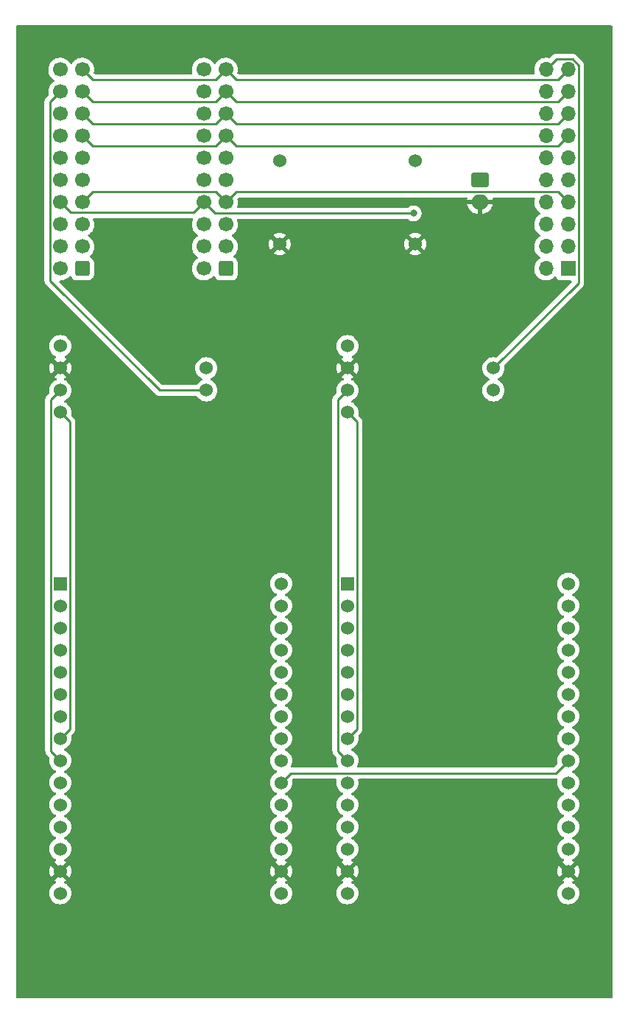
<source format=gbr>
%TF.GenerationSoftware,KiCad,Pcbnew,6.0.2+dfsg-1*%
%TF.CreationDate,2022-10-09T18:24:25+02:00*%
%TF.ProjectId,can_middle,63616e5f-6d69-4646-946c-652e6b696361,rev?*%
%TF.SameCoordinates,Original*%
%TF.FileFunction,Copper,L1,Top*%
%TF.FilePolarity,Positive*%
%FSLAX46Y46*%
G04 Gerber Fmt 4.6, Leading zero omitted, Abs format (unit mm)*
G04 Created by KiCad (PCBNEW 6.0.2+dfsg-1) date 2022-10-09 18:24:25*
%MOMM*%
%LPD*%
G01*
G04 APERTURE LIST*
G04 Aperture macros list*
%AMRoundRect*
0 Rectangle with rounded corners*
0 $1 Rounding radius*
0 $2 $3 $4 $5 $6 $7 $8 $9 X,Y pos of 4 corners*
0 Add a 4 corners polygon primitive as box body*
4,1,4,$2,$3,$4,$5,$6,$7,$8,$9,$2,$3,0*
0 Add four circle primitives for the rounded corners*
1,1,$1+$1,$2,$3*
1,1,$1+$1,$4,$5*
1,1,$1+$1,$6,$7*
1,1,$1+$1,$8,$9*
0 Add four rect primitives between the rounded corners*
20,1,$1+$1,$2,$3,$4,$5,0*
20,1,$1+$1,$4,$5,$6,$7,0*
20,1,$1+$1,$6,$7,$8,$9,0*
20,1,$1+$1,$8,$9,$2,$3,0*%
G04 Aperture macros list end*
%TA.AperFunction,ComponentPad*%
%ADD10RoundRect,0.250000X0.600000X0.600000X-0.600000X0.600000X-0.600000X-0.600000X0.600000X-0.600000X0*%
%TD*%
%TA.AperFunction,ComponentPad*%
%ADD11C,1.700000*%
%TD*%
%TA.AperFunction,ComponentPad*%
%ADD12RoundRect,0.250000X-0.750000X0.600000X-0.750000X-0.600000X0.750000X-0.600000X0.750000X0.600000X0*%
%TD*%
%TA.AperFunction,ComponentPad*%
%ADD13O,2.000000X1.700000*%
%TD*%
%TA.AperFunction,ComponentPad*%
%ADD14C,1.524000*%
%TD*%
%TA.AperFunction,ComponentPad*%
%ADD15R,1.700000X1.700000*%
%TD*%
%TA.AperFunction,ComponentPad*%
%ADD16O,1.700000X1.700000*%
%TD*%
%TA.AperFunction,ComponentPad*%
%ADD17R,1.524000X1.524000*%
%TD*%
%TA.AperFunction,ViaPad*%
%ADD18C,0.800000*%
%TD*%
%TA.AperFunction,Conductor*%
%ADD19C,0.250000*%
%TD*%
G04 APERTURE END LIST*
D10*
%TO.P,J2,1,Pin_1*%
%TO.N,unconnected-(J2-Pad1)*%
X156215000Y-91430000D03*
D11*
%TO.P,J2,2,Pin_2*%
%TO.N,unconnected-(J2-Pad2)*%
X153675000Y-91430000D03*
%TO.P,J2,3,Pin_3*%
%TO.N,unconnected-(J2-Pad3)*%
X156215000Y-88890000D03*
%TO.P,J2,4,Pin_4*%
%TO.N,unconnected-(J2-Pad4)*%
X153675000Y-88890000D03*
%TO.P,J2,5,Pin_5*%
%TO.N,unconnected-(J2-Pad5)*%
X156215000Y-86350000D03*
%TO.P,J2,6,Pin_6*%
%TO.N,unconnected-(J2-Pad6)*%
X153675000Y-86350000D03*
%TO.P,J2,7,Pin_7*%
%TO.N,/a7*%
X156215000Y-83810000D03*
%TO.P,J2,8,Pin_8*%
%TO.N,/a17*%
X153675000Y-83810000D03*
%TO.P,J2,9,Pin_9*%
%TO.N,unconnected-(J2-Pad9)*%
X156215000Y-81270000D03*
%TO.P,J2,10,Pin_10*%
%TO.N,unconnected-(J2-Pad10)*%
X153675000Y-81270000D03*
%TO.P,J2,11,Pin_11*%
%TO.N,unconnected-(J2-Pad11)*%
X156215000Y-78730000D03*
%TO.P,J2,12,Pin_12*%
%TO.N,unconnected-(J2-Pad12)*%
X153675000Y-78730000D03*
%TO.P,J2,13,Pin_13*%
%TO.N,/a4*%
X156215000Y-76190000D03*
%TO.P,J2,14,Pin_14*%
%TO.N,unconnected-(J2-Pad14)*%
X153675000Y-76190000D03*
%TO.P,J2,15,Pin_15*%
%TO.N,/a3*%
X156215000Y-73650000D03*
%TO.P,J2,16,Pin_16*%
%TO.N,unconnected-(J2-Pad16)*%
X153675000Y-73650000D03*
%TO.P,J2,17,Pin_17*%
%TO.N,/a2*%
X156215000Y-71110000D03*
%TO.P,J2,18,Pin_18*%
%TO.N,/a12_EXT_CANL*%
X153675000Y-71110000D03*
%TO.P,J2,19,Pin_19*%
%TO.N,/a1*%
X156215000Y-68570000D03*
%TO.P,J2,20,Pin_20*%
%TO.N,/a11_EXT_CANH*%
X153675000Y-68570000D03*
%TD*%
D12*
%TO.P,J4,1,Pin_1*%
%TO.N,+12V*%
X185420000Y-81280000D03*
D13*
%TO.P,J4,2,Pin_2*%
%TO.N,GND*%
X185420000Y-83780000D03*
%TD*%
D14*
%TO.P,U1,1,TX*%
%TO.N,/MASTER_CAN_RX*%
X170180000Y-107950000D03*
%TO.P,U1,2,RX*%
%TO.N,/MASTER_CAN_TX*%
X170180000Y-105410000D03*
%TO.P,U1,3,GND*%
%TO.N,GND*%
X170173772Y-102840265D03*
%TO.P,U1,4,3.3V*%
%TO.N,+3.3V*%
X170180000Y-100330000D03*
%TO.P,U1,5,CANL*%
%TO.N,/a12_EXT_CANL*%
X186980000Y-105410000D03*
%TO.P,U1,6,CANH*%
%TO.N,/a11_EXT_CANH*%
X186980000Y-102870000D03*
%TD*%
D15*
%TO.P,J1,1,Pin_1*%
%TO.N,unconnected-(J1-Pad1)*%
X195580000Y-91430000D03*
D16*
%TO.P,J1,2,Pin_2*%
%TO.N,unconnected-(J1-Pad2)*%
X193040000Y-91430000D03*
%TO.P,J1,3,Pin_3*%
%TO.N,unconnected-(J1-Pad3)*%
X195580000Y-88890000D03*
%TO.P,J1,4,Pin_4*%
%TO.N,unconnected-(J1-Pad4)*%
X193040000Y-88890000D03*
%TO.P,J1,5,Pin_5*%
%TO.N,unconnected-(J1-Pad5)*%
X195580000Y-86350000D03*
%TO.P,J1,6,Pin_6*%
%TO.N,unconnected-(J1-Pad6)*%
X193040000Y-86350000D03*
%TO.P,J1,7,Pin_7*%
%TO.N,/a7*%
X195580000Y-83810000D03*
%TO.P,J1,8,Pin_8*%
%TO.N,/a17*%
X193040000Y-83810000D03*
%TO.P,J1,9,Pin_9*%
%TO.N,unconnected-(J1-Pad9)*%
X195580000Y-81270000D03*
%TO.P,J1,10,Pin_10*%
%TO.N,unconnected-(J1-Pad10)*%
X193040000Y-81270000D03*
%TO.P,J1,11,Pin_11*%
%TO.N,unconnected-(J1-Pad11)*%
X195580000Y-78730000D03*
%TO.P,J1,12,Pin_12*%
%TO.N,unconnected-(J1-Pad12)*%
X193040000Y-78730000D03*
%TO.P,J1,13,Pin_13*%
%TO.N,/a4*%
X195580000Y-76190000D03*
%TO.P,J1,14,Pin_14*%
%TO.N,unconnected-(J1-Pad14)*%
X193040000Y-76190000D03*
%TO.P,J1,15,Pin_15*%
%TO.N,/a3*%
X195580000Y-73650000D03*
%TO.P,J1,16,Pin_16*%
%TO.N,unconnected-(J1-Pad16)*%
X193040000Y-73650000D03*
%TO.P,J1,17,Pin_17*%
%TO.N,/a2*%
X195580000Y-71110000D03*
%TO.P,J1,18,Pin_18*%
%TO.N,/a12_EXT_CANL*%
X193040000Y-71110000D03*
%TO.P,J1,19,Pin_19*%
%TO.N,/a1*%
X195580000Y-68570000D03*
%TO.P,J1,20,Pin_20*%
%TO.N,/a11_EXT_CANH*%
X193040000Y-68570000D03*
%TD*%
D14*
%TO.P,U5,4,OUT+*%
%TO.N,+3.3V*%
X162380000Y-79020000D03*
%TO.P,U5,3,IN+*%
%TO.N,+12V*%
X177980000Y-79020000D03*
%TO.P,U5,2,IN-*%
%TO.N,GND*%
X177980000Y-88620000D03*
%TO.P,U5,1,OUT-*%
X162380000Y-88620000D03*
%TD*%
D17*
%TO.P,U4,1,EN*%
%TO.N,unconnected-(U4-Pad1)*%
X137160000Y-127610000D03*
D14*
%TO.P,U4,2,SENSOR_VP*%
%TO.N,unconnected-(U4-Pad2)*%
X137160000Y-130150000D03*
%TO.P,U4,3,SENSOR_VN*%
%TO.N,unconnected-(U4-Pad3)*%
X137160000Y-132690000D03*
%TO.P,U4,4,IO34*%
%TO.N,unconnected-(U4-Pad4)*%
X137160000Y-135230000D03*
%TO.P,U4,5,IO35*%
%TO.N,unconnected-(U4-Pad5)*%
X137160000Y-137770000D03*
%TO.P,U4,6,IO32*%
%TO.N,unconnected-(U4-Pad6)*%
X137160000Y-140310000D03*
%TO.P,U4,7,IO33*%
%TO.N,unconnected-(U4-Pad7)*%
X137160000Y-142850000D03*
%TO.P,U4,8,IO25*%
%TO.N,/SLAVE_CAN_RX*%
X137160000Y-145390000D03*
%TO.P,U4,9,IO26*%
%TO.N,/SLAVE_CAN_TX*%
X137160000Y-147930000D03*
%TO.P,U4,10,IO27*%
%TO.N,unconnected-(U4-Pad10)*%
X137160000Y-150470000D03*
%TO.P,U4,11,IO14*%
%TO.N,unconnected-(U4-Pad11)*%
X137160000Y-153010000D03*
%TO.P,U4,12,IO12*%
%TO.N,unconnected-(U4-Pad12)*%
X137160000Y-155550000D03*
%TO.P,U4,13,IO13*%
%TO.N,unconnected-(U4-Pad13)*%
X137160000Y-158090000D03*
%TO.P,U4,14,GND*%
%TO.N,GND*%
X137160000Y-160630000D03*
%TO.P,U4,15,VIN*%
%TO.N,unconnected-(U4-Pad15)*%
X137160000Y-163170000D03*
%TO.P,U4,16,3V3*%
%TO.N,+3.3V*%
X162560000Y-163170000D03*
%TO.P,U4,17,GND*%
%TO.N,GND*%
X162560000Y-160630000D03*
%TO.P,U4,18,IO15*%
%TO.N,unconnected-(U4-Pad18)*%
X162560000Y-158090000D03*
%TO.P,U4,19,IO2*%
%TO.N,unconnected-(U4-Pad19)*%
X162560000Y-155550000D03*
%TO.P,U4,20,IO4*%
%TO.N,unconnected-(U4-Pad20)*%
X162560000Y-153010000D03*
%TO.P,U4,21,RX2/IO16*%
%TO.N,/MASTER-TX*%
X162560000Y-150470000D03*
%TO.P,U4,22,TX2/IO17*%
%TO.N,/MASTER-RX*%
X162560000Y-147930000D03*
%TO.P,U4,23,IO5*%
%TO.N,unconnected-(U4-Pad23)*%
X162560000Y-145390000D03*
%TO.P,U4,24,IO18*%
%TO.N,unconnected-(U4-Pad24)*%
X162560000Y-142850000D03*
%TO.P,U4,25,IO19*%
%TO.N,unconnected-(U4-Pad25)*%
X162560000Y-140310000D03*
%TO.P,U4,26,IO21*%
%TO.N,unconnected-(U4-Pad26)*%
X162560000Y-137770000D03*
%TO.P,U4,27,RXD0/IO3*%
%TO.N,unconnected-(U4-Pad27)*%
X162560000Y-135230000D03*
%TO.P,U4,28,TXD0/IO1*%
%TO.N,unconnected-(U4-Pad28)*%
X162560000Y-132690000D03*
%TO.P,U4,29,IO22*%
%TO.N,unconnected-(U4-Pad29)*%
X162560000Y-130150000D03*
%TO.P,U4,30,IO23*%
%TO.N,unconnected-(U4-Pad30)*%
X162560000Y-127610000D03*
%TD*%
%TO.P,U2,1,TX*%
%TO.N,/SLAVE_CAN_RX*%
X137160000Y-107950000D03*
%TO.P,U2,2,RX*%
%TO.N,/SLAVE_CAN_TX*%
X137160000Y-105410000D03*
%TO.P,U2,3,GND*%
%TO.N,GND*%
X137153772Y-102840265D03*
%TO.P,U2,4,3.3V*%
%TO.N,+3.3V*%
X137160000Y-100330000D03*
%TO.P,U2,5,CANL*%
%TO.N,/b12_EXT_CANL*%
X153960000Y-105410000D03*
%TO.P,U2,6,CANH*%
%TO.N,/b11_EXT_CANH*%
X153960000Y-102870000D03*
%TD*%
D17*
%TO.P,U3,1,EN*%
%TO.N,unconnected-(U3-Pad1)*%
X170180000Y-127610000D03*
D14*
%TO.P,U3,2,SENSOR_VP*%
%TO.N,unconnected-(U3-Pad2)*%
X170180000Y-130150000D03*
%TO.P,U3,3,SENSOR_VN*%
%TO.N,unconnected-(U3-Pad3)*%
X170180000Y-132690000D03*
%TO.P,U3,4,IO34*%
%TO.N,unconnected-(U3-Pad4)*%
X170180000Y-135230000D03*
%TO.P,U3,5,IO35*%
%TO.N,unconnected-(U3-Pad5)*%
X170180000Y-137770000D03*
%TO.P,U3,6,IO32*%
%TO.N,unconnected-(U3-Pad6)*%
X170180000Y-140310000D03*
%TO.P,U3,7,IO33*%
%TO.N,unconnected-(U3-Pad7)*%
X170180000Y-142850000D03*
%TO.P,U3,8,IO25*%
%TO.N,/MASTER_CAN_RX*%
X170180000Y-145390000D03*
%TO.P,U3,9,IO26*%
%TO.N,/MASTER_CAN_TX*%
X170180000Y-147930000D03*
%TO.P,U3,10,IO27*%
%TO.N,unconnected-(U3-Pad10)*%
X170180000Y-150470000D03*
%TO.P,U3,11,IO14*%
%TO.N,unconnected-(U3-Pad11)*%
X170180000Y-153010000D03*
%TO.P,U3,12,IO12*%
%TO.N,unconnected-(U3-Pad12)*%
X170180000Y-155550000D03*
%TO.P,U3,13,IO13*%
%TO.N,unconnected-(U3-Pad13)*%
X170180000Y-158090000D03*
%TO.P,U3,14,GND*%
%TO.N,GND*%
X170180000Y-160630000D03*
%TO.P,U3,15,VIN*%
%TO.N,unconnected-(U3-Pad15)*%
X170180000Y-163170000D03*
%TO.P,U3,16,3V3*%
%TO.N,+3.3V*%
X195580000Y-163170000D03*
%TO.P,U3,17,GND*%
%TO.N,GND*%
X195580000Y-160630000D03*
%TO.P,U3,18,IO15*%
%TO.N,unconnected-(U3-Pad18)*%
X195580000Y-158090000D03*
%TO.P,U3,19,IO2*%
%TO.N,unconnected-(U3-Pad19)*%
X195580000Y-155550000D03*
%TO.P,U3,20,IO4*%
%TO.N,unconnected-(U3-Pad20)*%
X195580000Y-153010000D03*
%TO.P,U3,21,RX2/IO16*%
%TO.N,/MASTER-RX*%
X195580000Y-150470000D03*
%TO.P,U3,22,TX2/IO17*%
%TO.N,/MASTER-TX*%
X195580000Y-147930000D03*
%TO.P,U3,23,IO5*%
%TO.N,unconnected-(U3-Pad23)*%
X195580000Y-145390000D03*
%TO.P,U3,24,IO18*%
%TO.N,unconnected-(U3-Pad24)*%
X195580000Y-142850000D03*
%TO.P,U3,25,IO19*%
%TO.N,unconnected-(U3-Pad25)*%
X195580000Y-140310000D03*
%TO.P,U3,26,IO21*%
%TO.N,unconnected-(U3-Pad26)*%
X195580000Y-137770000D03*
%TO.P,U3,27,RXD0/IO3*%
%TO.N,unconnected-(U3-Pad27)*%
X195580000Y-135230000D03*
%TO.P,U3,28,TXD0/IO1*%
%TO.N,unconnected-(U3-Pad28)*%
X195580000Y-132690000D03*
%TO.P,U3,29,IO22*%
%TO.N,unconnected-(U3-Pad29)*%
X195580000Y-130150000D03*
%TO.P,U3,30,IO23*%
%TO.N,unconnected-(U3-Pad30)*%
X195580000Y-127610000D03*
%TD*%
D10*
%TO.P,J3,1,Pin_1*%
%TO.N,unconnected-(J3-Pad1)*%
X139700000Y-91430000D03*
D11*
%TO.P,J3,2,Pin_2*%
%TO.N,unconnected-(J3-Pad2)*%
X137160000Y-91430000D03*
%TO.P,J3,3,Pin_3*%
%TO.N,unconnected-(J3-Pad3)*%
X139700000Y-88890000D03*
%TO.P,J3,4,Pin_4*%
%TO.N,unconnected-(J3-Pad4)*%
X137160000Y-88890000D03*
%TO.P,J3,5,Pin_5*%
%TO.N,unconnected-(J3-Pad5)*%
X139700000Y-86350000D03*
%TO.P,J3,6,Pin_6*%
%TO.N,unconnected-(J3-Pad6)*%
X137160000Y-86350000D03*
%TO.P,J3,7,Pin_7*%
%TO.N,/a7*%
X139700000Y-83810000D03*
%TO.P,J3,8,Pin_8*%
%TO.N,/a17*%
X137160000Y-83810000D03*
%TO.P,J3,9,Pin_9*%
%TO.N,unconnected-(J3-Pad9)*%
X139700000Y-81270000D03*
%TO.P,J3,10,Pin_10*%
%TO.N,unconnected-(J3-Pad10)*%
X137160000Y-81270000D03*
%TO.P,J3,11,Pin_11*%
%TO.N,unconnected-(J3-Pad11)*%
X139700000Y-78730000D03*
%TO.P,J3,12,Pin_12*%
%TO.N,unconnected-(J3-Pad12)*%
X137160000Y-78730000D03*
%TO.P,J3,13,Pin_13*%
%TO.N,/a4*%
X139700000Y-76190000D03*
%TO.P,J3,14,Pin_14*%
%TO.N,unconnected-(J3-Pad14)*%
X137160000Y-76190000D03*
%TO.P,J3,15,Pin_15*%
%TO.N,/a3*%
X139700000Y-73650000D03*
%TO.P,J3,16,Pin_16*%
%TO.N,unconnected-(J3-Pad16)*%
X137160000Y-73650000D03*
%TO.P,J3,17,Pin_17*%
%TO.N,/a2*%
X139700000Y-71110000D03*
%TO.P,J3,18,Pin_18*%
%TO.N,/b12_EXT_CANL*%
X137160000Y-71110000D03*
%TO.P,J3,19,Pin_19*%
%TO.N,/a1*%
X139700000Y-68570000D03*
%TO.P,J3,20,Pin_20*%
%TO.N,/b11_EXT_CANH*%
X137160000Y-68570000D03*
%TD*%
D18*
%TO.N,/a17*%
X177800000Y-85090000D03*
%TD*%
D19*
%TO.N,/MASTER-TX*%
X195580000Y-147930000D02*
X194126511Y-149383489D01*
X163646511Y-149383489D02*
X162560000Y-150470000D01*
X194126511Y-149383489D02*
X163646511Y-149383489D01*
%TO.N,/a1*%
X139700000Y-68570000D02*
X140874511Y-69744511D01*
X140874511Y-69744511D02*
X155040489Y-69744511D01*
X156215000Y-68570000D02*
X157389511Y-69744511D01*
X157389511Y-69744511D02*
X194405489Y-69744511D01*
X194405489Y-69744511D02*
X195580000Y-68570000D01*
X155040489Y-69744511D02*
X156215000Y-68570000D01*
%TO.N,/a2*%
X140874511Y-72284511D02*
X155040489Y-72284511D01*
X194405489Y-72284511D02*
X195580000Y-71110000D01*
X155040489Y-72284511D02*
X156215000Y-71110000D01*
X157389511Y-72284511D02*
X194405489Y-72284511D01*
X139700000Y-71110000D02*
X140874511Y-72284511D01*
X156215000Y-71110000D02*
X157389511Y-72284511D01*
%TO.N,/a3*%
X140874511Y-74824511D02*
X155040489Y-74824511D01*
X194405489Y-74824511D02*
X195580000Y-73650000D01*
X156215000Y-73650000D02*
X157389511Y-74824511D01*
X155040489Y-74824511D02*
X156215000Y-73650000D01*
X157389511Y-74824511D02*
X194405489Y-74824511D01*
X139700000Y-73650000D02*
X140874511Y-74824511D01*
%TO.N,/a4*%
X157389511Y-77364511D02*
X194405489Y-77364511D01*
X139700000Y-76190000D02*
X140874511Y-77364511D01*
X140874511Y-77364511D02*
X155040489Y-77364511D01*
X194405489Y-77364511D02*
X195580000Y-76190000D01*
X156215000Y-76190000D02*
X157389511Y-77364511D01*
X155040489Y-77364511D02*
X156215000Y-76190000D01*
%TO.N,/a7*%
X140874511Y-82635489D02*
X155040489Y-82635489D01*
X155040489Y-82635489D02*
X156215000Y-83810000D01*
X139700000Y-83810000D02*
X140874511Y-82635489D01*
X156215000Y-83810000D02*
X157419520Y-82605480D01*
X194375480Y-82605480D02*
X195580000Y-83810000D01*
X157419520Y-82605480D02*
X194375480Y-82605480D01*
%TO.N,/a17*%
X154955000Y-85090000D02*
X153675000Y-83810000D01*
X152500489Y-84984511D02*
X153675000Y-83810000D01*
X137160000Y-83810000D02*
X138334511Y-84984511D01*
X177800000Y-85090000D02*
X154955000Y-85090000D01*
X138334511Y-84984511D02*
X152500489Y-84984511D01*
%TO.N,/MASTER_CAN_RX*%
X171266511Y-109036511D02*
X171266511Y-144303489D01*
X170180000Y-107950000D02*
X171266511Y-109036511D01*
X171266511Y-144303489D02*
X170180000Y-145390000D01*
%TO.N,/MASTER_CAN_TX*%
X170180000Y-105410000D02*
X169093489Y-106496511D01*
X169093489Y-146843489D02*
X170180000Y-147930000D01*
X169093489Y-106496511D02*
X169093489Y-146843489D01*
%TO.N,/SLAVE_CAN_RX*%
X137160000Y-107950000D02*
X138246511Y-109036511D01*
X138246511Y-109036511D02*
X138246511Y-144303489D01*
X138246511Y-144303489D02*
X137160000Y-145390000D01*
%TO.N,/SLAVE_CAN_TX*%
X136073489Y-106496511D02*
X136073489Y-146843489D01*
X136073489Y-146843489D02*
X137160000Y-147930000D01*
X137160000Y-105410000D02*
X136073489Y-106496511D01*
%TO.N,/a11_EXT_CANH*%
X194214511Y-67395489D02*
X196066499Y-67395489D01*
X196754511Y-93095489D02*
X186980000Y-102870000D01*
X196066499Y-67395489D02*
X196754511Y-68083501D01*
X193040000Y-68570000D02*
X194214511Y-67395489D01*
X196754511Y-68083501D02*
X196754511Y-93095489D01*
%TO.N,/b12_EXT_CANL*%
X135985489Y-72284511D02*
X135985489Y-92805489D01*
X137160000Y-71110000D02*
X135985489Y-72284511D01*
X148590000Y-105410000D02*
X153960000Y-105410000D01*
X135985489Y-92805489D02*
X148590000Y-105410000D01*
%TD*%
%TA.AperFunction,Conductor*%
%TO.N,GND*%
G36*
X200602121Y-63520002D02*
G01*
X200648614Y-63573658D01*
X200660000Y-63626000D01*
X200660000Y-175134000D01*
X200639998Y-175202121D01*
X200586342Y-175248614D01*
X200534000Y-175260000D01*
X132206000Y-175260000D01*
X132137879Y-175239998D01*
X132091386Y-175186342D01*
X132080000Y-175134000D01*
X132080000Y-163170000D01*
X135884647Y-163170000D01*
X135904022Y-163391463D01*
X135961560Y-163606196D01*
X135963882Y-163611177D01*
X135963883Y-163611178D01*
X136053186Y-163802689D01*
X136053189Y-163802694D01*
X136055512Y-163807676D01*
X136183023Y-163989781D01*
X136340219Y-164146977D01*
X136344727Y-164150134D01*
X136344730Y-164150136D01*
X136420495Y-164203187D01*
X136522323Y-164274488D01*
X136527305Y-164276811D01*
X136527310Y-164276814D01*
X136718822Y-164366117D01*
X136723804Y-164368440D01*
X136729112Y-164369862D01*
X136729114Y-164369863D01*
X136794949Y-164387503D01*
X136938537Y-164425978D01*
X137160000Y-164445353D01*
X137381463Y-164425978D01*
X137525051Y-164387503D01*
X137590886Y-164369863D01*
X137590888Y-164369862D01*
X137596196Y-164368440D01*
X137601178Y-164366117D01*
X137792690Y-164276814D01*
X137792695Y-164276811D01*
X137797677Y-164274488D01*
X137899505Y-164203187D01*
X137975270Y-164150136D01*
X137975273Y-164150134D01*
X137979781Y-164146977D01*
X138136977Y-163989781D01*
X138264488Y-163807676D01*
X138266811Y-163802694D01*
X138266814Y-163802689D01*
X138356117Y-163611178D01*
X138356118Y-163611177D01*
X138358440Y-163606196D01*
X138415978Y-163391463D01*
X138435353Y-163170000D01*
X161284647Y-163170000D01*
X161304022Y-163391463D01*
X161361560Y-163606196D01*
X161363882Y-163611177D01*
X161363883Y-163611178D01*
X161453186Y-163802689D01*
X161453189Y-163802694D01*
X161455512Y-163807676D01*
X161583023Y-163989781D01*
X161740219Y-164146977D01*
X161744727Y-164150134D01*
X161744730Y-164150136D01*
X161820495Y-164203187D01*
X161922323Y-164274488D01*
X161927305Y-164276811D01*
X161927310Y-164276814D01*
X162118822Y-164366117D01*
X162123804Y-164368440D01*
X162129112Y-164369862D01*
X162129114Y-164369863D01*
X162194949Y-164387503D01*
X162338537Y-164425978D01*
X162560000Y-164445353D01*
X162781463Y-164425978D01*
X162925051Y-164387503D01*
X162990886Y-164369863D01*
X162990888Y-164369862D01*
X162996196Y-164368440D01*
X163001178Y-164366117D01*
X163192690Y-164276814D01*
X163192695Y-164276811D01*
X163197677Y-164274488D01*
X163299505Y-164203187D01*
X163375270Y-164150136D01*
X163375273Y-164150134D01*
X163379781Y-164146977D01*
X163536977Y-163989781D01*
X163664488Y-163807676D01*
X163666811Y-163802694D01*
X163666814Y-163802689D01*
X163756117Y-163611178D01*
X163756118Y-163611177D01*
X163758440Y-163606196D01*
X163815978Y-163391463D01*
X163835353Y-163170000D01*
X168904647Y-163170000D01*
X168924022Y-163391463D01*
X168981560Y-163606196D01*
X168983882Y-163611177D01*
X168983883Y-163611178D01*
X169073186Y-163802689D01*
X169073189Y-163802694D01*
X169075512Y-163807676D01*
X169203023Y-163989781D01*
X169360219Y-164146977D01*
X169364727Y-164150134D01*
X169364730Y-164150136D01*
X169440495Y-164203187D01*
X169542323Y-164274488D01*
X169547305Y-164276811D01*
X169547310Y-164276814D01*
X169738822Y-164366117D01*
X169743804Y-164368440D01*
X169749112Y-164369862D01*
X169749114Y-164369863D01*
X169814949Y-164387503D01*
X169958537Y-164425978D01*
X170180000Y-164445353D01*
X170401463Y-164425978D01*
X170545051Y-164387503D01*
X170610886Y-164369863D01*
X170610888Y-164369862D01*
X170616196Y-164368440D01*
X170621178Y-164366117D01*
X170812690Y-164276814D01*
X170812695Y-164276811D01*
X170817677Y-164274488D01*
X170919505Y-164203187D01*
X170995270Y-164150136D01*
X170995273Y-164150134D01*
X170999781Y-164146977D01*
X171156977Y-163989781D01*
X171284488Y-163807676D01*
X171286811Y-163802694D01*
X171286814Y-163802689D01*
X171376117Y-163611178D01*
X171376118Y-163611177D01*
X171378440Y-163606196D01*
X171435978Y-163391463D01*
X171455353Y-163170000D01*
X194304647Y-163170000D01*
X194324022Y-163391463D01*
X194381560Y-163606196D01*
X194383882Y-163611177D01*
X194383883Y-163611178D01*
X194473186Y-163802689D01*
X194473189Y-163802694D01*
X194475512Y-163807676D01*
X194603023Y-163989781D01*
X194760219Y-164146977D01*
X194764727Y-164150134D01*
X194764730Y-164150136D01*
X194840495Y-164203187D01*
X194942323Y-164274488D01*
X194947305Y-164276811D01*
X194947310Y-164276814D01*
X195138822Y-164366117D01*
X195143804Y-164368440D01*
X195149112Y-164369862D01*
X195149114Y-164369863D01*
X195214949Y-164387503D01*
X195358537Y-164425978D01*
X195580000Y-164445353D01*
X195801463Y-164425978D01*
X195945051Y-164387503D01*
X196010886Y-164369863D01*
X196010888Y-164369862D01*
X196016196Y-164368440D01*
X196021178Y-164366117D01*
X196212690Y-164276814D01*
X196212695Y-164276811D01*
X196217677Y-164274488D01*
X196319505Y-164203187D01*
X196395270Y-164150136D01*
X196395273Y-164150134D01*
X196399781Y-164146977D01*
X196556977Y-163989781D01*
X196684488Y-163807676D01*
X196686811Y-163802694D01*
X196686814Y-163802689D01*
X196776117Y-163611178D01*
X196776118Y-163611177D01*
X196778440Y-163606196D01*
X196835978Y-163391463D01*
X196855353Y-163170000D01*
X196835978Y-162948537D01*
X196778440Y-162733804D01*
X196776117Y-162728822D01*
X196686814Y-162537311D01*
X196686811Y-162537306D01*
X196684488Y-162532324D01*
X196556977Y-162350219D01*
X196399781Y-162193023D01*
X196395273Y-162189866D01*
X196395270Y-162189864D01*
X196319505Y-162136813D01*
X196217677Y-162065512D01*
X196212695Y-162063189D01*
X196212690Y-162063186D01*
X196107035Y-162013919D01*
X196053750Y-161967002D01*
X196034289Y-161898725D01*
X196054831Y-161830765D01*
X196107035Y-161785529D01*
X196212445Y-161736376D01*
X196221931Y-161730898D01*
X196265764Y-161700207D01*
X196274139Y-161689729D01*
X196267071Y-161676281D01*
X195592812Y-161002022D01*
X195578868Y-160994408D01*
X195577035Y-160994539D01*
X195570420Y-160998790D01*
X194892207Y-161677003D01*
X194885777Y-161688777D01*
X194895074Y-161700793D01*
X194938069Y-161730898D01*
X194947555Y-161736376D01*
X195052965Y-161785529D01*
X195106250Y-161832446D01*
X195125711Y-161900723D01*
X195105169Y-161968683D01*
X195052965Y-162013919D01*
X194947311Y-162063186D01*
X194947306Y-162063189D01*
X194942324Y-162065512D01*
X194937817Y-162068668D01*
X194937815Y-162068669D01*
X194764730Y-162189864D01*
X194764727Y-162189866D01*
X194760219Y-162193023D01*
X194603023Y-162350219D01*
X194475512Y-162532324D01*
X194473189Y-162537306D01*
X194473186Y-162537311D01*
X194383883Y-162728822D01*
X194381560Y-162733804D01*
X194324022Y-162948537D01*
X194304647Y-163170000D01*
X171455353Y-163170000D01*
X171435978Y-162948537D01*
X171378440Y-162733804D01*
X171376117Y-162728822D01*
X171286814Y-162537311D01*
X171286811Y-162537306D01*
X171284488Y-162532324D01*
X171156977Y-162350219D01*
X170999781Y-162193023D01*
X170995273Y-162189866D01*
X170995270Y-162189864D01*
X170919505Y-162136813D01*
X170817677Y-162065512D01*
X170812695Y-162063189D01*
X170812690Y-162063186D01*
X170707035Y-162013919D01*
X170653750Y-161967002D01*
X170634289Y-161898725D01*
X170654831Y-161830765D01*
X170707035Y-161785529D01*
X170812445Y-161736376D01*
X170821931Y-161730898D01*
X170865764Y-161700207D01*
X170874139Y-161689729D01*
X170867071Y-161676281D01*
X170192812Y-161002022D01*
X170178868Y-160994408D01*
X170177035Y-160994539D01*
X170170420Y-160998790D01*
X169492207Y-161677003D01*
X169485777Y-161688777D01*
X169495074Y-161700793D01*
X169538069Y-161730898D01*
X169547555Y-161736376D01*
X169652965Y-161785529D01*
X169706250Y-161832446D01*
X169725711Y-161900723D01*
X169705169Y-161968683D01*
X169652965Y-162013919D01*
X169547311Y-162063186D01*
X169547306Y-162063189D01*
X169542324Y-162065512D01*
X169537817Y-162068668D01*
X169537815Y-162068669D01*
X169364730Y-162189864D01*
X169364727Y-162189866D01*
X169360219Y-162193023D01*
X169203023Y-162350219D01*
X169075512Y-162532324D01*
X169073189Y-162537306D01*
X169073186Y-162537311D01*
X168983883Y-162728822D01*
X168981560Y-162733804D01*
X168924022Y-162948537D01*
X168904647Y-163170000D01*
X163835353Y-163170000D01*
X163815978Y-162948537D01*
X163758440Y-162733804D01*
X163756117Y-162728822D01*
X163666814Y-162537311D01*
X163666811Y-162537306D01*
X163664488Y-162532324D01*
X163536977Y-162350219D01*
X163379781Y-162193023D01*
X163375273Y-162189866D01*
X163375270Y-162189864D01*
X163299505Y-162136813D01*
X163197677Y-162065512D01*
X163192695Y-162063189D01*
X163192690Y-162063186D01*
X163087035Y-162013919D01*
X163033750Y-161967002D01*
X163014289Y-161898725D01*
X163034831Y-161830765D01*
X163087035Y-161785529D01*
X163192445Y-161736376D01*
X163201931Y-161730898D01*
X163245764Y-161700207D01*
X163254139Y-161689729D01*
X163247071Y-161676281D01*
X162572812Y-161002022D01*
X162558868Y-160994408D01*
X162557035Y-160994539D01*
X162550420Y-160998790D01*
X161872207Y-161677003D01*
X161865777Y-161688777D01*
X161875074Y-161700793D01*
X161918069Y-161730898D01*
X161927555Y-161736376D01*
X162032965Y-161785529D01*
X162086250Y-161832446D01*
X162105711Y-161900723D01*
X162085169Y-161968683D01*
X162032965Y-162013919D01*
X161927311Y-162063186D01*
X161927306Y-162063189D01*
X161922324Y-162065512D01*
X161917817Y-162068668D01*
X161917815Y-162068669D01*
X161744730Y-162189864D01*
X161744727Y-162189866D01*
X161740219Y-162193023D01*
X161583023Y-162350219D01*
X161455512Y-162532324D01*
X161453189Y-162537306D01*
X161453186Y-162537311D01*
X161363883Y-162728822D01*
X161361560Y-162733804D01*
X161304022Y-162948537D01*
X161284647Y-163170000D01*
X138435353Y-163170000D01*
X138415978Y-162948537D01*
X138358440Y-162733804D01*
X138356117Y-162728822D01*
X138266814Y-162537311D01*
X138266811Y-162537306D01*
X138264488Y-162532324D01*
X138136977Y-162350219D01*
X137979781Y-162193023D01*
X137975273Y-162189866D01*
X137975270Y-162189864D01*
X137899505Y-162136813D01*
X137797677Y-162065512D01*
X137792695Y-162063189D01*
X137792690Y-162063186D01*
X137687035Y-162013919D01*
X137633750Y-161967002D01*
X137614289Y-161898725D01*
X137634831Y-161830765D01*
X137687035Y-161785529D01*
X137792445Y-161736376D01*
X137801931Y-161730898D01*
X137845764Y-161700207D01*
X137854139Y-161689729D01*
X137847071Y-161676281D01*
X137172812Y-161002022D01*
X137158868Y-160994408D01*
X137157035Y-160994539D01*
X137150420Y-160998790D01*
X136472207Y-161677003D01*
X136465777Y-161688777D01*
X136475074Y-161700793D01*
X136518069Y-161730898D01*
X136527555Y-161736376D01*
X136632965Y-161785529D01*
X136686250Y-161832446D01*
X136705711Y-161900723D01*
X136685169Y-161968683D01*
X136632965Y-162013919D01*
X136527311Y-162063186D01*
X136527306Y-162063189D01*
X136522324Y-162065512D01*
X136517817Y-162068668D01*
X136517815Y-162068669D01*
X136344730Y-162189864D01*
X136344727Y-162189866D01*
X136340219Y-162193023D01*
X136183023Y-162350219D01*
X136055512Y-162532324D01*
X136053189Y-162537306D01*
X136053186Y-162537311D01*
X135963883Y-162728822D01*
X135961560Y-162733804D01*
X135904022Y-162948537D01*
X135884647Y-163170000D01*
X132080000Y-163170000D01*
X132080000Y-160635475D01*
X135885628Y-160635475D01*
X135904038Y-160845896D01*
X135905941Y-160856691D01*
X135960609Y-161060715D01*
X135964355Y-161071007D01*
X136053623Y-161262441D01*
X136059103Y-161271932D01*
X136089794Y-161315765D01*
X136100271Y-161324140D01*
X136113718Y-161317072D01*
X136787978Y-160642812D01*
X136794356Y-160631132D01*
X137524408Y-160631132D01*
X137524539Y-160632965D01*
X137528790Y-160639580D01*
X138207003Y-161317793D01*
X138218777Y-161324223D01*
X138230793Y-161314926D01*
X138260897Y-161271932D01*
X138266377Y-161262441D01*
X138355645Y-161071007D01*
X138359391Y-161060715D01*
X138414059Y-160856691D01*
X138415962Y-160845896D01*
X138434372Y-160635475D01*
X161285628Y-160635475D01*
X161304038Y-160845896D01*
X161305941Y-160856691D01*
X161360609Y-161060715D01*
X161364355Y-161071007D01*
X161453623Y-161262441D01*
X161459103Y-161271932D01*
X161489794Y-161315765D01*
X161500271Y-161324140D01*
X161513718Y-161317072D01*
X162187978Y-160642812D01*
X162194356Y-160631132D01*
X162924408Y-160631132D01*
X162924539Y-160632965D01*
X162928790Y-160639580D01*
X163607003Y-161317793D01*
X163618777Y-161324223D01*
X163630793Y-161314926D01*
X163660897Y-161271932D01*
X163666377Y-161262441D01*
X163755645Y-161071007D01*
X163759391Y-161060715D01*
X163814059Y-160856691D01*
X163815962Y-160845896D01*
X163834372Y-160635475D01*
X168905628Y-160635475D01*
X168924038Y-160845896D01*
X168925941Y-160856691D01*
X168980609Y-161060715D01*
X168984355Y-161071007D01*
X169073623Y-161262441D01*
X169079103Y-161271932D01*
X169109794Y-161315765D01*
X169120271Y-161324140D01*
X169133718Y-161317072D01*
X169807978Y-160642812D01*
X169814356Y-160631132D01*
X170544408Y-160631132D01*
X170544539Y-160632965D01*
X170548790Y-160639580D01*
X171227003Y-161317793D01*
X171238777Y-161324223D01*
X171250793Y-161314926D01*
X171280897Y-161271932D01*
X171286377Y-161262441D01*
X171375645Y-161071007D01*
X171379391Y-161060715D01*
X171434059Y-160856691D01*
X171435962Y-160845896D01*
X171454372Y-160635475D01*
X194305628Y-160635475D01*
X194324038Y-160845896D01*
X194325941Y-160856691D01*
X194380609Y-161060715D01*
X194384355Y-161071007D01*
X194473623Y-161262441D01*
X194479103Y-161271932D01*
X194509794Y-161315765D01*
X194520271Y-161324140D01*
X194533718Y-161317072D01*
X195207978Y-160642812D01*
X195214356Y-160631132D01*
X195944408Y-160631132D01*
X195944539Y-160632965D01*
X195948790Y-160639580D01*
X196627003Y-161317793D01*
X196638777Y-161324223D01*
X196650793Y-161314926D01*
X196680897Y-161271932D01*
X196686377Y-161262441D01*
X196775645Y-161071007D01*
X196779391Y-161060715D01*
X196834059Y-160856691D01*
X196835962Y-160845896D01*
X196854372Y-160635475D01*
X196854372Y-160624525D01*
X196835962Y-160414104D01*
X196834059Y-160403309D01*
X196779391Y-160199285D01*
X196775645Y-160188993D01*
X196686377Y-159997559D01*
X196680897Y-159988068D01*
X196650206Y-159944235D01*
X196639729Y-159935860D01*
X196626282Y-159942928D01*
X195952022Y-160617188D01*
X195944408Y-160631132D01*
X195214356Y-160631132D01*
X195215592Y-160628868D01*
X195215461Y-160627035D01*
X195211210Y-160620420D01*
X194532997Y-159942207D01*
X194521223Y-159935777D01*
X194509207Y-159945074D01*
X194479103Y-159988068D01*
X194473623Y-159997559D01*
X194384355Y-160188993D01*
X194380609Y-160199285D01*
X194325941Y-160403309D01*
X194324038Y-160414104D01*
X194305628Y-160624525D01*
X194305628Y-160635475D01*
X171454372Y-160635475D01*
X171454372Y-160624525D01*
X171435962Y-160414104D01*
X171434059Y-160403309D01*
X171379391Y-160199285D01*
X171375645Y-160188993D01*
X171286377Y-159997559D01*
X171280897Y-159988068D01*
X171250206Y-159944235D01*
X171239729Y-159935860D01*
X171226282Y-159942928D01*
X170552022Y-160617188D01*
X170544408Y-160631132D01*
X169814356Y-160631132D01*
X169815592Y-160628868D01*
X169815461Y-160627035D01*
X169811210Y-160620420D01*
X169132997Y-159942207D01*
X169121223Y-159935777D01*
X169109207Y-159945074D01*
X169079103Y-159988068D01*
X169073623Y-159997559D01*
X168984355Y-160188993D01*
X168980609Y-160199285D01*
X168925941Y-160403309D01*
X168924038Y-160414104D01*
X168905628Y-160624525D01*
X168905628Y-160635475D01*
X163834372Y-160635475D01*
X163834372Y-160624525D01*
X163815962Y-160414104D01*
X163814059Y-160403309D01*
X163759391Y-160199285D01*
X163755645Y-160188993D01*
X163666377Y-159997559D01*
X163660897Y-159988068D01*
X163630206Y-159944235D01*
X163619729Y-159935860D01*
X163606282Y-159942928D01*
X162932022Y-160617188D01*
X162924408Y-160631132D01*
X162194356Y-160631132D01*
X162195592Y-160628868D01*
X162195461Y-160627035D01*
X162191210Y-160620420D01*
X161512997Y-159942207D01*
X161501223Y-159935777D01*
X161489207Y-159945074D01*
X161459103Y-159988068D01*
X161453623Y-159997559D01*
X161364355Y-160188993D01*
X161360609Y-160199285D01*
X161305941Y-160403309D01*
X161304038Y-160414104D01*
X161285628Y-160624525D01*
X161285628Y-160635475D01*
X138434372Y-160635475D01*
X138434372Y-160624525D01*
X138415962Y-160414104D01*
X138414059Y-160403309D01*
X138359391Y-160199285D01*
X138355645Y-160188993D01*
X138266377Y-159997559D01*
X138260897Y-159988068D01*
X138230206Y-159944235D01*
X138219729Y-159935860D01*
X138206282Y-159942928D01*
X137532022Y-160617188D01*
X137524408Y-160631132D01*
X136794356Y-160631132D01*
X136795592Y-160628868D01*
X136795461Y-160627035D01*
X136791210Y-160620420D01*
X136112997Y-159942207D01*
X136101223Y-159935777D01*
X136089207Y-159945074D01*
X136059103Y-159988068D01*
X136053623Y-159997559D01*
X135964355Y-160188993D01*
X135960609Y-160199285D01*
X135905941Y-160403309D01*
X135904038Y-160414104D01*
X135885628Y-160624525D01*
X135885628Y-160635475D01*
X132080000Y-160635475D01*
X132080000Y-106476454D01*
X135435269Y-106476454D01*
X135436015Y-106484346D01*
X135439430Y-106520472D01*
X135439989Y-106532330D01*
X135439989Y-146764722D01*
X135439462Y-146775905D01*
X135437787Y-146783398D01*
X135438036Y-146791324D01*
X135438036Y-146791325D01*
X135439927Y-146851475D01*
X135439989Y-146855434D01*
X135439989Y-146883345D01*
X135440486Y-146887279D01*
X135440486Y-146887280D01*
X135440494Y-146887345D01*
X135441427Y-146899182D01*
X135442816Y-146943378D01*
X135448467Y-146962828D01*
X135452476Y-146982189D01*
X135455015Y-147002286D01*
X135457934Y-147009657D01*
X135457934Y-147009659D01*
X135471293Y-147043401D01*
X135475138Y-147054631D01*
X135487471Y-147097082D01*
X135491504Y-147103901D01*
X135491506Y-147103906D01*
X135497782Y-147114517D01*
X135506477Y-147132265D01*
X135513937Y-147151106D01*
X135518599Y-147157522D01*
X135518599Y-147157523D01*
X135539925Y-147186876D01*
X135546441Y-147196796D01*
X135568947Y-147234851D01*
X135583268Y-147249172D01*
X135596108Y-147264205D01*
X135608017Y-147280596D01*
X135622194Y-147292324D01*
X135642094Y-147308787D01*
X135650873Y-147316777D01*
X135881874Y-147547778D01*
X135915900Y-147610090D01*
X135914486Y-147669484D01*
X135904022Y-147708537D01*
X135884647Y-147930000D01*
X135904022Y-148151463D01*
X135961560Y-148366196D01*
X135963882Y-148371177D01*
X135963883Y-148371178D01*
X136053186Y-148562689D01*
X136053189Y-148562694D01*
X136055512Y-148567676D01*
X136058668Y-148572183D01*
X136058669Y-148572185D01*
X136157328Y-148713084D01*
X136183023Y-148749781D01*
X136340219Y-148906977D01*
X136344727Y-148910134D01*
X136344730Y-148910136D01*
X136420495Y-148963187D01*
X136522323Y-149034488D01*
X136527305Y-149036811D01*
X136527310Y-149036814D01*
X136632373Y-149085805D01*
X136685658Y-149132722D01*
X136705119Y-149200999D01*
X136684577Y-149268959D01*
X136632373Y-149314195D01*
X136527311Y-149363186D01*
X136527306Y-149363189D01*
X136522324Y-149365512D01*
X136517817Y-149368668D01*
X136517815Y-149368669D01*
X136344730Y-149489864D01*
X136344727Y-149489866D01*
X136340219Y-149493023D01*
X136183023Y-149650219D01*
X136055512Y-149832324D01*
X136053189Y-149837306D01*
X136053186Y-149837311D01*
X135968490Y-150018942D01*
X135961560Y-150033804D01*
X135904022Y-150248537D01*
X135884647Y-150470000D01*
X135904022Y-150691463D01*
X135961560Y-150906196D01*
X135963882Y-150911177D01*
X135963883Y-150911178D01*
X136053186Y-151102689D01*
X136053189Y-151102694D01*
X136055512Y-151107676D01*
X136183023Y-151289781D01*
X136340219Y-151446977D01*
X136344727Y-151450134D01*
X136344730Y-151450136D01*
X136420495Y-151503187D01*
X136522323Y-151574488D01*
X136527305Y-151576811D01*
X136527310Y-151576814D01*
X136632373Y-151625805D01*
X136685658Y-151672722D01*
X136705119Y-151740999D01*
X136684577Y-151808959D01*
X136632373Y-151854195D01*
X136527311Y-151903186D01*
X136527306Y-151903189D01*
X136522324Y-151905512D01*
X136517817Y-151908668D01*
X136517815Y-151908669D01*
X136344730Y-152029864D01*
X136344727Y-152029866D01*
X136340219Y-152033023D01*
X136183023Y-152190219D01*
X136055512Y-152372324D01*
X136053189Y-152377306D01*
X136053186Y-152377311D01*
X135963883Y-152568822D01*
X135961560Y-152573804D01*
X135904022Y-152788537D01*
X135884647Y-153010000D01*
X135904022Y-153231463D01*
X135961560Y-153446196D01*
X135963882Y-153451177D01*
X135963883Y-153451178D01*
X136053186Y-153642689D01*
X136053189Y-153642694D01*
X136055512Y-153647676D01*
X136183023Y-153829781D01*
X136340219Y-153986977D01*
X136344727Y-153990134D01*
X136344730Y-153990136D01*
X136420495Y-154043187D01*
X136522323Y-154114488D01*
X136527305Y-154116811D01*
X136527310Y-154116814D01*
X136632373Y-154165805D01*
X136685658Y-154212722D01*
X136705119Y-154280999D01*
X136684577Y-154348959D01*
X136632373Y-154394195D01*
X136527311Y-154443186D01*
X136527306Y-154443189D01*
X136522324Y-154445512D01*
X136517817Y-154448668D01*
X136517815Y-154448669D01*
X136344730Y-154569864D01*
X136344727Y-154569866D01*
X136340219Y-154573023D01*
X136183023Y-154730219D01*
X136055512Y-154912324D01*
X136053189Y-154917306D01*
X136053186Y-154917311D01*
X135963883Y-155108822D01*
X135961560Y-155113804D01*
X135904022Y-155328537D01*
X135884647Y-155550000D01*
X135904022Y-155771463D01*
X135961560Y-155986196D01*
X135963882Y-155991177D01*
X135963883Y-155991178D01*
X136053186Y-156182689D01*
X136053189Y-156182694D01*
X136055512Y-156187676D01*
X136183023Y-156369781D01*
X136340219Y-156526977D01*
X136344727Y-156530134D01*
X136344730Y-156530136D01*
X136420495Y-156583187D01*
X136522323Y-156654488D01*
X136527305Y-156656811D01*
X136527310Y-156656814D01*
X136632373Y-156705805D01*
X136685658Y-156752722D01*
X136705119Y-156820999D01*
X136684577Y-156888959D01*
X136632373Y-156934195D01*
X136527311Y-156983186D01*
X136527306Y-156983189D01*
X136522324Y-156985512D01*
X136517817Y-156988668D01*
X136517815Y-156988669D01*
X136344730Y-157109864D01*
X136344727Y-157109866D01*
X136340219Y-157113023D01*
X136183023Y-157270219D01*
X136055512Y-157452324D01*
X136053189Y-157457306D01*
X136053186Y-157457311D01*
X135963883Y-157648822D01*
X135961560Y-157653804D01*
X135904022Y-157868537D01*
X135884647Y-158090000D01*
X135904022Y-158311463D01*
X135961560Y-158526196D01*
X135963882Y-158531177D01*
X135963883Y-158531178D01*
X136053186Y-158722689D01*
X136053189Y-158722694D01*
X136055512Y-158727676D01*
X136183023Y-158909781D01*
X136340219Y-159066977D01*
X136344727Y-159070134D01*
X136344730Y-159070136D01*
X136420495Y-159123187D01*
X136522323Y-159194488D01*
X136527305Y-159196811D01*
X136527310Y-159196814D01*
X136632965Y-159246081D01*
X136686250Y-159292998D01*
X136705711Y-159361275D01*
X136685169Y-159429235D01*
X136632965Y-159474471D01*
X136527559Y-159523623D01*
X136518068Y-159529103D01*
X136474235Y-159559794D01*
X136465860Y-159570271D01*
X136472928Y-159583718D01*
X137147188Y-160257978D01*
X137161132Y-160265592D01*
X137162965Y-160265461D01*
X137169580Y-160261210D01*
X137847793Y-159582997D01*
X137854223Y-159571223D01*
X137844926Y-159559207D01*
X137801931Y-159529102D01*
X137792445Y-159523624D01*
X137687035Y-159474471D01*
X137633750Y-159427554D01*
X137614289Y-159359277D01*
X137634831Y-159291317D01*
X137687035Y-159246081D01*
X137792690Y-159196814D01*
X137792695Y-159196811D01*
X137797677Y-159194488D01*
X137899505Y-159123187D01*
X137975270Y-159070136D01*
X137975273Y-159070134D01*
X137979781Y-159066977D01*
X138136977Y-158909781D01*
X138264488Y-158727676D01*
X138266811Y-158722694D01*
X138266814Y-158722689D01*
X138356117Y-158531178D01*
X138356118Y-158531177D01*
X138358440Y-158526196D01*
X138415978Y-158311463D01*
X138435353Y-158090000D01*
X161284647Y-158090000D01*
X161304022Y-158311463D01*
X161361560Y-158526196D01*
X161363882Y-158531177D01*
X161363883Y-158531178D01*
X161453186Y-158722689D01*
X161453189Y-158722694D01*
X161455512Y-158727676D01*
X161583023Y-158909781D01*
X161740219Y-159066977D01*
X161744727Y-159070134D01*
X161744730Y-159070136D01*
X161820495Y-159123187D01*
X161922323Y-159194488D01*
X161927305Y-159196811D01*
X161927310Y-159196814D01*
X162032965Y-159246081D01*
X162086250Y-159292998D01*
X162105711Y-159361275D01*
X162085169Y-159429235D01*
X162032965Y-159474471D01*
X161927559Y-159523623D01*
X161918068Y-159529103D01*
X161874235Y-159559794D01*
X161865860Y-159570271D01*
X161872928Y-159583718D01*
X162547188Y-160257978D01*
X162561132Y-160265592D01*
X162562965Y-160265461D01*
X162569580Y-160261210D01*
X163247793Y-159582997D01*
X163254223Y-159571223D01*
X163244926Y-159559207D01*
X163201931Y-159529102D01*
X163192445Y-159523624D01*
X163087035Y-159474471D01*
X163033750Y-159427554D01*
X163014289Y-159359277D01*
X163034831Y-159291317D01*
X163087035Y-159246081D01*
X163192690Y-159196814D01*
X163192695Y-159196811D01*
X163197677Y-159194488D01*
X163299505Y-159123187D01*
X163375270Y-159070136D01*
X163375273Y-159070134D01*
X163379781Y-159066977D01*
X163536977Y-158909781D01*
X163664488Y-158727676D01*
X163666811Y-158722694D01*
X163666814Y-158722689D01*
X163756117Y-158531178D01*
X163756118Y-158531177D01*
X163758440Y-158526196D01*
X163815978Y-158311463D01*
X163835353Y-158090000D01*
X163815978Y-157868537D01*
X163758440Y-157653804D01*
X163756117Y-157648822D01*
X163666814Y-157457311D01*
X163666811Y-157457306D01*
X163664488Y-157452324D01*
X163536977Y-157270219D01*
X163379781Y-157113023D01*
X163375273Y-157109866D01*
X163375270Y-157109864D01*
X163299505Y-157056813D01*
X163197677Y-156985512D01*
X163192695Y-156983189D01*
X163192690Y-156983186D01*
X163087627Y-156934195D01*
X163034342Y-156887278D01*
X163014881Y-156819001D01*
X163035423Y-156751041D01*
X163087627Y-156705805D01*
X163192690Y-156656814D01*
X163192695Y-156656811D01*
X163197677Y-156654488D01*
X163299505Y-156583187D01*
X163375270Y-156530136D01*
X163375273Y-156530134D01*
X163379781Y-156526977D01*
X163536977Y-156369781D01*
X163664488Y-156187676D01*
X163666811Y-156182694D01*
X163666814Y-156182689D01*
X163756117Y-155991178D01*
X163756118Y-155991177D01*
X163758440Y-155986196D01*
X163815978Y-155771463D01*
X163835353Y-155550000D01*
X163815978Y-155328537D01*
X163758440Y-155113804D01*
X163756117Y-155108822D01*
X163666814Y-154917311D01*
X163666811Y-154917306D01*
X163664488Y-154912324D01*
X163536977Y-154730219D01*
X163379781Y-154573023D01*
X163375273Y-154569866D01*
X163375270Y-154569864D01*
X163299505Y-154516813D01*
X163197677Y-154445512D01*
X163192695Y-154443189D01*
X163192690Y-154443186D01*
X163087627Y-154394195D01*
X163034342Y-154347278D01*
X163014881Y-154279001D01*
X163035423Y-154211041D01*
X163087627Y-154165805D01*
X163192690Y-154116814D01*
X163192695Y-154116811D01*
X163197677Y-154114488D01*
X163299505Y-154043187D01*
X163375270Y-153990136D01*
X163375273Y-153990134D01*
X163379781Y-153986977D01*
X163536977Y-153829781D01*
X163664488Y-153647676D01*
X163666811Y-153642694D01*
X163666814Y-153642689D01*
X163756117Y-153451178D01*
X163756118Y-153451177D01*
X163758440Y-153446196D01*
X163815978Y-153231463D01*
X163835353Y-153010000D01*
X163815978Y-152788537D01*
X163758440Y-152573804D01*
X163756117Y-152568822D01*
X163666814Y-152377311D01*
X163666811Y-152377306D01*
X163664488Y-152372324D01*
X163536977Y-152190219D01*
X163379781Y-152033023D01*
X163375273Y-152029866D01*
X163375270Y-152029864D01*
X163299505Y-151976813D01*
X163197677Y-151905512D01*
X163192695Y-151903189D01*
X163192690Y-151903186D01*
X163087627Y-151854195D01*
X163034342Y-151807278D01*
X163014881Y-151739001D01*
X163035423Y-151671041D01*
X163087627Y-151625805D01*
X163192690Y-151576814D01*
X163192695Y-151576811D01*
X163197677Y-151574488D01*
X163299505Y-151503187D01*
X163375270Y-151450136D01*
X163375273Y-151450134D01*
X163379781Y-151446977D01*
X163536977Y-151289781D01*
X163664488Y-151107676D01*
X163666811Y-151102694D01*
X163666814Y-151102689D01*
X163756117Y-150911178D01*
X163756118Y-150911177D01*
X163758440Y-150906196D01*
X163815978Y-150691463D01*
X163835353Y-150470000D01*
X163815978Y-150248537D01*
X163805514Y-150209484D01*
X163807204Y-150138507D01*
X163838126Y-150087778D01*
X163872010Y-150053894D01*
X163934322Y-150019868D01*
X163961105Y-150016989D01*
X168821859Y-150016989D01*
X168889980Y-150036991D01*
X168936473Y-150090647D01*
X168946577Y-150160921D01*
X168943565Y-150175601D01*
X168925447Y-150243216D01*
X168925446Y-150243223D01*
X168924022Y-150248537D01*
X168904647Y-150470000D01*
X168924022Y-150691463D01*
X168981560Y-150906196D01*
X168983882Y-150911177D01*
X168983883Y-150911178D01*
X169073186Y-151102689D01*
X169073189Y-151102694D01*
X169075512Y-151107676D01*
X169203023Y-151289781D01*
X169360219Y-151446977D01*
X169364727Y-151450134D01*
X169364730Y-151450136D01*
X169440495Y-151503187D01*
X169542323Y-151574488D01*
X169547305Y-151576811D01*
X169547310Y-151576814D01*
X169652373Y-151625805D01*
X169705658Y-151672722D01*
X169725119Y-151740999D01*
X169704577Y-151808959D01*
X169652373Y-151854195D01*
X169547311Y-151903186D01*
X169547306Y-151903189D01*
X169542324Y-151905512D01*
X169537817Y-151908668D01*
X169537815Y-151908669D01*
X169364730Y-152029864D01*
X169364727Y-152029866D01*
X169360219Y-152033023D01*
X169203023Y-152190219D01*
X169075512Y-152372324D01*
X169073189Y-152377306D01*
X169073186Y-152377311D01*
X168983883Y-152568822D01*
X168981560Y-152573804D01*
X168924022Y-152788537D01*
X168904647Y-153010000D01*
X168924022Y-153231463D01*
X168981560Y-153446196D01*
X168983882Y-153451177D01*
X168983883Y-153451178D01*
X169073186Y-153642689D01*
X169073189Y-153642694D01*
X169075512Y-153647676D01*
X169203023Y-153829781D01*
X169360219Y-153986977D01*
X169364727Y-153990134D01*
X169364730Y-153990136D01*
X169440495Y-154043187D01*
X169542323Y-154114488D01*
X169547305Y-154116811D01*
X169547310Y-154116814D01*
X169652373Y-154165805D01*
X169705658Y-154212722D01*
X169725119Y-154280999D01*
X169704577Y-154348959D01*
X169652373Y-154394195D01*
X169547311Y-154443186D01*
X169547306Y-154443189D01*
X169542324Y-154445512D01*
X169537817Y-154448668D01*
X169537815Y-154448669D01*
X169364730Y-154569864D01*
X169364727Y-154569866D01*
X169360219Y-154573023D01*
X169203023Y-154730219D01*
X169075512Y-154912324D01*
X169073189Y-154917306D01*
X169073186Y-154917311D01*
X168983883Y-155108822D01*
X168981560Y-155113804D01*
X168924022Y-155328537D01*
X168904647Y-155550000D01*
X168924022Y-155771463D01*
X168981560Y-155986196D01*
X168983882Y-155991177D01*
X168983883Y-155991178D01*
X169073186Y-156182689D01*
X169073189Y-156182694D01*
X169075512Y-156187676D01*
X169203023Y-156369781D01*
X169360219Y-156526977D01*
X169364727Y-156530134D01*
X169364730Y-156530136D01*
X169440495Y-156583187D01*
X169542323Y-156654488D01*
X169547305Y-156656811D01*
X169547310Y-156656814D01*
X169652373Y-156705805D01*
X169705658Y-156752722D01*
X169725119Y-156820999D01*
X169704577Y-156888959D01*
X169652373Y-156934195D01*
X169547311Y-156983186D01*
X169547306Y-156983189D01*
X169542324Y-156985512D01*
X169537817Y-156988668D01*
X169537815Y-156988669D01*
X169364730Y-157109864D01*
X169364727Y-157109866D01*
X169360219Y-157113023D01*
X169203023Y-157270219D01*
X169075512Y-157452324D01*
X169073189Y-157457306D01*
X169073186Y-157457311D01*
X168983883Y-157648822D01*
X168981560Y-157653804D01*
X168924022Y-157868537D01*
X168904647Y-158090000D01*
X168924022Y-158311463D01*
X168981560Y-158526196D01*
X168983882Y-158531177D01*
X168983883Y-158531178D01*
X169073186Y-158722689D01*
X169073189Y-158722694D01*
X169075512Y-158727676D01*
X169203023Y-158909781D01*
X169360219Y-159066977D01*
X169364727Y-159070134D01*
X169364730Y-159070136D01*
X169440495Y-159123187D01*
X169542323Y-159194488D01*
X169547305Y-159196811D01*
X169547310Y-159196814D01*
X169652965Y-159246081D01*
X169706250Y-159292998D01*
X169725711Y-159361275D01*
X169705169Y-159429235D01*
X169652965Y-159474471D01*
X169547559Y-159523623D01*
X169538068Y-159529103D01*
X169494235Y-159559794D01*
X169485860Y-159570271D01*
X169492928Y-159583718D01*
X170167188Y-160257978D01*
X170181132Y-160265592D01*
X170182965Y-160265461D01*
X170189580Y-160261210D01*
X170867793Y-159582997D01*
X170874223Y-159571223D01*
X170864926Y-159559207D01*
X170821931Y-159529102D01*
X170812445Y-159523624D01*
X170707035Y-159474471D01*
X170653750Y-159427554D01*
X170634289Y-159359277D01*
X170654831Y-159291317D01*
X170707035Y-159246081D01*
X170812690Y-159196814D01*
X170812695Y-159196811D01*
X170817677Y-159194488D01*
X170919505Y-159123187D01*
X170995270Y-159070136D01*
X170995273Y-159070134D01*
X170999781Y-159066977D01*
X171156977Y-158909781D01*
X171284488Y-158727676D01*
X171286811Y-158722694D01*
X171286814Y-158722689D01*
X171376117Y-158531178D01*
X171376118Y-158531177D01*
X171378440Y-158526196D01*
X171435978Y-158311463D01*
X171455353Y-158090000D01*
X171435978Y-157868537D01*
X171378440Y-157653804D01*
X171376117Y-157648822D01*
X171286814Y-157457311D01*
X171286811Y-157457306D01*
X171284488Y-157452324D01*
X171156977Y-157270219D01*
X170999781Y-157113023D01*
X170995273Y-157109866D01*
X170995270Y-157109864D01*
X170919505Y-157056813D01*
X170817677Y-156985512D01*
X170812695Y-156983189D01*
X170812690Y-156983186D01*
X170707627Y-156934195D01*
X170654342Y-156887278D01*
X170634881Y-156819001D01*
X170655423Y-156751041D01*
X170707627Y-156705805D01*
X170812690Y-156656814D01*
X170812695Y-156656811D01*
X170817677Y-156654488D01*
X170919505Y-156583187D01*
X170995270Y-156530136D01*
X170995273Y-156530134D01*
X170999781Y-156526977D01*
X171156977Y-156369781D01*
X171284488Y-156187676D01*
X171286811Y-156182694D01*
X171286814Y-156182689D01*
X171376117Y-155991178D01*
X171376118Y-155991177D01*
X171378440Y-155986196D01*
X171435978Y-155771463D01*
X171455353Y-155550000D01*
X171435978Y-155328537D01*
X171378440Y-155113804D01*
X171376117Y-155108822D01*
X171286814Y-154917311D01*
X171286811Y-154917306D01*
X171284488Y-154912324D01*
X171156977Y-154730219D01*
X170999781Y-154573023D01*
X170995273Y-154569866D01*
X170995270Y-154569864D01*
X170919505Y-154516813D01*
X170817677Y-154445512D01*
X170812695Y-154443189D01*
X170812690Y-154443186D01*
X170707627Y-154394195D01*
X170654342Y-154347278D01*
X170634881Y-154279001D01*
X170655423Y-154211041D01*
X170707627Y-154165805D01*
X170812690Y-154116814D01*
X170812695Y-154116811D01*
X170817677Y-154114488D01*
X170919505Y-154043187D01*
X170995270Y-153990136D01*
X170995273Y-153990134D01*
X170999781Y-153986977D01*
X171156977Y-153829781D01*
X171284488Y-153647676D01*
X171286811Y-153642694D01*
X171286814Y-153642689D01*
X171376117Y-153451178D01*
X171376118Y-153451177D01*
X171378440Y-153446196D01*
X171435978Y-153231463D01*
X171455353Y-153010000D01*
X171435978Y-152788537D01*
X171378440Y-152573804D01*
X171376117Y-152568822D01*
X171286814Y-152377311D01*
X171286811Y-152377306D01*
X171284488Y-152372324D01*
X171156977Y-152190219D01*
X170999781Y-152033023D01*
X170995273Y-152029866D01*
X170995270Y-152029864D01*
X170919505Y-151976813D01*
X170817677Y-151905512D01*
X170812695Y-151903189D01*
X170812690Y-151903186D01*
X170707627Y-151854195D01*
X170654342Y-151807278D01*
X170634881Y-151739001D01*
X170655423Y-151671041D01*
X170707627Y-151625805D01*
X170812690Y-151576814D01*
X170812695Y-151576811D01*
X170817677Y-151574488D01*
X170919505Y-151503187D01*
X170995270Y-151450136D01*
X170995273Y-151450134D01*
X170999781Y-151446977D01*
X171156977Y-151289781D01*
X171284488Y-151107676D01*
X171286811Y-151102694D01*
X171286814Y-151102689D01*
X171376117Y-150911178D01*
X171376118Y-150911177D01*
X171378440Y-150906196D01*
X171435978Y-150691463D01*
X171455353Y-150470000D01*
X171435978Y-150248537D01*
X171434554Y-150243223D01*
X171434553Y-150243216D01*
X171416435Y-150175601D01*
X171418124Y-150104625D01*
X171457917Y-150045829D01*
X171523181Y-150017880D01*
X171538141Y-150016989D01*
X194047744Y-150016989D01*
X194058927Y-150017516D01*
X194066420Y-150019191D01*
X194074346Y-150018942D01*
X194074347Y-150018942D01*
X194134497Y-150017051D01*
X194138456Y-150016989D01*
X194166367Y-150016989D01*
X194170302Y-150016492D01*
X194170367Y-150016484D01*
X194182204Y-150015551D01*
X194212301Y-150014605D01*
X194218609Y-150014407D01*
X194287324Y-150032259D01*
X194335480Y-150084428D01*
X194347786Y-150154350D01*
X194344274Y-150172956D01*
X194324022Y-150248537D01*
X194304647Y-150470000D01*
X194324022Y-150691463D01*
X194381560Y-150906196D01*
X194383882Y-150911177D01*
X194383883Y-150911178D01*
X194473186Y-151102689D01*
X194473189Y-151102694D01*
X194475512Y-151107676D01*
X194603023Y-151289781D01*
X194760219Y-151446977D01*
X194764727Y-151450134D01*
X194764730Y-151450136D01*
X194840495Y-151503187D01*
X194942323Y-151574488D01*
X194947305Y-151576811D01*
X194947310Y-151576814D01*
X195052373Y-151625805D01*
X195105658Y-151672722D01*
X195125119Y-151740999D01*
X195104577Y-151808959D01*
X195052373Y-151854195D01*
X194947311Y-151903186D01*
X194947306Y-151903189D01*
X194942324Y-151905512D01*
X194937817Y-151908668D01*
X194937815Y-151908669D01*
X194764730Y-152029864D01*
X194764727Y-152029866D01*
X194760219Y-152033023D01*
X194603023Y-152190219D01*
X194475512Y-152372324D01*
X194473189Y-152377306D01*
X194473186Y-152377311D01*
X194383883Y-152568822D01*
X194381560Y-152573804D01*
X194324022Y-152788537D01*
X194304647Y-153010000D01*
X194324022Y-153231463D01*
X194381560Y-153446196D01*
X194383882Y-153451177D01*
X194383883Y-153451178D01*
X194473186Y-153642689D01*
X194473189Y-153642694D01*
X194475512Y-153647676D01*
X194603023Y-153829781D01*
X194760219Y-153986977D01*
X194764727Y-153990134D01*
X194764730Y-153990136D01*
X194840495Y-154043187D01*
X194942323Y-154114488D01*
X194947305Y-154116811D01*
X194947310Y-154116814D01*
X195052373Y-154165805D01*
X195105658Y-154212722D01*
X195125119Y-154280999D01*
X195104577Y-154348959D01*
X195052373Y-154394195D01*
X194947311Y-154443186D01*
X194947306Y-154443189D01*
X194942324Y-154445512D01*
X194937817Y-154448668D01*
X194937815Y-154448669D01*
X194764730Y-154569864D01*
X194764727Y-154569866D01*
X194760219Y-154573023D01*
X194603023Y-154730219D01*
X194475512Y-154912324D01*
X194473189Y-154917306D01*
X194473186Y-154917311D01*
X194383883Y-155108822D01*
X194381560Y-155113804D01*
X194324022Y-155328537D01*
X194304647Y-155550000D01*
X194324022Y-155771463D01*
X194381560Y-155986196D01*
X194383882Y-155991177D01*
X194383883Y-155991178D01*
X194473186Y-156182689D01*
X194473189Y-156182694D01*
X194475512Y-156187676D01*
X194603023Y-156369781D01*
X194760219Y-156526977D01*
X194764727Y-156530134D01*
X194764730Y-156530136D01*
X194840495Y-156583187D01*
X194942323Y-156654488D01*
X194947305Y-156656811D01*
X194947310Y-156656814D01*
X195052373Y-156705805D01*
X195105658Y-156752722D01*
X195125119Y-156820999D01*
X195104577Y-156888959D01*
X195052373Y-156934195D01*
X194947311Y-156983186D01*
X194947306Y-156983189D01*
X194942324Y-156985512D01*
X194937817Y-156988668D01*
X194937815Y-156988669D01*
X194764730Y-157109864D01*
X194764727Y-157109866D01*
X194760219Y-157113023D01*
X194603023Y-157270219D01*
X194475512Y-157452324D01*
X194473189Y-157457306D01*
X194473186Y-157457311D01*
X194383883Y-157648822D01*
X194381560Y-157653804D01*
X194324022Y-157868537D01*
X194304647Y-158090000D01*
X194324022Y-158311463D01*
X194381560Y-158526196D01*
X194383882Y-158531177D01*
X194383883Y-158531178D01*
X194473186Y-158722689D01*
X194473189Y-158722694D01*
X194475512Y-158727676D01*
X194603023Y-158909781D01*
X194760219Y-159066977D01*
X194764727Y-159070134D01*
X194764730Y-159070136D01*
X194840495Y-159123187D01*
X194942323Y-159194488D01*
X194947305Y-159196811D01*
X194947310Y-159196814D01*
X195052965Y-159246081D01*
X195106250Y-159292998D01*
X195125711Y-159361275D01*
X195105169Y-159429235D01*
X195052965Y-159474471D01*
X194947559Y-159523623D01*
X194938068Y-159529103D01*
X194894235Y-159559794D01*
X194885860Y-159570271D01*
X194892928Y-159583718D01*
X195567188Y-160257978D01*
X195581132Y-160265592D01*
X195582965Y-160265461D01*
X195589580Y-160261210D01*
X196267793Y-159582997D01*
X196274223Y-159571223D01*
X196264926Y-159559207D01*
X196221931Y-159529102D01*
X196212445Y-159523624D01*
X196107035Y-159474471D01*
X196053750Y-159427554D01*
X196034289Y-159359277D01*
X196054831Y-159291317D01*
X196107035Y-159246081D01*
X196212690Y-159196814D01*
X196212695Y-159196811D01*
X196217677Y-159194488D01*
X196319505Y-159123187D01*
X196395270Y-159070136D01*
X196395273Y-159070134D01*
X196399781Y-159066977D01*
X196556977Y-158909781D01*
X196684488Y-158727676D01*
X196686811Y-158722694D01*
X196686814Y-158722689D01*
X196776117Y-158531178D01*
X196776118Y-158531177D01*
X196778440Y-158526196D01*
X196835978Y-158311463D01*
X196855353Y-158090000D01*
X196835978Y-157868537D01*
X196778440Y-157653804D01*
X196776117Y-157648822D01*
X196686814Y-157457311D01*
X196686811Y-157457306D01*
X196684488Y-157452324D01*
X196556977Y-157270219D01*
X196399781Y-157113023D01*
X196395273Y-157109866D01*
X196395270Y-157109864D01*
X196319505Y-157056813D01*
X196217677Y-156985512D01*
X196212695Y-156983189D01*
X196212690Y-156983186D01*
X196107627Y-156934195D01*
X196054342Y-156887278D01*
X196034881Y-156819001D01*
X196055423Y-156751041D01*
X196107627Y-156705805D01*
X196212690Y-156656814D01*
X196212695Y-156656811D01*
X196217677Y-156654488D01*
X196319505Y-156583187D01*
X196395270Y-156530136D01*
X196395273Y-156530134D01*
X196399781Y-156526977D01*
X196556977Y-156369781D01*
X196684488Y-156187676D01*
X196686811Y-156182694D01*
X196686814Y-156182689D01*
X196776117Y-155991178D01*
X196776118Y-155991177D01*
X196778440Y-155986196D01*
X196835978Y-155771463D01*
X196855353Y-155550000D01*
X196835978Y-155328537D01*
X196778440Y-155113804D01*
X196776117Y-155108822D01*
X196686814Y-154917311D01*
X196686811Y-154917306D01*
X196684488Y-154912324D01*
X196556977Y-154730219D01*
X196399781Y-154573023D01*
X196395273Y-154569866D01*
X196395270Y-154569864D01*
X196319505Y-154516813D01*
X196217677Y-154445512D01*
X196212695Y-154443189D01*
X196212690Y-154443186D01*
X196107627Y-154394195D01*
X196054342Y-154347278D01*
X196034881Y-154279001D01*
X196055423Y-154211041D01*
X196107627Y-154165805D01*
X196212690Y-154116814D01*
X196212695Y-154116811D01*
X196217677Y-154114488D01*
X196319505Y-154043187D01*
X196395270Y-153990136D01*
X196395273Y-153990134D01*
X196399781Y-153986977D01*
X196556977Y-153829781D01*
X196684488Y-153647676D01*
X196686811Y-153642694D01*
X196686814Y-153642689D01*
X196776117Y-153451178D01*
X196776118Y-153451177D01*
X196778440Y-153446196D01*
X196835978Y-153231463D01*
X196855353Y-153010000D01*
X196835978Y-152788537D01*
X196778440Y-152573804D01*
X196776117Y-152568822D01*
X196686814Y-152377311D01*
X196686811Y-152377306D01*
X196684488Y-152372324D01*
X196556977Y-152190219D01*
X196399781Y-152033023D01*
X196395273Y-152029866D01*
X196395270Y-152029864D01*
X196319505Y-151976813D01*
X196217677Y-151905512D01*
X196212695Y-151903189D01*
X196212690Y-151903186D01*
X196107627Y-151854195D01*
X196054342Y-151807278D01*
X196034881Y-151739001D01*
X196055423Y-151671041D01*
X196107627Y-151625805D01*
X196212690Y-151576814D01*
X196212695Y-151576811D01*
X196217677Y-151574488D01*
X196319505Y-151503187D01*
X196395270Y-151450136D01*
X196395273Y-151450134D01*
X196399781Y-151446977D01*
X196556977Y-151289781D01*
X196684488Y-151107676D01*
X196686811Y-151102694D01*
X196686814Y-151102689D01*
X196776117Y-150911178D01*
X196776118Y-150911177D01*
X196778440Y-150906196D01*
X196835978Y-150691463D01*
X196855353Y-150470000D01*
X196835978Y-150248537D01*
X196778440Y-150033804D01*
X196771510Y-150018942D01*
X196686814Y-149837311D01*
X196686811Y-149837306D01*
X196684488Y-149832324D01*
X196556977Y-149650219D01*
X196399781Y-149493023D01*
X196395273Y-149489866D01*
X196395270Y-149489864D01*
X196319505Y-149436813D01*
X196217677Y-149365512D01*
X196212695Y-149363189D01*
X196212690Y-149363186D01*
X196107627Y-149314195D01*
X196054342Y-149267278D01*
X196034881Y-149199001D01*
X196055423Y-149131041D01*
X196107627Y-149085805D01*
X196212690Y-149036814D01*
X196212695Y-149036811D01*
X196217677Y-149034488D01*
X196319505Y-148963187D01*
X196395270Y-148910136D01*
X196395273Y-148910134D01*
X196399781Y-148906977D01*
X196556977Y-148749781D01*
X196582673Y-148713084D01*
X196681331Y-148572185D01*
X196681332Y-148572183D01*
X196684488Y-148567676D01*
X196686811Y-148562694D01*
X196686814Y-148562689D01*
X196776117Y-148371178D01*
X196776118Y-148371177D01*
X196778440Y-148366196D01*
X196835978Y-148151463D01*
X196855353Y-147930000D01*
X196835978Y-147708537D01*
X196778440Y-147493804D01*
X196695891Y-147316777D01*
X196686814Y-147297311D01*
X196686811Y-147297306D01*
X196684488Y-147292324D01*
X196590100Y-147157523D01*
X196560136Y-147114730D01*
X196560134Y-147114727D01*
X196556977Y-147110219D01*
X196399781Y-146953023D01*
X196395273Y-146949866D01*
X196395270Y-146949864D01*
X196305983Y-146887345D01*
X196217677Y-146825512D01*
X196212695Y-146823189D01*
X196212690Y-146823186D01*
X196107627Y-146774195D01*
X196054342Y-146727278D01*
X196034881Y-146659001D01*
X196055423Y-146591041D01*
X196107627Y-146545805D01*
X196212690Y-146496814D01*
X196212695Y-146496811D01*
X196217677Y-146494488D01*
X196319505Y-146423187D01*
X196395270Y-146370136D01*
X196395273Y-146370134D01*
X196399781Y-146366977D01*
X196556977Y-146209781D01*
X196684488Y-146027676D01*
X196686811Y-146022694D01*
X196686814Y-146022689D01*
X196776117Y-145831178D01*
X196776118Y-145831177D01*
X196778440Y-145826196D01*
X196835978Y-145611463D01*
X196855353Y-145390000D01*
X196835978Y-145168537D01*
X196778440Y-144953804D01*
X196706327Y-144799157D01*
X196686814Y-144757311D01*
X196686811Y-144757306D01*
X196684488Y-144752324D01*
X196679935Y-144745822D01*
X196560136Y-144574730D01*
X196560134Y-144574727D01*
X196556977Y-144570219D01*
X196399781Y-144413023D01*
X196395273Y-144409866D01*
X196395270Y-144409864D01*
X196260724Y-144315654D01*
X196217677Y-144285512D01*
X196212695Y-144283189D01*
X196212690Y-144283186D01*
X196107627Y-144234195D01*
X196054342Y-144187278D01*
X196034881Y-144119001D01*
X196055423Y-144051041D01*
X196107627Y-144005805D01*
X196212690Y-143956814D01*
X196212695Y-143956811D01*
X196217677Y-143954488D01*
X196319505Y-143883187D01*
X196395270Y-143830136D01*
X196395273Y-143830134D01*
X196399781Y-143826977D01*
X196556977Y-143669781D01*
X196684488Y-143487676D01*
X196686811Y-143482694D01*
X196686814Y-143482689D01*
X196776117Y-143291178D01*
X196776118Y-143291177D01*
X196778440Y-143286196D01*
X196835978Y-143071463D01*
X196855353Y-142850000D01*
X196835978Y-142628537D01*
X196778440Y-142413804D01*
X196776117Y-142408822D01*
X196686814Y-142217311D01*
X196686811Y-142217306D01*
X196684488Y-142212324D01*
X196556977Y-142030219D01*
X196399781Y-141873023D01*
X196395273Y-141869866D01*
X196395270Y-141869864D01*
X196319505Y-141816813D01*
X196217677Y-141745512D01*
X196212695Y-141743189D01*
X196212690Y-141743186D01*
X196107627Y-141694195D01*
X196054342Y-141647278D01*
X196034881Y-141579001D01*
X196055423Y-141511041D01*
X196107627Y-141465805D01*
X196212690Y-141416814D01*
X196212695Y-141416811D01*
X196217677Y-141414488D01*
X196319505Y-141343187D01*
X196395270Y-141290136D01*
X196395273Y-141290134D01*
X196399781Y-141286977D01*
X196556977Y-141129781D01*
X196684488Y-140947676D01*
X196686811Y-140942694D01*
X196686814Y-140942689D01*
X196776117Y-140751178D01*
X196776118Y-140751177D01*
X196778440Y-140746196D01*
X196835978Y-140531463D01*
X196855353Y-140310000D01*
X196835978Y-140088537D01*
X196778440Y-139873804D01*
X196776117Y-139868822D01*
X196686814Y-139677311D01*
X196686811Y-139677306D01*
X196684488Y-139672324D01*
X196556977Y-139490219D01*
X196399781Y-139333023D01*
X196395273Y-139329866D01*
X196395270Y-139329864D01*
X196319505Y-139276813D01*
X196217677Y-139205512D01*
X196212695Y-139203189D01*
X196212690Y-139203186D01*
X196107627Y-139154195D01*
X196054342Y-139107278D01*
X196034881Y-139039001D01*
X196055423Y-138971041D01*
X196107627Y-138925805D01*
X196212690Y-138876814D01*
X196212695Y-138876811D01*
X196217677Y-138874488D01*
X196319505Y-138803187D01*
X196395270Y-138750136D01*
X196395273Y-138750134D01*
X196399781Y-138746977D01*
X196556977Y-138589781D01*
X196684488Y-138407676D01*
X196686811Y-138402694D01*
X196686814Y-138402689D01*
X196776117Y-138211178D01*
X196776118Y-138211177D01*
X196778440Y-138206196D01*
X196835978Y-137991463D01*
X196855353Y-137770000D01*
X196835978Y-137548537D01*
X196778440Y-137333804D01*
X196776117Y-137328822D01*
X196686814Y-137137311D01*
X196686811Y-137137306D01*
X196684488Y-137132324D01*
X196556977Y-136950219D01*
X196399781Y-136793023D01*
X196395273Y-136789866D01*
X196395270Y-136789864D01*
X196319505Y-136736813D01*
X196217677Y-136665512D01*
X196212695Y-136663189D01*
X196212690Y-136663186D01*
X196107627Y-136614195D01*
X196054342Y-136567278D01*
X196034881Y-136499001D01*
X196055423Y-136431041D01*
X196107627Y-136385805D01*
X196212690Y-136336814D01*
X196212695Y-136336811D01*
X196217677Y-136334488D01*
X196319505Y-136263187D01*
X196395270Y-136210136D01*
X196395273Y-136210134D01*
X196399781Y-136206977D01*
X196556977Y-136049781D01*
X196684488Y-135867676D01*
X196686811Y-135862694D01*
X196686814Y-135862689D01*
X196776117Y-135671178D01*
X196776118Y-135671177D01*
X196778440Y-135666196D01*
X196835978Y-135451463D01*
X196855353Y-135230000D01*
X196835978Y-135008537D01*
X196778440Y-134793804D01*
X196776117Y-134788822D01*
X196686814Y-134597311D01*
X196686811Y-134597306D01*
X196684488Y-134592324D01*
X196556977Y-134410219D01*
X196399781Y-134253023D01*
X196395273Y-134249866D01*
X196395270Y-134249864D01*
X196319505Y-134196813D01*
X196217677Y-134125512D01*
X196212695Y-134123189D01*
X196212690Y-134123186D01*
X196107627Y-134074195D01*
X196054342Y-134027278D01*
X196034881Y-133959001D01*
X196055423Y-133891041D01*
X196107627Y-133845805D01*
X196212690Y-133796814D01*
X196212695Y-133796811D01*
X196217677Y-133794488D01*
X196319505Y-133723187D01*
X196395270Y-133670136D01*
X196395273Y-133670134D01*
X196399781Y-133666977D01*
X196556977Y-133509781D01*
X196684488Y-133327676D01*
X196686811Y-133322694D01*
X196686814Y-133322689D01*
X196776117Y-133131178D01*
X196776118Y-133131177D01*
X196778440Y-133126196D01*
X196835978Y-132911463D01*
X196855353Y-132690000D01*
X196835978Y-132468537D01*
X196778440Y-132253804D01*
X196776117Y-132248822D01*
X196686814Y-132057311D01*
X196686811Y-132057306D01*
X196684488Y-132052324D01*
X196556977Y-131870219D01*
X196399781Y-131713023D01*
X196395273Y-131709866D01*
X196395270Y-131709864D01*
X196319505Y-131656813D01*
X196217677Y-131585512D01*
X196212695Y-131583189D01*
X196212690Y-131583186D01*
X196107627Y-131534195D01*
X196054342Y-131487278D01*
X196034881Y-131419001D01*
X196055423Y-131351041D01*
X196107627Y-131305805D01*
X196212690Y-131256814D01*
X196212695Y-131256811D01*
X196217677Y-131254488D01*
X196319505Y-131183187D01*
X196395270Y-131130136D01*
X196395273Y-131130134D01*
X196399781Y-131126977D01*
X196556977Y-130969781D01*
X196684488Y-130787676D01*
X196686811Y-130782694D01*
X196686814Y-130782689D01*
X196776117Y-130591178D01*
X196776118Y-130591177D01*
X196778440Y-130586196D01*
X196835978Y-130371463D01*
X196855353Y-130150000D01*
X196835978Y-129928537D01*
X196778440Y-129713804D01*
X196776117Y-129708822D01*
X196686814Y-129517311D01*
X196686811Y-129517306D01*
X196684488Y-129512324D01*
X196556977Y-129330219D01*
X196399781Y-129173023D01*
X196395273Y-129169866D01*
X196395270Y-129169864D01*
X196319505Y-129116813D01*
X196217677Y-129045512D01*
X196212695Y-129043189D01*
X196212690Y-129043186D01*
X196107627Y-128994195D01*
X196054342Y-128947278D01*
X196034881Y-128879001D01*
X196055423Y-128811041D01*
X196107627Y-128765805D01*
X196212690Y-128716814D01*
X196212695Y-128716811D01*
X196217677Y-128714488D01*
X196319505Y-128643187D01*
X196395270Y-128590136D01*
X196395273Y-128590134D01*
X196399781Y-128586977D01*
X196556977Y-128429781D01*
X196684488Y-128247676D01*
X196686811Y-128242694D01*
X196686814Y-128242689D01*
X196776117Y-128051178D01*
X196776118Y-128051177D01*
X196778440Y-128046196D01*
X196835978Y-127831463D01*
X196855353Y-127610000D01*
X196835978Y-127388537D01*
X196778440Y-127173804D01*
X196776117Y-127168822D01*
X196686814Y-126977311D01*
X196686811Y-126977306D01*
X196684488Y-126972324D01*
X196556977Y-126790219D01*
X196399781Y-126633023D01*
X196395273Y-126629866D01*
X196395270Y-126629864D01*
X196319505Y-126576813D01*
X196217677Y-126505512D01*
X196212695Y-126503189D01*
X196212690Y-126503186D01*
X196021178Y-126413883D01*
X196021177Y-126413882D01*
X196016196Y-126411560D01*
X196010888Y-126410138D01*
X196010886Y-126410137D01*
X195945051Y-126392497D01*
X195801463Y-126354022D01*
X195580000Y-126334647D01*
X195358537Y-126354022D01*
X195214949Y-126392497D01*
X195149114Y-126410137D01*
X195149112Y-126410138D01*
X195143804Y-126411560D01*
X195138823Y-126413882D01*
X195138822Y-126413883D01*
X194947311Y-126503186D01*
X194947306Y-126503189D01*
X194942324Y-126505512D01*
X194937817Y-126508668D01*
X194937815Y-126508669D01*
X194764730Y-126629864D01*
X194764727Y-126629866D01*
X194760219Y-126633023D01*
X194603023Y-126790219D01*
X194475512Y-126972324D01*
X194473189Y-126977306D01*
X194473186Y-126977311D01*
X194383883Y-127168822D01*
X194381560Y-127173804D01*
X194324022Y-127388537D01*
X194304647Y-127610000D01*
X194324022Y-127831463D01*
X194381560Y-128046196D01*
X194383882Y-128051177D01*
X194383883Y-128051178D01*
X194473186Y-128242689D01*
X194473189Y-128242694D01*
X194475512Y-128247676D01*
X194603023Y-128429781D01*
X194760219Y-128586977D01*
X194764727Y-128590134D01*
X194764730Y-128590136D01*
X194840495Y-128643187D01*
X194942323Y-128714488D01*
X194947305Y-128716811D01*
X194947310Y-128716814D01*
X195052373Y-128765805D01*
X195105658Y-128812722D01*
X195125119Y-128880999D01*
X195104577Y-128948959D01*
X195052373Y-128994195D01*
X194947311Y-129043186D01*
X194947306Y-129043189D01*
X194942324Y-129045512D01*
X194937817Y-129048668D01*
X194937815Y-129048669D01*
X194764730Y-129169864D01*
X194764727Y-129169866D01*
X194760219Y-129173023D01*
X194603023Y-129330219D01*
X194475512Y-129512324D01*
X194473189Y-129517306D01*
X194473186Y-129517311D01*
X194383883Y-129708822D01*
X194381560Y-129713804D01*
X194324022Y-129928537D01*
X194304647Y-130150000D01*
X194324022Y-130371463D01*
X194381560Y-130586196D01*
X194383882Y-130591177D01*
X194383883Y-130591178D01*
X194473186Y-130782689D01*
X194473189Y-130782694D01*
X194475512Y-130787676D01*
X194603023Y-130969781D01*
X194760219Y-131126977D01*
X194764727Y-131130134D01*
X194764730Y-131130136D01*
X194840495Y-131183187D01*
X194942323Y-131254488D01*
X194947305Y-131256811D01*
X194947310Y-131256814D01*
X195052373Y-131305805D01*
X195105658Y-131352722D01*
X195125119Y-131420999D01*
X195104577Y-131488959D01*
X195052373Y-131534195D01*
X194947311Y-131583186D01*
X194947306Y-131583189D01*
X194942324Y-131585512D01*
X194937817Y-131588668D01*
X194937815Y-131588669D01*
X194764730Y-131709864D01*
X194764727Y-131709866D01*
X194760219Y-131713023D01*
X194603023Y-131870219D01*
X194475512Y-132052324D01*
X194473189Y-132057306D01*
X194473186Y-132057311D01*
X194383883Y-132248822D01*
X194381560Y-132253804D01*
X194324022Y-132468537D01*
X194304647Y-132690000D01*
X194324022Y-132911463D01*
X194381560Y-133126196D01*
X194383882Y-133131177D01*
X194383883Y-133131178D01*
X194473186Y-133322689D01*
X194473189Y-133322694D01*
X194475512Y-133327676D01*
X194603023Y-133509781D01*
X194760219Y-133666977D01*
X194764727Y-133670134D01*
X194764730Y-133670136D01*
X194840495Y-133723187D01*
X194942323Y-133794488D01*
X194947305Y-133796811D01*
X194947310Y-133796814D01*
X195052373Y-133845805D01*
X195105658Y-133892722D01*
X195125119Y-133960999D01*
X195104577Y-134028959D01*
X195052373Y-134074195D01*
X194947311Y-134123186D01*
X194947306Y-134123189D01*
X194942324Y-134125512D01*
X194937817Y-134128668D01*
X194937815Y-134128669D01*
X194764730Y-134249864D01*
X194764727Y-134249866D01*
X194760219Y-134253023D01*
X194603023Y-134410219D01*
X194475512Y-134592324D01*
X194473189Y-134597306D01*
X194473186Y-134597311D01*
X194383883Y-134788822D01*
X194381560Y-134793804D01*
X194324022Y-135008537D01*
X194304647Y-135230000D01*
X194324022Y-135451463D01*
X194381560Y-135666196D01*
X194383882Y-135671177D01*
X194383883Y-135671178D01*
X194473186Y-135862689D01*
X194473189Y-135862694D01*
X194475512Y-135867676D01*
X194603023Y-136049781D01*
X194760219Y-136206977D01*
X194764727Y-136210134D01*
X194764730Y-136210136D01*
X194840495Y-136263187D01*
X194942323Y-136334488D01*
X194947305Y-136336811D01*
X194947310Y-136336814D01*
X195052373Y-136385805D01*
X195105658Y-136432722D01*
X195125119Y-136500999D01*
X195104577Y-136568959D01*
X195052373Y-136614195D01*
X194947311Y-136663186D01*
X194947306Y-136663189D01*
X194942324Y-136665512D01*
X194937817Y-136668668D01*
X194937815Y-136668669D01*
X194764730Y-136789864D01*
X194764727Y-136789866D01*
X194760219Y-136793023D01*
X194603023Y-136950219D01*
X194475512Y-137132324D01*
X194473189Y-137137306D01*
X194473186Y-137137311D01*
X194383883Y-137328822D01*
X194381560Y-137333804D01*
X194324022Y-137548537D01*
X194304647Y-137770000D01*
X194324022Y-137991463D01*
X194381560Y-138206196D01*
X194383882Y-138211177D01*
X194383883Y-138211178D01*
X194473186Y-138402689D01*
X194473189Y-138402694D01*
X194475512Y-138407676D01*
X194603023Y-138589781D01*
X194760219Y-138746977D01*
X194764727Y-138750134D01*
X194764730Y-138750136D01*
X194840495Y-138803187D01*
X194942323Y-138874488D01*
X194947305Y-138876811D01*
X194947310Y-138876814D01*
X195052373Y-138925805D01*
X195105658Y-138972722D01*
X195125119Y-139040999D01*
X195104577Y-139108959D01*
X195052373Y-139154195D01*
X194947311Y-139203186D01*
X194947306Y-139203189D01*
X194942324Y-139205512D01*
X194937817Y-139208668D01*
X194937815Y-139208669D01*
X194764730Y-139329864D01*
X194764727Y-139329866D01*
X194760219Y-139333023D01*
X194603023Y-139490219D01*
X194475512Y-139672324D01*
X194473189Y-139677306D01*
X194473186Y-139677311D01*
X194383883Y-139868822D01*
X194381560Y-139873804D01*
X194324022Y-140088537D01*
X194304647Y-140310000D01*
X194324022Y-140531463D01*
X194381560Y-140746196D01*
X194383882Y-140751177D01*
X194383883Y-140751178D01*
X194473186Y-140942689D01*
X194473189Y-140942694D01*
X194475512Y-140947676D01*
X194603023Y-141129781D01*
X194760219Y-141286977D01*
X194764727Y-141290134D01*
X194764730Y-141290136D01*
X194840495Y-141343187D01*
X194942323Y-141414488D01*
X194947305Y-141416811D01*
X194947310Y-141416814D01*
X195052373Y-141465805D01*
X195105658Y-141512722D01*
X195125119Y-141580999D01*
X195104577Y-141648959D01*
X195052373Y-141694195D01*
X194947311Y-141743186D01*
X194947306Y-141743189D01*
X194942324Y-141745512D01*
X194937817Y-141748668D01*
X194937815Y-141748669D01*
X194764730Y-141869864D01*
X194764727Y-141869866D01*
X194760219Y-141873023D01*
X194603023Y-142030219D01*
X194475512Y-142212324D01*
X194473189Y-142217306D01*
X194473186Y-142217311D01*
X194383883Y-142408822D01*
X194381560Y-142413804D01*
X194324022Y-142628537D01*
X194304647Y-142850000D01*
X194324022Y-143071463D01*
X194381560Y-143286196D01*
X194383882Y-143291177D01*
X194383883Y-143291178D01*
X194473186Y-143482689D01*
X194473189Y-143482694D01*
X194475512Y-143487676D01*
X194603023Y-143669781D01*
X194760219Y-143826977D01*
X194764727Y-143830134D01*
X194764730Y-143830136D01*
X194840495Y-143883187D01*
X194942323Y-143954488D01*
X194947305Y-143956811D01*
X194947310Y-143956814D01*
X195052373Y-144005805D01*
X195105658Y-144052722D01*
X195125119Y-144120999D01*
X195104577Y-144188959D01*
X195052373Y-144234195D01*
X194947311Y-144283186D01*
X194947306Y-144283189D01*
X194942324Y-144285512D01*
X194937817Y-144288668D01*
X194937815Y-144288669D01*
X194764730Y-144409864D01*
X194764727Y-144409866D01*
X194760219Y-144413023D01*
X194603023Y-144570219D01*
X194599866Y-144574727D01*
X194599864Y-144574730D01*
X194480065Y-144745822D01*
X194475512Y-144752324D01*
X194473189Y-144757306D01*
X194473186Y-144757311D01*
X194453673Y-144799157D01*
X194381560Y-144953804D01*
X194324022Y-145168537D01*
X194304647Y-145390000D01*
X194324022Y-145611463D01*
X194381560Y-145826196D01*
X194383882Y-145831177D01*
X194383883Y-145831178D01*
X194473186Y-146022689D01*
X194473189Y-146022694D01*
X194475512Y-146027676D01*
X194603023Y-146209781D01*
X194760219Y-146366977D01*
X194764727Y-146370134D01*
X194764730Y-146370136D01*
X194840495Y-146423187D01*
X194942323Y-146494488D01*
X194947305Y-146496811D01*
X194947310Y-146496814D01*
X195052373Y-146545805D01*
X195105658Y-146592722D01*
X195125119Y-146660999D01*
X195104577Y-146728959D01*
X195052373Y-146774195D01*
X194947311Y-146823186D01*
X194947306Y-146823189D01*
X194942324Y-146825512D01*
X194937817Y-146828668D01*
X194937815Y-146828669D01*
X194764730Y-146949864D01*
X194764727Y-146949866D01*
X194760219Y-146953023D01*
X194603023Y-147110219D01*
X194599866Y-147114727D01*
X194599864Y-147114730D01*
X194569900Y-147157523D01*
X194475512Y-147292324D01*
X194473189Y-147297306D01*
X194473186Y-147297311D01*
X194464109Y-147316777D01*
X194381560Y-147493804D01*
X194324022Y-147708537D01*
X194304647Y-147930000D01*
X194324022Y-148151463D01*
X194325446Y-148156776D01*
X194325447Y-148156783D01*
X194334485Y-148190514D01*
X194332796Y-148261490D01*
X194301874Y-148312221D01*
X193901011Y-148713084D01*
X193838699Y-148747110D01*
X193811916Y-148749989D01*
X171396915Y-148749989D01*
X171328794Y-148729987D01*
X171282301Y-148676331D01*
X171272197Y-148606057D01*
X171285341Y-148568074D01*
X171284488Y-148567676D01*
X171376117Y-148371178D01*
X171376118Y-148371177D01*
X171378440Y-148366196D01*
X171435978Y-148151463D01*
X171455353Y-147930000D01*
X171435978Y-147708537D01*
X171378440Y-147493804D01*
X171295891Y-147316777D01*
X171286814Y-147297311D01*
X171286811Y-147297306D01*
X171284488Y-147292324D01*
X171190100Y-147157523D01*
X171160136Y-147114730D01*
X171160134Y-147114727D01*
X171156977Y-147110219D01*
X170999781Y-146953023D01*
X170995273Y-146949866D01*
X170995270Y-146949864D01*
X170905983Y-146887345D01*
X170817677Y-146825512D01*
X170812695Y-146823189D01*
X170812690Y-146823186D01*
X170707627Y-146774195D01*
X170654342Y-146727278D01*
X170634881Y-146659001D01*
X170655423Y-146591041D01*
X170707627Y-146545805D01*
X170812690Y-146496814D01*
X170812695Y-146496811D01*
X170817677Y-146494488D01*
X170919505Y-146423187D01*
X170995270Y-146370136D01*
X170995273Y-146370134D01*
X170999781Y-146366977D01*
X171156977Y-146209781D01*
X171284488Y-146027676D01*
X171286811Y-146022694D01*
X171286814Y-146022689D01*
X171376117Y-145831178D01*
X171376118Y-145831177D01*
X171378440Y-145826196D01*
X171435978Y-145611463D01*
X171455353Y-145390000D01*
X171435978Y-145168537D01*
X171425514Y-145129484D01*
X171427204Y-145058507D01*
X171458126Y-145007778D01*
X171658758Y-144807146D01*
X171667048Y-144799602D01*
X171673529Y-144795489D01*
X171720170Y-144745821D01*
X171722924Y-144742980D01*
X171742646Y-144723258D01*
X171745123Y-144720065D01*
X171752828Y-144711044D01*
X171777670Y-144684589D01*
X171783097Y-144678810D01*
X171786918Y-144671860D01*
X171792857Y-144661057D01*
X171803713Y-144644530D01*
X171811268Y-144634791D01*
X171811269Y-144634789D01*
X171816125Y-144628529D01*
X171833685Y-144587949D01*
X171838902Y-144577301D01*
X171856386Y-144545498D01*
X171856387Y-144545496D01*
X171860206Y-144538549D01*
X171865244Y-144518926D01*
X171871648Y-144500223D01*
X171876544Y-144488909D01*
X171876544Y-144488908D01*
X171879692Y-144481634D01*
X171880931Y-144473811D01*
X171880934Y-144473801D01*
X171886610Y-144437965D01*
X171889016Y-144426345D01*
X171898039Y-144391200D01*
X171898039Y-144391199D01*
X171900011Y-144383519D01*
X171900011Y-144363265D01*
X171901562Y-144343554D01*
X171903491Y-144331375D01*
X171904731Y-144323546D01*
X171900570Y-144279527D01*
X171900011Y-144267670D01*
X171900011Y-109115279D01*
X171900538Y-109104096D01*
X171902213Y-109096603D01*
X171900073Y-109028512D01*
X171900011Y-109024555D01*
X171900011Y-108996655D01*
X171899507Y-108992664D01*
X171898574Y-108980822D01*
X171897434Y-108944547D01*
X171897185Y-108936622D01*
X171891532Y-108917163D01*
X171887523Y-108897804D01*
X171887357Y-108896494D01*
X171884985Y-108877714D01*
X171882069Y-108870348D01*
X171882067Y-108870342D01*
X171868711Y-108836609D01*
X171864866Y-108825379D01*
X171854741Y-108790528D01*
X171854741Y-108790527D01*
X171852530Y-108782918D01*
X171842216Y-108765477D01*
X171833519Y-108747724D01*
X171828983Y-108736269D01*
X171826063Y-108728894D01*
X171800074Y-108693123D01*
X171793558Y-108683203D01*
X171775089Y-108651974D01*
X171771053Y-108645149D01*
X171756732Y-108630828D01*
X171743891Y-108615794D01*
X171736642Y-108605817D01*
X171731983Y-108599404D01*
X171697906Y-108571213D01*
X171689127Y-108563223D01*
X171458126Y-108332222D01*
X171424100Y-108269910D01*
X171425514Y-108210516D01*
X171434554Y-108176777D01*
X171435978Y-108171463D01*
X171455353Y-107950000D01*
X171435978Y-107728537D01*
X171378440Y-107513804D01*
X171376117Y-107508822D01*
X171286814Y-107317311D01*
X171286811Y-107317306D01*
X171284488Y-107312324D01*
X171156977Y-107130219D01*
X170999781Y-106973023D01*
X170995273Y-106969866D01*
X170995270Y-106969864D01*
X170919505Y-106916813D01*
X170817677Y-106845512D01*
X170812695Y-106843189D01*
X170812690Y-106843186D01*
X170707627Y-106794195D01*
X170654342Y-106747278D01*
X170634881Y-106679001D01*
X170655423Y-106611041D01*
X170707627Y-106565805D01*
X170812690Y-106516814D01*
X170812695Y-106516811D01*
X170817677Y-106514488D01*
X170968615Y-106408800D01*
X170995270Y-106390136D01*
X170995273Y-106390134D01*
X170999781Y-106386977D01*
X171156977Y-106229781D01*
X171165577Y-106217500D01*
X171281331Y-106052185D01*
X171281332Y-106052183D01*
X171284488Y-106047676D01*
X171286811Y-106042694D01*
X171286814Y-106042689D01*
X171376117Y-105851178D01*
X171376118Y-105851177D01*
X171378440Y-105846196D01*
X171435978Y-105631463D01*
X171455353Y-105410000D01*
X171435978Y-105188537D01*
X171378440Y-104973804D01*
X171376117Y-104968822D01*
X171286814Y-104777311D01*
X171286811Y-104777306D01*
X171284488Y-104772324D01*
X171281331Y-104767815D01*
X171160136Y-104594730D01*
X171160134Y-104594727D01*
X171156977Y-104590219D01*
X170999781Y-104433023D01*
X170995273Y-104429866D01*
X170995270Y-104429864D01*
X170919505Y-104376813D01*
X170817677Y-104305512D01*
X170672037Y-104237599D01*
X170618753Y-104190683D01*
X170599292Y-104122406D01*
X170619834Y-104054446D01*
X170672038Y-104009210D01*
X170806217Y-103946641D01*
X170815703Y-103941163D01*
X170859536Y-103910472D01*
X170867911Y-103899994D01*
X170860843Y-103886546D01*
X170186584Y-103212287D01*
X170172640Y-103204673D01*
X170170807Y-103204804D01*
X170164192Y-103209055D01*
X169485979Y-103887268D01*
X169479549Y-103899042D01*
X169488846Y-103911058D01*
X169531841Y-103941163D01*
X169541327Y-103946641D01*
X169681734Y-104012114D01*
X169735019Y-104059032D01*
X169754480Y-104127309D01*
X169733938Y-104195269D01*
X169681734Y-104240504D01*
X169547311Y-104303186D01*
X169547306Y-104303189D01*
X169542324Y-104305512D01*
X169537817Y-104308668D01*
X169537815Y-104308669D01*
X169364730Y-104429864D01*
X169364727Y-104429866D01*
X169360219Y-104433023D01*
X169203023Y-104590219D01*
X169199866Y-104594727D01*
X169199864Y-104594730D01*
X169078669Y-104767815D01*
X169075512Y-104772324D01*
X169073189Y-104777306D01*
X169073186Y-104777311D01*
X168983883Y-104968822D01*
X168981560Y-104973804D01*
X168924022Y-105188537D01*
X168904647Y-105410000D01*
X168924022Y-105631463D01*
X168925446Y-105636776D01*
X168925447Y-105636783D01*
X168934485Y-105670514D01*
X168932796Y-105741490D01*
X168901874Y-105792221D01*
X168701236Y-105992859D01*
X168692950Y-106000399D01*
X168686471Y-106004511D01*
X168641703Y-106052185D01*
X168639846Y-106054162D01*
X168637091Y-106057004D01*
X168617354Y-106076741D01*
X168614874Y-106079938D01*
X168607171Y-106088958D01*
X168576903Y-106121190D01*
X168573084Y-106128136D01*
X168573082Y-106128139D01*
X168567141Y-106138945D01*
X168556290Y-106155464D01*
X168543875Y-106171470D01*
X168540730Y-106178739D01*
X168540727Y-106178743D01*
X168526315Y-106212048D01*
X168521098Y-106222698D01*
X168499794Y-106261451D01*
X168497823Y-106269126D01*
X168497823Y-106269127D01*
X168494756Y-106281073D01*
X168488352Y-106299777D01*
X168480308Y-106318366D01*
X168479069Y-106326189D01*
X168479066Y-106326199D01*
X168473390Y-106362035D01*
X168470984Y-106373655D01*
X168467564Y-106386977D01*
X168459989Y-106416481D01*
X168459989Y-106436735D01*
X168458438Y-106456445D01*
X168455269Y-106476454D01*
X168456015Y-106484346D01*
X168459430Y-106520472D01*
X168459989Y-106532330D01*
X168459989Y-146764722D01*
X168459462Y-146775905D01*
X168457787Y-146783398D01*
X168458036Y-146791324D01*
X168458036Y-146791325D01*
X168459927Y-146851475D01*
X168459989Y-146855434D01*
X168459989Y-146883345D01*
X168460486Y-146887279D01*
X168460486Y-146887280D01*
X168460494Y-146887345D01*
X168461427Y-146899182D01*
X168462816Y-146943378D01*
X168468467Y-146962828D01*
X168472476Y-146982189D01*
X168475015Y-147002286D01*
X168477934Y-147009657D01*
X168477934Y-147009659D01*
X168491293Y-147043401D01*
X168495138Y-147054631D01*
X168507471Y-147097082D01*
X168511504Y-147103901D01*
X168511506Y-147103906D01*
X168517782Y-147114517D01*
X168526477Y-147132265D01*
X168533937Y-147151106D01*
X168538599Y-147157522D01*
X168538599Y-147157523D01*
X168559925Y-147186876D01*
X168566441Y-147196796D01*
X168588947Y-147234851D01*
X168603268Y-147249172D01*
X168616108Y-147264205D01*
X168628017Y-147280596D01*
X168642194Y-147292324D01*
X168662094Y-147308787D01*
X168670873Y-147316777D01*
X168901874Y-147547778D01*
X168935900Y-147610090D01*
X168934486Y-147669484D01*
X168924022Y-147708537D01*
X168904647Y-147930000D01*
X168924022Y-148151463D01*
X168981560Y-148366196D01*
X168983882Y-148371177D01*
X168983883Y-148371178D01*
X169075512Y-148567676D01*
X169074001Y-148568381D01*
X169088942Y-148629997D01*
X169065714Y-148697087D01*
X169009902Y-148740968D01*
X168963085Y-148749989D01*
X163776915Y-148749989D01*
X163708794Y-148729987D01*
X163662301Y-148676331D01*
X163652197Y-148606057D01*
X163665341Y-148568074D01*
X163664488Y-148567676D01*
X163756117Y-148371178D01*
X163756118Y-148371177D01*
X163758440Y-148366196D01*
X163815978Y-148151463D01*
X163835353Y-147930000D01*
X163815978Y-147708537D01*
X163758440Y-147493804D01*
X163675891Y-147316777D01*
X163666814Y-147297311D01*
X163666811Y-147297306D01*
X163664488Y-147292324D01*
X163570100Y-147157523D01*
X163540136Y-147114730D01*
X163540134Y-147114727D01*
X163536977Y-147110219D01*
X163379781Y-146953023D01*
X163375273Y-146949866D01*
X163375270Y-146949864D01*
X163285983Y-146887345D01*
X163197677Y-146825512D01*
X163192695Y-146823189D01*
X163192690Y-146823186D01*
X163087627Y-146774195D01*
X163034342Y-146727278D01*
X163014881Y-146659001D01*
X163035423Y-146591041D01*
X163087627Y-146545805D01*
X163192690Y-146496814D01*
X163192695Y-146496811D01*
X163197677Y-146494488D01*
X163299505Y-146423187D01*
X163375270Y-146370136D01*
X163375273Y-146370134D01*
X163379781Y-146366977D01*
X163536977Y-146209781D01*
X163664488Y-146027676D01*
X163666811Y-146022694D01*
X163666814Y-146022689D01*
X163756117Y-145831178D01*
X163756118Y-145831177D01*
X163758440Y-145826196D01*
X163815978Y-145611463D01*
X163835353Y-145390000D01*
X163815978Y-145168537D01*
X163758440Y-144953804D01*
X163686327Y-144799157D01*
X163666814Y-144757311D01*
X163666811Y-144757306D01*
X163664488Y-144752324D01*
X163659935Y-144745822D01*
X163540136Y-144574730D01*
X163540134Y-144574727D01*
X163536977Y-144570219D01*
X163379781Y-144413023D01*
X163375273Y-144409866D01*
X163375270Y-144409864D01*
X163240724Y-144315654D01*
X163197677Y-144285512D01*
X163192695Y-144283189D01*
X163192690Y-144283186D01*
X163087627Y-144234195D01*
X163034342Y-144187278D01*
X163014881Y-144119001D01*
X163035423Y-144051041D01*
X163087627Y-144005805D01*
X163192690Y-143956814D01*
X163192695Y-143956811D01*
X163197677Y-143954488D01*
X163299505Y-143883187D01*
X163375270Y-143830136D01*
X163375273Y-143830134D01*
X163379781Y-143826977D01*
X163536977Y-143669781D01*
X163664488Y-143487676D01*
X163666811Y-143482694D01*
X163666814Y-143482689D01*
X163756117Y-143291178D01*
X163756118Y-143291177D01*
X163758440Y-143286196D01*
X163815978Y-143071463D01*
X163835353Y-142850000D01*
X163815978Y-142628537D01*
X163758440Y-142413804D01*
X163756117Y-142408822D01*
X163666814Y-142217311D01*
X163666811Y-142217306D01*
X163664488Y-142212324D01*
X163536977Y-142030219D01*
X163379781Y-141873023D01*
X163375273Y-141869866D01*
X163375270Y-141869864D01*
X163299505Y-141816813D01*
X163197677Y-141745512D01*
X163192695Y-141743189D01*
X163192690Y-141743186D01*
X163087627Y-141694195D01*
X163034342Y-141647278D01*
X163014881Y-141579001D01*
X163035423Y-141511041D01*
X163087627Y-141465805D01*
X163192690Y-141416814D01*
X163192695Y-141416811D01*
X163197677Y-141414488D01*
X163299505Y-141343187D01*
X163375270Y-141290136D01*
X163375273Y-141290134D01*
X163379781Y-141286977D01*
X163536977Y-141129781D01*
X163664488Y-140947676D01*
X163666811Y-140942694D01*
X163666814Y-140942689D01*
X163756117Y-140751178D01*
X163756118Y-140751177D01*
X163758440Y-140746196D01*
X163815978Y-140531463D01*
X163835353Y-140310000D01*
X163815978Y-140088537D01*
X163758440Y-139873804D01*
X163756117Y-139868822D01*
X163666814Y-139677311D01*
X163666811Y-139677306D01*
X163664488Y-139672324D01*
X163536977Y-139490219D01*
X163379781Y-139333023D01*
X163375273Y-139329866D01*
X163375270Y-139329864D01*
X163299505Y-139276813D01*
X163197677Y-139205512D01*
X163192695Y-139203189D01*
X163192690Y-139203186D01*
X163087627Y-139154195D01*
X163034342Y-139107278D01*
X163014881Y-139039001D01*
X163035423Y-138971041D01*
X163087627Y-138925805D01*
X163192690Y-138876814D01*
X163192695Y-138876811D01*
X163197677Y-138874488D01*
X163299505Y-138803187D01*
X163375270Y-138750136D01*
X163375273Y-138750134D01*
X163379781Y-138746977D01*
X163536977Y-138589781D01*
X163664488Y-138407676D01*
X163666811Y-138402694D01*
X163666814Y-138402689D01*
X163756117Y-138211178D01*
X163756118Y-138211177D01*
X163758440Y-138206196D01*
X163815978Y-137991463D01*
X163835353Y-137770000D01*
X163815978Y-137548537D01*
X163758440Y-137333804D01*
X163756117Y-137328822D01*
X163666814Y-137137311D01*
X163666811Y-137137306D01*
X163664488Y-137132324D01*
X163536977Y-136950219D01*
X163379781Y-136793023D01*
X163375273Y-136789866D01*
X163375270Y-136789864D01*
X163299505Y-136736813D01*
X163197677Y-136665512D01*
X163192695Y-136663189D01*
X163192690Y-136663186D01*
X163087627Y-136614195D01*
X163034342Y-136567278D01*
X163014881Y-136499001D01*
X163035423Y-136431041D01*
X163087627Y-136385805D01*
X163192690Y-136336814D01*
X163192695Y-136336811D01*
X163197677Y-136334488D01*
X163299505Y-136263187D01*
X163375270Y-136210136D01*
X163375273Y-136210134D01*
X163379781Y-136206977D01*
X163536977Y-136049781D01*
X163664488Y-135867676D01*
X163666811Y-135862694D01*
X163666814Y-135862689D01*
X163756117Y-135671178D01*
X163756118Y-135671177D01*
X163758440Y-135666196D01*
X163815978Y-135451463D01*
X163835353Y-135230000D01*
X163815978Y-135008537D01*
X163758440Y-134793804D01*
X163756117Y-134788822D01*
X163666814Y-134597311D01*
X163666811Y-134597306D01*
X163664488Y-134592324D01*
X163536977Y-134410219D01*
X163379781Y-134253023D01*
X163375273Y-134249866D01*
X163375270Y-134249864D01*
X163299505Y-134196813D01*
X163197677Y-134125512D01*
X163192695Y-134123189D01*
X163192690Y-134123186D01*
X163087627Y-134074195D01*
X163034342Y-134027278D01*
X163014881Y-133959001D01*
X163035423Y-133891041D01*
X163087627Y-133845805D01*
X163192690Y-133796814D01*
X163192695Y-133796811D01*
X163197677Y-133794488D01*
X163299505Y-133723187D01*
X163375270Y-133670136D01*
X163375273Y-133670134D01*
X163379781Y-133666977D01*
X163536977Y-133509781D01*
X163664488Y-133327676D01*
X163666811Y-133322694D01*
X163666814Y-133322689D01*
X163756117Y-133131178D01*
X163756118Y-133131177D01*
X163758440Y-133126196D01*
X163815978Y-132911463D01*
X163835353Y-132690000D01*
X163815978Y-132468537D01*
X163758440Y-132253804D01*
X163756117Y-132248822D01*
X163666814Y-132057311D01*
X163666811Y-132057306D01*
X163664488Y-132052324D01*
X163536977Y-131870219D01*
X163379781Y-131713023D01*
X163375273Y-131709866D01*
X163375270Y-131709864D01*
X163299505Y-131656813D01*
X163197677Y-131585512D01*
X163192695Y-131583189D01*
X163192690Y-131583186D01*
X163087627Y-131534195D01*
X163034342Y-131487278D01*
X163014881Y-131419001D01*
X163035423Y-131351041D01*
X163087627Y-131305805D01*
X163192690Y-131256814D01*
X163192695Y-131256811D01*
X163197677Y-131254488D01*
X163299505Y-131183187D01*
X163375270Y-131130136D01*
X163375273Y-131130134D01*
X163379781Y-131126977D01*
X163536977Y-130969781D01*
X163664488Y-130787676D01*
X163666811Y-130782694D01*
X163666814Y-130782689D01*
X163756117Y-130591178D01*
X163756118Y-130591177D01*
X163758440Y-130586196D01*
X163815978Y-130371463D01*
X163835353Y-130150000D01*
X163815978Y-129928537D01*
X163758440Y-129713804D01*
X163756117Y-129708822D01*
X163666814Y-129517311D01*
X163666811Y-129517306D01*
X163664488Y-129512324D01*
X163536977Y-129330219D01*
X163379781Y-129173023D01*
X163375273Y-129169866D01*
X163375270Y-129169864D01*
X163299505Y-129116813D01*
X163197677Y-129045512D01*
X163192695Y-129043189D01*
X163192690Y-129043186D01*
X163087627Y-128994195D01*
X163034342Y-128947278D01*
X163014881Y-128879001D01*
X163035423Y-128811041D01*
X163087627Y-128765805D01*
X163192690Y-128716814D01*
X163192695Y-128716811D01*
X163197677Y-128714488D01*
X163299505Y-128643187D01*
X163375270Y-128590136D01*
X163375273Y-128590134D01*
X163379781Y-128586977D01*
X163536977Y-128429781D01*
X163664488Y-128247676D01*
X163666811Y-128242694D01*
X163666814Y-128242689D01*
X163756117Y-128051178D01*
X163756118Y-128051177D01*
X163758440Y-128046196D01*
X163815978Y-127831463D01*
X163835353Y-127610000D01*
X163815978Y-127388537D01*
X163758440Y-127173804D01*
X163756117Y-127168822D01*
X163666814Y-126977311D01*
X163666811Y-126977306D01*
X163664488Y-126972324D01*
X163536977Y-126790219D01*
X163379781Y-126633023D01*
X163375273Y-126629866D01*
X163375270Y-126629864D01*
X163299505Y-126576813D01*
X163197677Y-126505512D01*
X163192695Y-126503189D01*
X163192690Y-126503186D01*
X163001178Y-126413883D01*
X163001177Y-126413882D01*
X162996196Y-126411560D01*
X162990888Y-126410138D01*
X162990886Y-126410137D01*
X162925051Y-126392497D01*
X162781463Y-126354022D01*
X162560000Y-126334647D01*
X162338537Y-126354022D01*
X162194949Y-126392497D01*
X162129114Y-126410137D01*
X162129112Y-126410138D01*
X162123804Y-126411560D01*
X162118823Y-126413882D01*
X162118822Y-126413883D01*
X161927311Y-126503186D01*
X161927306Y-126503189D01*
X161922324Y-126505512D01*
X161917817Y-126508668D01*
X161917815Y-126508669D01*
X161744730Y-126629864D01*
X161744727Y-126629866D01*
X161740219Y-126633023D01*
X161583023Y-126790219D01*
X161455512Y-126972324D01*
X161453189Y-126977306D01*
X161453186Y-126977311D01*
X161363883Y-127168822D01*
X161361560Y-127173804D01*
X161304022Y-127388537D01*
X161284647Y-127610000D01*
X161304022Y-127831463D01*
X161361560Y-128046196D01*
X161363882Y-128051177D01*
X161363883Y-128051178D01*
X161453186Y-128242689D01*
X161453189Y-128242694D01*
X161455512Y-128247676D01*
X161583023Y-128429781D01*
X161740219Y-128586977D01*
X161744727Y-128590134D01*
X161744730Y-128590136D01*
X161820495Y-128643187D01*
X161922323Y-128714488D01*
X161927305Y-128716811D01*
X161927310Y-128716814D01*
X162032373Y-128765805D01*
X162085658Y-128812722D01*
X162105119Y-128880999D01*
X162084577Y-128948959D01*
X162032373Y-128994195D01*
X161927311Y-129043186D01*
X161927306Y-129043189D01*
X161922324Y-129045512D01*
X161917817Y-129048668D01*
X161917815Y-129048669D01*
X161744730Y-129169864D01*
X161744727Y-129169866D01*
X161740219Y-129173023D01*
X161583023Y-129330219D01*
X161455512Y-129512324D01*
X161453189Y-129517306D01*
X161453186Y-129517311D01*
X161363883Y-129708822D01*
X161361560Y-129713804D01*
X161304022Y-129928537D01*
X161284647Y-130150000D01*
X161304022Y-130371463D01*
X161361560Y-130586196D01*
X161363882Y-130591177D01*
X161363883Y-130591178D01*
X161453186Y-130782689D01*
X161453189Y-130782694D01*
X161455512Y-130787676D01*
X161583023Y-130969781D01*
X161740219Y-131126977D01*
X161744727Y-131130134D01*
X161744730Y-131130136D01*
X161820495Y-131183187D01*
X161922323Y-131254488D01*
X161927305Y-131256811D01*
X161927310Y-131256814D01*
X162032373Y-131305805D01*
X162085658Y-131352722D01*
X162105119Y-131420999D01*
X162084577Y-131488959D01*
X162032373Y-131534195D01*
X161927311Y-131583186D01*
X161927306Y-131583189D01*
X161922324Y-131585512D01*
X161917817Y-131588668D01*
X161917815Y-131588669D01*
X161744730Y-131709864D01*
X161744727Y-131709866D01*
X161740219Y-131713023D01*
X161583023Y-131870219D01*
X161455512Y-132052324D01*
X161453189Y-132057306D01*
X161453186Y-132057311D01*
X161363883Y-132248822D01*
X161361560Y-132253804D01*
X161304022Y-132468537D01*
X161284647Y-132690000D01*
X161304022Y-132911463D01*
X161361560Y-133126196D01*
X161363882Y-133131177D01*
X161363883Y-133131178D01*
X161453186Y-133322689D01*
X161453189Y-133322694D01*
X161455512Y-133327676D01*
X161583023Y-133509781D01*
X161740219Y-133666977D01*
X161744727Y-133670134D01*
X161744730Y-133670136D01*
X161820495Y-133723187D01*
X161922323Y-133794488D01*
X161927305Y-133796811D01*
X161927310Y-133796814D01*
X162032373Y-133845805D01*
X162085658Y-133892722D01*
X162105119Y-133960999D01*
X162084577Y-134028959D01*
X162032373Y-134074195D01*
X161927311Y-134123186D01*
X161927306Y-134123189D01*
X161922324Y-134125512D01*
X161917817Y-134128668D01*
X161917815Y-134128669D01*
X161744730Y-134249864D01*
X161744727Y-134249866D01*
X161740219Y-134253023D01*
X161583023Y-134410219D01*
X161455512Y-134592324D01*
X161453189Y-134597306D01*
X161453186Y-134597311D01*
X161363883Y-134788822D01*
X161361560Y-134793804D01*
X161304022Y-135008537D01*
X161284647Y-135230000D01*
X161304022Y-135451463D01*
X161361560Y-135666196D01*
X161363882Y-135671177D01*
X161363883Y-135671178D01*
X161453186Y-135862689D01*
X161453189Y-135862694D01*
X161455512Y-135867676D01*
X161583023Y-136049781D01*
X161740219Y-136206977D01*
X161744727Y-136210134D01*
X161744730Y-136210136D01*
X161820495Y-136263187D01*
X161922323Y-136334488D01*
X161927305Y-136336811D01*
X161927310Y-136336814D01*
X162032373Y-136385805D01*
X162085658Y-136432722D01*
X162105119Y-136500999D01*
X162084577Y-136568959D01*
X162032373Y-136614195D01*
X161927311Y-136663186D01*
X161927306Y-136663189D01*
X161922324Y-136665512D01*
X161917817Y-136668668D01*
X161917815Y-136668669D01*
X161744730Y-136789864D01*
X161744727Y-136789866D01*
X161740219Y-136793023D01*
X161583023Y-136950219D01*
X161455512Y-137132324D01*
X161453189Y-137137306D01*
X161453186Y-137137311D01*
X161363883Y-137328822D01*
X161361560Y-137333804D01*
X161304022Y-137548537D01*
X161284647Y-137770000D01*
X161304022Y-137991463D01*
X161361560Y-138206196D01*
X161363882Y-138211177D01*
X161363883Y-138211178D01*
X161453186Y-138402689D01*
X161453189Y-138402694D01*
X161455512Y-138407676D01*
X161583023Y-138589781D01*
X161740219Y-138746977D01*
X161744727Y-138750134D01*
X161744730Y-138750136D01*
X161820495Y-138803187D01*
X161922323Y-138874488D01*
X161927305Y-138876811D01*
X161927310Y-138876814D01*
X162032373Y-138925805D01*
X162085658Y-138972722D01*
X162105119Y-139040999D01*
X162084577Y-139108959D01*
X162032373Y-139154195D01*
X161927311Y-139203186D01*
X161927306Y-139203189D01*
X161922324Y-139205512D01*
X161917817Y-139208668D01*
X161917815Y-139208669D01*
X161744730Y-139329864D01*
X161744727Y-139329866D01*
X161740219Y-139333023D01*
X161583023Y-139490219D01*
X161455512Y-139672324D01*
X161453189Y-139677306D01*
X161453186Y-139677311D01*
X161363883Y-139868822D01*
X161361560Y-139873804D01*
X161304022Y-140088537D01*
X161284647Y-140310000D01*
X161304022Y-140531463D01*
X161361560Y-140746196D01*
X161363882Y-140751177D01*
X161363883Y-140751178D01*
X161453186Y-140942689D01*
X161453189Y-140942694D01*
X161455512Y-140947676D01*
X161583023Y-141129781D01*
X161740219Y-141286977D01*
X161744727Y-141290134D01*
X161744730Y-141290136D01*
X161820495Y-141343187D01*
X161922323Y-141414488D01*
X161927305Y-141416811D01*
X161927310Y-141416814D01*
X162032373Y-141465805D01*
X162085658Y-141512722D01*
X162105119Y-141580999D01*
X162084577Y-141648959D01*
X162032373Y-141694195D01*
X161927311Y-141743186D01*
X161927306Y-141743189D01*
X161922324Y-141745512D01*
X161917817Y-141748668D01*
X161917815Y-141748669D01*
X161744730Y-141869864D01*
X161744727Y-141869866D01*
X161740219Y-141873023D01*
X161583023Y-142030219D01*
X161455512Y-142212324D01*
X161453189Y-142217306D01*
X161453186Y-142217311D01*
X161363883Y-142408822D01*
X161361560Y-142413804D01*
X161304022Y-142628537D01*
X161284647Y-142850000D01*
X161304022Y-143071463D01*
X161361560Y-143286196D01*
X161363882Y-143291177D01*
X161363883Y-143291178D01*
X161453186Y-143482689D01*
X161453189Y-143482694D01*
X161455512Y-143487676D01*
X161583023Y-143669781D01*
X161740219Y-143826977D01*
X161744727Y-143830134D01*
X161744730Y-143830136D01*
X161820495Y-143883187D01*
X161922323Y-143954488D01*
X161927305Y-143956811D01*
X161927310Y-143956814D01*
X162032373Y-144005805D01*
X162085658Y-144052722D01*
X162105119Y-144120999D01*
X162084577Y-144188959D01*
X162032373Y-144234195D01*
X161927311Y-144283186D01*
X161927306Y-144283189D01*
X161922324Y-144285512D01*
X161917817Y-144288668D01*
X161917815Y-144288669D01*
X161744730Y-144409864D01*
X161744727Y-144409866D01*
X161740219Y-144413023D01*
X161583023Y-144570219D01*
X161579866Y-144574727D01*
X161579864Y-144574730D01*
X161460065Y-144745822D01*
X161455512Y-144752324D01*
X161453189Y-144757306D01*
X161453186Y-144757311D01*
X161433673Y-144799157D01*
X161361560Y-144953804D01*
X161304022Y-145168537D01*
X161284647Y-145390000D01*
X161304022Y-145611463D01*
X161361560Y-145826196D01*
X161363882Y-145831177D01*
X161363883Y-145831178D01*
X161453186Y-146022689D01*
X161453189Y-146022694D01*
X161455512Y-146027676D01*
X161583023Y-146209781D01*
X161740219Y-146366977D01*
X161744727Y-146370134D01*
X161744730Y-146370136D01*
X161820495Y-146423187D01*
X161922323Y-146494488D01*
X161927305Y-146496811D01*
X161927310Y-146496814D01*
X162032373Y-146545805D01*
X162085658Y-146592722D01*
X162105119Y-146660999D01*
X162084577Y-146728959D01*
X162032373Y-146774195D01*
X161927311Y-146823186D01*
X161927306Y-146823189D01*
X161922324Y-146825512D01*
X161917817Y-146828668D01*
X161917815Y-146828669D01*
X161744730Y-146949864D01*
X161744727Y-146949866D01*
X161740219Y-146953023D01*
X161583023Y-147110219D01*
X161579866Y-147114727D01*
X161579864Y-147114730D01*
X161549900Y-147157523D01*
X161455512Y-147292324D01*
X161453189Y-147297306D01*
X161453186Y-147297311D01*
X161444109Y-147316777D01*
X161361560Y-147493804D01*
X161304022Y-147708537D01*
X161284647Y-147930000D01*
X161304022Y-148151463D01*
X161361560Y-148366196D01*
X161363882Y-148371177D01*
X161363883Y-148371178D01*
X161453186Y-148562689D01*
X161453189Y-148562694D01*
X161455512Y-148567676D01*
X161458668Y-148572183D01*
X161458669Y-148572185D01*
X161557328Y-148713084D01*
X161583023Y-148749781D01*
X161740219Y-148906977D01*
X161744727Y-148910134D01*
X161744730Y-148910136D01*
X161820495Y-148963187D01*
X161922323Y-149034488D01*
X161927305Y-149036811D01*
X161927310Y-149036814D01*
X162032373Y-149085805D01*
X162085658Y-149132722D01*
X162105119Y-149200999D01*
X162084577Y-149268959D01*
X162032373Y-149314195D01*
X161927311Y-149363186D01*
X161927306Y-149363189D01*
X161922324Y-149365512D01*
X161917817Y-149368668D01*
X161917815Y-149368669D01*
X161744730Y-149489864D01*
X161744727Y-149489866D01*
X161740219Y-149493023D01*
X161583023Y-149650219D01*
X161455512Y-149832324D01*
X161453189Y-149837306D01*
X161453186Y-149837311D01*
X161368490Y-150018942D01*
X161361560Y-150033804D01*
X161304022Y-150248537D01*
X161284647Y-150470000D01*
X161304022Y-150691463D01*
X161361560Y-150906196D01*
X161363882Y-150911177D01*
X161363883Y-150911178D01*
X161453186Y-151102689D01*
X161453189Y-151102694D01*
X161455512Y-151107676D01*
X161583023Y-151289781D01*
X161740219Y-151446977D01*
X161744727Y-151450134D01*
X161744730Y-151450136D01*
X161820495Y-151503187D01*
X161922323Y-151574488D01*
X161927305Y-151576811D01*
X161927310Y-151576814D01*
X162032373Y-151625805D01*
X162085658Y-151672722D01*
X162105119Y-151740999D01*
X162084577Y-151808959D01*
X162032373Y-151854195D01*
X161927311Y-151903186D01*
X161927306Y-151903189D01*
X161922324Y-151905512D01*
X161917817Y-151908668D01*
X161917815Y-151908669D01*
X161744730Y-152029864D01*
X161744727Y-152029866D01*
X161740219Y-152033023D01*
X161583023Y-152190219D01*
X161455512Y-152372324D01*
X161453189Y-152377306D01*
X161453186Y-152377311D01*
X161363883Y-152568822D01*
X161361560Y-152573804D01*
X161304022Y-152788537D01*
X161284647Y-153010000D01*
X161304022Y-153231463D01*
X161361560Y-153446196D01*
X161363882Y-153451177D01*
X161363883Y-153451178D01*
X161453186Y-153642689D01*
X161453189Y-153642694D01*
X161455512Y-153647676D01*
X161583023Y-153829781D01*
X161740219Y-153986977D01*
X161744727Y-153990134D01*
X161744730Y-153990136D01*
X161820495Y-154043187D01*
X161922323Y-154114488D01*
X161927305Y-154116811D01*
X161927310Y-154116814D01*
X162032373Y-154165805D01*
X162085658Y-154212722D01*
X162105119Y-154280999D01*
X162084577Y-154348959D01*
X162032373Y-154394195D01*
X161927311Y-154443186D01*
X161927306Y-154443189D01*
X161922324Y-154445512D01*
X161917817Y-154448668D01*
X161917815Y-154448669D01*
X161744730Y-154569864D01*
X161744727Y-154569866D01*
X161740219Y-154573023D01*
X161583023Y-154730219D01*
X161455512Y-154912324D01*
X161453189Y-154917306D01*
X161453186Y-154917311D01*
X161363883Y-155108822D01*
X161361560Y-155113804D01*
X161304022Y-155328537D01*
X161284647Y-155550000D01*
X161304022Y-155771463D01*
X161361560Y-155986196D01*
X161363882Y-155991177D01*
X161363883Y-155991178D01*
X161453186Y-156182689D01*
X161453189Y-156182694D01*
X161455512Y-156187676D01*
X161583023Y-156369781D01*
X161740219Y-156526977D01*
X161744727Y-156530134D01*
X161744730Y-156530136D01*
X161820495Y-156583187D01*
X161922323Y-156654488D01*
X161927305Y-156656811D01*
X161927310Y-156656814D01*
X162032373Y-156705805D01*
X162085658Y-156752722D01*
X162105119Y-156820999D01*
X162084577Y-156888959D01*
X162032373Y-156934195D01*
X161927311Y-156983186D01*
X161927306Y-156983189D01*
X161922324Y-156985512D01*
X161917817Y-156988668D01*
X161917815Y-156988669D01*
X161744730Y-157109864D01*
X161744727Y-157109866D01*
X161740219Y-157113023D01*
X161583023Y-157270219D01*
X161455512Y-157452324D01*
X161453189Y-157457306D01*
X161453186Y-157457311D01*
X161363883Y-157648822D01*
X161361560Y-157653804D01*
X161304022Y-157868537D01*
X161284647Y-158090000D01*
X138435353Y-158090000D01*
X138415978Y-157868537D01*
X138358440Y-157653804D01*
X138356117Y-157648822D01*
X138266814Y-157457311D01*
X138266811Y-157457306D01*
X138264488Y-157452324D01*
X138136977Y-157270219D01*
X137979781Y-157113023D01*
X137975273Y-157109866D01*
X137975270Y-157109864D01*
X137899505Y-157056813D01*
X137797677Y-156985512D01*
X137792695Y-156983189D01*
X137792690Y-156983186D01*
X137687627Y-156934195D01*
X137634342Y-156887278D01*
X137614881Y-156819001D01*
X137635423Y-156751041D01*
X137687627Y-156705805D01*
X137792690Y-156656814D01*
X137792695Y-156656811D01*
X137797677Y-156654488D01*
X137899505Y-156583187D01*
X137975270Y-156530136D01*
X137975273Y-156530134D01*
X137979781Y-156526977D01*
X138136977Y-156369781D01*
X138264488Y-156187676D01*
X138266811Y-156182694D01*
X138266814Y-156182689D01*
X138356117Y-155991178D01*
X138356118Y-155991177D01*
X138358440Y-155986196D01*
X138415978Y-155771463D01*
X138435353Y-155550000D01*
X138415978Y-155328537D01*
X138358440Y-155113804D01*
X138356117Y-155108822D01*
X138266814Y-154917311D01*
X138266811Y-154917306D01*
X138264488Y-154912324D01*
X138136977Y-154730219D01*
X137979781Y-154573023D01*
X137975273Y-154569866D01*
X137975270Y-154569864D01*
X137899505Y-154516813D01*
X137797677Y-154445512D01*
X137792695Y-154443189D01*
X137792690Y-154443186D01*
X137687627Y-154394195D01*
X137634342Y-154347278D01*
X137614881Y-154279001D01*
X137635423Y-154211041D01*
X137687627Y-154165805D01*
X137792690Y-154116814D01*
X137792695Y-154116811D01*
X137797677Y-154114488D01*
X137899505Y-154043187D01*
X137975270Y-153990136D01*
X137975273Y-153990134D01*
X137979781Y-153986977D01*
X138136977Y-153829781D01*
X138264488Y-153647676D01*
X138266811Y-153642694D01*
X138266814Y-153642689D01*
X138356117Y-153451178D01*
X138356118Y-153451177D01*
X138358440Y-153446196D01*
X138415978Y-153231463D01*
X138435353Y-153010000D01*
X138415978Y-152788537D01*
X138358440Y-152573804D01*
X138356117Y-152568822D01*
X138266814Y-152377311D01*
X138266811Y-152377306D01*
X138264488Y-152372324D01*
X138136977Y-152190219D01*
X137979781Y-152033023D01*
X137975273Y-152029866D01*
X137975270Y-152029864D01*
X137899505Y-151976813D01*
X137797677Y-151905512D01*
X137792695Y-151903189D01*
X137792690Y-151903186D01*
X137687627Y-151854195D01*
X137634342Y-151807278D01*
X137614881Y-151739001D01*
X137635423Y-151671041D01*
X137687627Y-151625805D01*
X137792690Y-151576814D01*
X137792695Y-151576811D01*
X137797677Y-151574488D01*
X137899505Y-151503187D01*
X137975270Y-151450136D01*
X137975273Y-151450134D01*
X137979781Y-151446977D01*
X138136977Y-151289781D01*
X138264488Y-151107676D01*
X138266811Y-151102694D01*
X138266814Y-151102689D01*
X138356117Y-150911178D01*
X138356118Y-150911177D01*
X138358440Y-150906196D01*
X138415978Y-150691463D01*
X138435353Y-150470000D01*
X138415978Y-150248537D01*
X138358440Y-150033804D01*
X138351510Y-150018942D01*
X138266814Y-149837311D01*
X138266811Y-149837306D01*
X138264488Y-149832324D01*
X138136977Y-149650219D01*
X137979781Y-149493023D01*
X137975273Y-149489866D01*
X137975270Y-149489864D01*
X137899505Y-149436813D01*
X137797677Y-149365512D01*
X137792695Y-149363189D01*
X137792690Y-149363186D01*
X137687627Y-149314195D01*
X137634342Y-149267278D01*
X137614881Y-149199001D01*
X137635423Y-149131041D01*
X137687627Y-149085805D01*
X137792690Y-149036814D01*
X137792695Y-149036811D01*
X137797677Y-149034488D01*
X137899505Y-148963187D01*
X137975270Y-148910136D01*
X137975273Y-148910134D01*
X137979781Y-148906977D01*
X138136977Y-148749781D01*
X138162673Y-148713084D01*
X138261331Y-148572185D01*
X138261332Y-148572183D01*
X138264488Y-148567676D01*
X138266811Y-148562694D01*
X138266814Y-148562689D01*
X138356117Y-148371178D01*
X138356118Y-148371177D01*
X138358440Y-148366196D01*
X138415978Y-148151463D01*
X138435353Y-147930000D01*
X138415978Y-147708537D01*
X138358440Y-147493804D01*
X138275891Y-147316777D01*
X138266814Y-147297311D01*
X138266811Y-147297306D01*
X138264488Y-147292324D01*
X138170100Y-147157523D01*
X138140136Y-147114730D01*
X138140134Y-147114727D01*
X138136977Y-147110219D01*
X137979781Y-146953023D01*
X137975273Y-146949866D01*
X137975270Y-146949864D01*
X137885983Y-146887345D01*
X137797677Y-146825512D01*
X137792695Y-146823189D01*
X137792690Y-146823186D01*
X137687627Y-146774195D01*
X137634342Y-146727278D01*
X137614881Y-146659001D01*
X137635423Y-146591041D01*
X137687627Y-146545805D01*
X137792690Y-146496814D01*
X137792695Y-146496811D01*
X137797677Y-146494488D01*
X137899505Y-146423187D01*
X137975270Y-146370136D01*
X137975273Y-146370134D01*
X137979781Y-146366977D01*
X138136977Y-146209781D01*
X138264488Y-146027676D01*
X138266811Y-146022694D01*
X138266814Y-146022689D01*
X138356117Y-145831178D01*
X138356118Y-145831177D01*
X138358440Y-145826196D01*
X138415978Y-145611463D01*
X138435353Y-145390000D01*
X138415978Y-145168537D01*
X138405514Y-145129484D01*
X138407204Y-145058507D01*
X138438126Y-145007778D01*
X138638758Y-144807146D01*
X138647048Y-144799602D01*
X138653529Y-144795489D01*
X138700170Y-144745821D01*
X138702924Y-144742980D01*
X138722646Y-144723258D01*
X138725123Y-144720065D01*
X138732828Y-144711044D01*
X138757670Y-144684589D01*
X138763097Y-144678810D01*
X138766918Y-144671860D01*
X138772857Y-144661057D01*
X138783713Y-144644530D01*
X138791268Y-144634791D01*
X138791269Y-144634789D01*
X138796125Y-144628529D01*
X138813685Y-144587949D01*
X138818902Y-144577301D01*
X138836386Y-144545498D01*
X138836387Y-144545496D01*
X138840206Y-144538549D01*
X138845244Y-144518926D01*
X138851648Y-144500223D01*
X138856544Y-144488909D01*
X138856544Y-144488908D01*
X138859692Y-144481634D01*
X138860931Y-144473811D01*
X138860934Y-144473801D01*
X138866610Y-144437965D01*
X138869016Y-144426345D01*
X138878039Y-144391200D01*
X138878039Y-144391199D01*
X138880011Y-144383519D01*
X138880011Y-144363265D01*
X138881562Y-144343554D01*
X138883491Y-144331375D01*
X138884731Y-144323546D01*
X138880570Y-144279527D01*
X138880011Y-144267670D01*
X138880011Y-109115279D01*
X138880538Y-109104096D01*
X138882213Y-109096603D01*
X138880073Y-109028512D01*
X138880011Y-109024555D01*
X138880011Y-108996655D01*
X138879507Y-108992664D01*
X138878574Y-108980822D01*
X138877434Y-108944547D01*
X138877185Y-108936622D01*
X138871532Y-108917163D01*
X138867523Y-108897804D01*
X138867357Y-108896494D01*
X138864985Y-108877714D01*
X138862069Y-108870348D01*
X138862067Y-108870342D01*
X138848711Y-108836609D01*
X138844866Y-108825379D01*
X138834741Y-108790528D01*
X138834741Y-108790527D01*
X138832530Y-108782918D01*
X138822216Y-108765477D01*
X138813519Y-108747724D01*
X138808983Y-108736269D01*
X138806063Y-108728894D01*
X138780074Y-108693123D01*
X138773558Y-108683203D01*
X138755089Y-108651974D01*
X138751053Y-108645149D01*
X138736732Y-108630828D01*
X138723891Y-108615794D01*
X138716642Y-108605817D01*
X138711983Y-108599404D01*
X138677906Y-108571213D01*
X138669127Y-108563223D01*
X138438126Y-108332222D01*
X138404100Y-108269910D01*
X138405514Y-108210516D01*
X138414554Y-108176777D01*
X138415978Y-108171463D01*
X138435353Y-107950000D01*
X138415978Y-107728537D01*
X138358440Y-107513804D01*
X138356117Y-107508822D01*
X138266814Y-107317311D01*
X138266811Y-107317306D01*
X138264488Y-107312324D01*
X138136977Y-107130219D01*
X137979781Y-106973023D01*
X137975273Y-106969866D01*
X137975270Y-106969864D01*
X137899505Y-106916813D01*
X137797677Y-106845512D01*
X137792695Y-106843189D01*
X137792690Y-106843186D01*
X137687627Y-106794195D01*
X137634342Y-106747278D01*
X137614881Y-106679001D01*
X137635423Y-106611041D01*
X137687627Y-106565805D01*
X137792690Y-106516814D01*
X137792695Y-106516811D01*
X137797677Y-106514488D01*
X137948615Y-106408800D01*
X137975270Y-106390136D01*
X137975273Y-106390134D01*
X137979781Y-106386977D01*
X138136977Y-106229781D01*
X138145577Y-106217500D01*
X138261331Y-106052185D01*
X138261332Y-106052183D01*
X138264488Y-106047676D01*
X138266811Y-106042694D01*
X138266814Y-106042689D01*
X138356117Y-105851178D01*
X138356118Y-105851177D01*
X138358440Y-105846196D01*
X138415978Y-105631463D01*
X138435353Y-105410000D01*
X138415978Y-105188537D01*
X138358440Y-104973804D01*
X138356117Y-104968822D01*
X138266814Y-104777311D01*
X138266811Y-104777306D01*
X138264488Y-104772324D01*
X138261331Y-104767815D01*
X138140136Y-104594730D01*
X138140134Y-104594727D01*
X138136977Y-104590219D01*
X137979781Y-104433023D01*
X137975273Y-104429866D01*
X137975270Y-104429864D01*
X137899505Y-104376813D01*
X137797677Y-104305512D01*
X137652037Y-104237599D01*
X137598753Y-104190683D01*
X137579292Y-104122406D01*
X137599834Y-104054446D01*
X137652038Y-104009210D01*
X137786217Y-103946641D01*
X137795703Y-103941163D01*
X137839536Y-103910472D01*
X137847911Y-103899994D01*
X137840843Y-103886546D01*
X137166584Y-103212287D01*
X137152640Y-103204673D01*
X137150807Y-103204804D01*
X137144192Y-103209055D01*
X136465979Y-103887268D01*
X136459549Y-103899042D01*
X136468846Y-103911058D01*
X136511841Y-103941163D01*
X136521327Y-103946641D01*
X136661734Y-104012114D01*
X136715019Y-104059032D01*
X136734480Y-104127309D01*
X136713938Y-104195269D01*
X136661734Y-104240504D01*
X136527311Y-104303186D01*
X136527306Y-104303189D01*
X136522324Y-104305512D01*
X136517817Y-104308668D01*
X136517815Y-104308669D01*
X136344730Y-104429864D01*
X136344727Y-104429866D01*
X136340219Y-104433023D01*
X136183023Y-104590219D01*
X136179866Y-104594727D01*
X136179864Y-104594730D01*
X136058669Y-104767815D01*
X136055512Y-104772324D01*
X136053189Y-104777306D01*
X136053186Y-104777311D01*
X135963883Y-104968822D01*
X135961560Y-104973804D01*
X135904022Y-105188537D01*
X135884647Y-105410000D01*
X135904022Y-105631463D01*
X135905446Y-105636776D01*
X135905447Y-105636783D01*
X135914485Y-105670514D01*
X135912796Y-105741490D01*
X135881874Y-105792221D01*
X135681236Y-105992859D01*
X135672950Y-106000399D01*
X135666471Y-106004511D01*
X135621703Y-106052185D01*
X135619846Y-106054162D01*
X135617091Y-106057004D01*
X135597354Y-106076741D01*
X135594874Y-106079938D01*
X135587171Y-106088958D01*
X135556903Y-106121190D01*
X135553084Y-106128136D01*
X135553082Y-106128139D01*
X135547141Y-106138945D01*
X135536290Y-106155464D01*
X135523875Y-106171470D01*
X135520730Y-106178739D01*
X135520727Y-106178743D01*
X135506315Y-106212048D01*
X135501098Y-106222698D01*
X135479794Y-106261451D01*
X135477823Y-106269126D01*
X135477823Y-106269127D01*
X135474756Y-106281073D01*
X135468352Y-106299777D01*
X135460308Y-106318366D01*
X135459069Y-106326189D01*
X135459066Y-106326199D01*
X135453390Y-106362035D01*
X135450984Y-106373655D01*
X135447564Y-106386977D01*
X135439989Y-106416481D01*
X135439989Y-106436735D01*
X135438438Y-106456445D01*
X135435269Y-106476454D01*
X132080000Y-106476454D01*
X132080000Y-102845740D01*
X135879400Y-102845740D01*
X135897810Y-103056161D01*
X135899713Y-103066956D01*
X135954381Y-103270980D01*
X135958127Y-103281272D01*
X136047395Y-103472706D01*
X136052875Y-103482197D01*
X136083566Y-103526030D01*
X136094043Y-103534405D01*
X136107490Y-103527337D01*
X136781750Y-102853077D01*
X136788128Y-102841397D01*
X137518180Y-102841397D01*
X137518311Y-102843230D01*
X137522562Y-102849845D01*
X138200775Y-103528058D01*
X138212549Y-103534488D01*
X138224565Y-103525191D01*
X138254669Y-103482197D01*
X138260149Y-103472706D01*
X138349417Y-103281272D01*
X138353163Y-103270980D01*
X138407831Y-103066956D01*
X138409734Y-103056161D01*
X138428144Y-102845740D01*
X138428144Y-102834790D01*
X138409734Y-102624369D01*
X138407831Y-102613574D01*
X138353163Y-102409550D01*
X138349417Y-102399258D01*
X138260149Y-102207824D01*
X138254669Y-102198333D01*
X138223978Y-102154500D01*
X138213501Y-102146125D01*
X138200054Y-102153193D01*
X137525794Y-102827453D01*
X137518180Y-102841397D01*
X136788128Y-102841397D01*
X136789364Y-102839133D01*
X136789233Y-102837300D01*
X136784982Y-102830685D01*
X136106769Y-102152472D01*
X136094995Y-102146042D01*
X136082979Y-102155339D01*
X136052875Y-102198333D01*
X136047395Y-102207824D01*
X135958127Y-102399258D01*
X135954381Y-102409550D01*
X135899713Y-102613574D01*
X135897810Y-102624369D01*
X135879400Y-102834790D01*
X135879400Y-102845740D01*
X132080000Y-102845740D01*
X132080000Y-100330000D01*
X135884647Y-100330000D01*
X135904022Y-100551463D01*
X135961560Y-100766196D01*
X135963882Y-100771177D01*
X135963883Y-100771178D01*
X136053186Y-100962689D01*
X136053189Y-100962694D01*
X136055512Y-100967676D01*
X136183023Y-101149781D01*
X136340219Y-101306977D01*
X136344727Y-101310134D01*
X136344730Y-101310136D01*
X136420495Y-101363187D01*
X136522323Y-101434488D01*
X136527304Y-101436811D01*
X136527315Y-101436817D01*
X136597968Y-101469763D01*
X136651252Y-101516680D01*
X136670713Y-101584957D01*
X136650171Y-101652917D01*
X136597967Y-101698152D01*
X136521331Y-101733888D01*
X136511840Y-101739368D01*
X136468007Y-101770059D01*
X136459632Y-101780536D01*
X136466700Y-101793983D01*
X137140960Y-102468243D01*
X137154904Y-102475857D01*
X137156737Y-102475726D01*
X137163352Y-102471475D01*
X137841565Y-101793262D01*
X137847995Y-101781488D01*
X137838698Y-101769472D01*
X137795703Y-101739367D01*
X137786213Y-101733887D01*
X137715806Y-101701056D01*
X137662520Y-101654139D01*
X137643059Y-101585862D01*
X137663601Y-101517902D01*
X137715805Y-101472666D01*
X137792689Y-101436814D01*
X137792690Y-101436814D01*
X137797677Y-101434488D01*
X137899505Y-101363187D01*
X137975270Y-101310136D01*
X137975273Y-101310134D01*
X137979781Y-101306977D01*
X138136977Y-101149781D01*
X138264488Y-100967676D01*
X138266811Y-100962694D01*
X138266814Y-100962689D01*
X138356117Y-100771178D01*
X138356118Y-100771177D01*
X138358440Y-100766196D01*
X138415978Y-100551463D01*
X138435353Y-100330000D01*
X138415978Y-100108537D01*
X138358440Y-99893804D01*
X138356117Y-99888822D01*
X138266814Y-99697311D01*
X138266811Y-99697306D01*
X138264488Y-99692324D01*
X138136977Y-99510219D01*
X137979781Y-99353023D01*
X137975273Y-99349866D01*
X137975270Y-99349864D01*
X137899505Y-99296813D01*
X137797677Y-99225512D01*
X137792695Y-99223189D01*
X137792690Y-99223186D01*
X137601178Y-99133883D01*
X137601177Y-99133882D01*
X137596196Y-99131560D01*
X137590888Y-99130138D01*
X137590886Y-99130137D01*
X137525051Y-99112497D01*
X137381463Y-99074022D01*
X137160000Y-99054647D01*
X136938537Y-99074022D01*
X136794949Y-99112497D01*
X136729114Y-99130137D01*
X136729112Y-99130138D01*
X136723804Y-99131560D01*
X136718823Y-99133882D01*
X136718822Y-99133883D01*
X136527311Y-99223186D01*
X136527306Y-99223189D01*
X136522324Y-99225512D01*
X136517817Y-99228668D01*
X136517815Y-99228669D01*
X136344730Y-99349864D01*
X136344727Y-99349866D01*
X136340219Y-99353023D01*
X136183023Y-99510219D01*
X136055512Y-99692324D01*
X136053189Y-99697306D01*
X136053186Y-99697311D01*
X135963883Y-99888822D01*
X135961560Y-99893804D01*
X135904022Y-100108537D01*
X135884647Y-100330000D01*
X132080000Y-100330000D01*
X132080000Y-72264454D01*
X135347269Y-72264454D01*
X135348015Y-72272346D01*
X135351430Y-72308472D01*
X135351989Y-72320330D01*
X135351989Y-92726722D01*
X135351462Y-92737905D01*
X135349787Y-92745398D01*
X135350036Y-92753324D01*
X135350036Y-92753325D01*
X135351927Y-92813475D01*
X135351989Y-92817434D01*
X135351989Y-92845345D01*
X135352486Y-92849279D01*
X135352486Y-92849280D01*
X135352494Y-92849345D01*
X135353427Y-92861182D01*
X135354816Y-92905378D01*
X135360467Y-92924828D01*
X135364476Y-92944189D01*
X135367015Y-92964286D01*
X135369934Y-92971657D01*
X135369934Y-92971659D01*
X135383293Y-93005401D01*
X135387138Y-93016631D01*
X135399471Y-93059082D01*
X135403504Y-93065901D01*
X135403506Y-93065906D01*
X135409782Y-93076517D01*
X135418477Y-93094265D01*
X135425937Y-93113106D01*
X135430599Y-93119522D01*
X135430599Y-93119523D01*
X135451925Y-93148876D01*
X135458441Y-93158796D01*
X135472874Y-93183200D01*
X135480947Y-93196851D01*
X135495268Y-93211172D01*
X135508108Y-93226205D01*
X135520017Y-93242596D01*
X135526123Y-93247647D01*
X135554094Y-93270787D01*
X135562873Y-93278777D01*
X148086343Y-105802247D01*
X148093887Y-105810537D01*
X148098000Y-105817018D01*
X148103777Y-105822443D01*
X148147667Y-105863658D01*
X148150509Y-105866413D01*
X148170230Y-105886134D01*
X148173425Y-105888612D01*
X148182447Y-105896318D01*
X148214679Y-105926586D01*
X148221628Y-105930406D01*
X148232432Y-105936346D01*
X148248956Y-105947199D01*
X148264959Y-105959613D01*
X148305543Y-105977176D01*
X148316173Y-105982383D01*
X148354940Y-106003695D01*
X148362617Y-106005666D01*
X148362622Y-106005668D01*
X148374558Y-106008732D01*
X148393266Y-106015137D01*
X148411855Y-106023181D01*
X148419680Y-106024420D01*
X148419682Y-106024421D01*
X148455519Y-106030097D01*
X148467140Y-106032504D01*
X148502289Y-106041528D01*
X148509970Y-106043500D01*
X148530231Y-106043500D01*
X148549940Y-106045051D01*
X148569943Y-106048219D01*
X148577835Y-106047473D01*
X148583062Y-106046979D01*
X148613954Y-106044059D01*
X148625811Y-106043500D01*
X152786996Y-106043500D01*
X152855117Y-106063502D01*
X152890209Y-106097229D01*
X152974424Y-106217500D01*
X152983023Y-106229781D01*
X153140219Y-106386977D01*
X153144727Y-106390134D01*
X153144730Y-106390136D01*
X153171385Y-106408800D01*
X153322323Y-106514488D01*
X153327305Y-106516811D01*
X153327310Y-106516814D01*
X153518822Y-106606117D01*
X153523804Y-106608440D01*
X153529112Y-106609862D01*
X153529114Y-106609863D01*
X153594949Y-106627503D01*
X153738537Y-106665978D01*
X153960000Y-106685353D01*
X154181463Y-106665978D01*
X154325051Y-106627503D01*
X154390886Y-106609863D01*
X154390888Y-106609862D01*
X154396196Y-106608440D01*
X154401178Y-106606117D01*
X154592690Y-106516814D01*
X154592695Y-106516811D01*
X154597677Y-106514488D01*
X154748615Y-106408800D01*
X154775270Y-106390136D01*
X154775273Y-106390134D01*
X154779781Y-106386977D01*
X154936977Y-106229781D01*
X154945577Y-106217500D01*
X155061331Y-106052185D01*
X155061332Y-106052183D01*
X155064488Y-106047676D01*
X155066811Y-106042694D01*
X155066814Y-106042689D01*
X155156117Y-105851178D01*
X155156118Y-105851177D01*
X155158440Y-105846196D01*
X155215978Y-105631463D01*
X155235353Y-105410000D01*
X155215978Y-105188537D01*
X155158440Y-104973804D01*
X155156117Y-104968822D01*
X155066814Y-104777311D01*
X155066811Y-104777306D01*
X155064488Y-104772324D01*
X155061331Y-104767815D01*
X154940136Y-104594730D01*
X154940134Y-104594727D01*
X154936977Y-104590219D01*
X154779781Y-104433023D01*
X154775273Y-104429866D01*
X154775270Y-104429864D01*
X154699505Y-104376813D01*
X154597677Y-104305512D01*
X154592695Y-104303189D01*
X154592690Y-104303186D01*
X154487627Y-104254195D01*
X154434342Y-104207278D01*
X154414881Y-104139001D01*
X154435423Y-104071041D01*
X154487627Y-104025805D01*
X154592690Y-103976814D01*
X154592695Y-103976811D01*
X154597677Y-103974488D01*
X154723271Y-103886546D01*
X154775270Y-103850136D01*
X154775273Y-103850134D01*
X154779781Y-103846977D01*
X154936977Y-103689781D01*
X155050217Y-103528058D01*
X155061331Y-103512185D01*
X155061332Y-103512183D01*
X155064488Y-103507676D01*
X155066811Y-103502694D01*
X155066814Y-103502689D01*
X155156117Y-103311178D01*
X155156118Y-103311177D01*
X155158440Y-103306196D01*
X155165119Y-103281272D01*
X155214554Y-103096776D01*
X155215978Y-103091463D01*
X155235353Y-102870000D01*
X155233231Y-102845740D01*
X168899400Y-102845740D01*
X168917810Y-103056161D01*
X168919713Y-103066956D01*
X168974381Y-103270980D01*
X168978127Y-103281272D01*
X169067395Y-103472706D01*
X169072875Y-103482197D01*
X169103566Y-103526030D01*
X169114043Y-103534405D01*
X169127490Y-103527337D01*
X169801750Y-102853077D01*
X169808128Y-102841397D01*
X170538180Y-102841397D01*
X170538311Y-102843230D01*
X170542562Y-102849845D01*
X171220775Y-103528058D01*
X171232549Y-103534488D01*
X171244565Y-103525191D01*
X171274669Y-103482197D01*
X171280149Y-103472706D01*
X171369417Y-103281272D01*
X171373163Y-103270980D01*
X171427831Y-103066956D01*
X171429734Y-103056161D01*
X171448144Y-102845740D01*
X171448144Y-102834790D01*
X171429734Y-102624369D01*
X171427831Y-102613574D01*
X171373163Y-102409550D01*
X171369417Y-102399258D01*
X171280149Y-102207824D01*
X171274669Y-102198333D01*
X171243978Y-102154500D01*
X171233501Y-102146125D01*
X171220054Y-102153193D01*
X170545794Y-102827453D01*
X170538180Y-102841397D01*
X169808128Y-102841397D01*
X169809364Y-102839133D01*
X169809233Y-102837300D01*
X169804982Y-102830685D01*
X169126769Y-102152472D01*
X169114995Y-102146042D01*
X169102979Y-102155339D01*
X169072875Y-102198333D01*
X169067395Y-102207824D01*
X168978127Y-102399258D01*
X168974381Y-102409550D01*
X168919713Y-102613574D01*
X168917810Y-102624369D01*
X168899400Y-102834790D01*
X168899400Y-102845740D01*
X155233231Y-102845740D01*
X155215978Y-102648537D01*
X155158440Y-102433804D01*
X155142331Y-102399258D01*
X155066814Y-102237311D01*
X155066811Y-102237306D01*
X155064488Y-102232324D01*
X155047333Y-102207824D01*
X154940136Y-102054730D01*
X154940134Y-102054727D01*
X154936977Y-102050219D01*
X154779781Y-101893023D01*
X154775273Y-101889866D01*
X154775270Y-101889864D01*
X154699505Y-101836813D01*
X154597677Y-101765512D01*
X154592695Y-101763189D01*
X154592690Y-101763186D01*
X154401178Y-101673883D01*
X154401177Y-101673882D01*
X154396196Y-101671560D01*
X154390888Y-101670138D01*
X154390886Y-101670137D01*
X154290781Y-101643314D01*
X154181463Y-101614022D01*
X153960000Y-101594647D01*
X153738537Y-101614022D01*
X153629219Y-101643314D01*
X153529114Y-101670137D01*
X153529112Y-101670138D01*
X153523804Y-101671560D01*
X153518823Y-101673882D01*
X153518822Y-101673883D01*
X153327311Y-101763186D01*
X153327306Y-101763189D01*
X153322324Y-101765512D01*
X153317817Y-101768668D01*
X153317815Y-101768669D01*
X153144730Y-101889864D01*
X153144727Y-101889866D01*
X153140219Y-101893023D01*
X152983023Y-102050219D01*
X152979866Y-102054727D01*
X152979864Y-102054730D01*
X152872667Y-102207824D01*
X152855512Y-102232324D01*
X152853189Y-102237306D01*
X152853186Y-102237311D01*
X152777669Y-102399258D01*
X152761560Y-102433804D01*
X152704022Y-102648537D01*
X152684647Y-102870000D01*
X152704022Y-103091463D01*
X152705446Y-103096776D01*
X152754882Y-103281272D01*
X152761560Y-103306196D01*
X152763882Y-103311177D01*
X152763883Y-103311178D01*
X152853186Y-103502689D01*
X152853189Y-103502694D01*
X152855512Y-103507676D01*
X152858668Y-103512183D01*
X152858669Y-103512185D01*
X152869784Y-103528058D01*
X152983023Y-103689781D01*
X153140219Y-103846977D01*
X153144727Y-103850134D01*
X153144730Y-103850136D01*
X153196729Y-103886546D01*
X153322323Y-103974488D01*
X153327305Y-103976811D01*
X153327310Y-103976814D01*
X153432373Y-104025805D01*
X153485658Y-104072722D01*
X153505119Y-104140999D01*
X153484577Y-104208959D01*
X153432373Y-104254195D01*
X153327311Y-104303186D01*
X153327306Y-104303189D01*
X153322324Y-104305512D01*
X153317817Y-104308668D01*
X153317815Y-104308669D01*
X153144730Y-104429864D01*
X153144727Y-104429866D01*
X153140219Y-104433023D01*
X152983023Y-104590219D01*
X152979866Y-104594727D01*
X152979864Y-104594730D01*
X152890209Y-104722771D01*
X152834752Y-104767099D01*
X152786996Y-104776500D01*
X148904595Y-104776500D01*
X148836474Y-104756498D01*
X148815500Y-104739595D01*
X144405905Y-100330000D01*
X168904647Y-100330000D01*
X168924022Y-100551463D01*
X168981560Y-100766196D01*
X168983882Y-100771177D01*
X168983883Y-100771178D01*
X169073186Y-100962689D01*
X169073189Y-100962694D01*
X169075512Y-100967676D01*
X169203023Y-101149781D01*
X169360219Y-101306977D01*
X169364727Y-101310134D01*
X169364730Y-101310136D01*
X169440495Y-101363187D01*
X169542323Y-101434488D01*
X169547304Y-101436811D01*
X169547315Y-101436817D01*
X169617968Y-101469763D01*
X169671252Y-101516680D01*
X169690713Y-101584957D01*
X169670171Y-101652917D01*
X169617967Y-101698152D01*
X169541331Y-101733888D01*
X169531840Y-101739368D01*
X169488007Y-101770059D01*
X169479632Y-101780536D01*
X169486700Y-101793983D01*
X170160960Y-102468243D01*
X170174904Y-102475857D01*
X170176737Y-102475726D01*
X170183352Y-102471475D01*
X170861565Y-101793262D01*
X170867995Y-101781488D01*
X170858698Y-101769472D01*
X170815703Y-101739367D01*
X170806213Y-101733887D01*
X170735806Y-101701056D01*
X170682520Y-101654139D01*
X170663059Y-101585862D01*
X170683601Y-101517902D01*
X170735805Y-101472666D01*
X170812689Y-101436814D01*
X170812690Y-101436814D01*
X170817677Y-101434488D01*
X170919505Y-101363187D01*
X170995270Y-101310136D01*
X170995273Y-101310134D01*
X170999781Y-101306977D01*
X171156977Y-101149781D01*
X171284488Y-100967676D01*
X171286811Y-100962694D01*
X171286814Y-100962689D01*
X171376117Y-100771178D01*
X171376118Y-100771177D01*
X171378440Y-100766196D01*
X171435978Y-100551463D01*
X171455353Y-100330000D01*
X171435978Y-100108537D01*
X171378440Y-99893804D01*
X171376117Y-99888822D01*
X171286814Y-99697311D01*
X171286811Y-99697306D01*
X171284488Y-99692324D01*
X171156977Y-99510219D01*
X170999781Y-99353023D01*
X170995273Y-99349866D01*
X170995270Y-99349864D01*
X170919505Y-99296813D01*
X170817677Y-99225512D01*
X170812695Y-99223189D01*
X170812690Y-99223186D01*
X170621178Y-99133883D01*
X170621177Y-99133882D01*
X170616196Y-99131560D01*
X170610888Y-99130138D01*
X170610886Y-99130137D01*
X170545051Y-99112497D01*
X170401463Y-99074022D01*
X170180000Y-99054647D01*
X169958537Y-99074022D01*
X169814949Y-99112497D01*
X169749114Y-99130137D01*
X169749112Y-99130138D01*
X169743804Y-99131560D01*
X169738823Y-99133882D01*
X169738822Y-99133883D01*
X169547311Y-99223186D01*
X169547306Y-99223189D01*
X169542324Y-99225512D01*
X169537817Y-99228668D01*
X169537815Y-99228669D01*
X169364730Y-99349864D01*
X169364727Y-99349866D01*
X169360219Y-99353023D01*
X169203023Y-99510219D01*
X169075512Y-99692324D01*
X169073189Y-99697306D01*
X169073186Y-99697311D01*
X168983883Y-99888822D01*
X168981560Y-99893804D01*
X168924022Y-100108537D01*
X168904647Y-100330000D01*
X144405905Y-100330000D01*
X137080938Y-93005033D01*
X137046912Y-92942721D01*
X137051977Y-92871906D01*
X137094524Y-92815070D01*
X137161044Y-92790259D01*
X137174649Y-92790023D01*
X137216672Y-92791564D01*
X137216677Y-92791564D01*
X137221837Y-92791753D01*
X137226957Y-92791097D01*
X137226959Y-92791097D01*
X137438288Y-92764025D01*
X137438289Y-92764025D01*
X137443416Y-92763368D01*
X137476891Y-92753325D01*
X137652429Y-92700661D01*
X137652434Y-92700659D01*
X137657384Y-92699174D01*
X137857994Y-92600896D01*
X138039860Y-92471173D01*
X138198096Y-92313489D01*
X138198671Y-92314066D01*
X138254391Y-92277562D01*
X138325385Y-92276939D01*
X138385446Y-92314796D01*
X138405051Y-92344691D01*
X138406133Y-92347000D01*
X138408450Y-92353946D01*
X138501522Y-92504348D01*
X138626697Y-92629305D01*
X138632927Y-92633145D01*
X138632928Y-92633146D01*
X138770090Y-92717694D01*
X138777262Y-92722115D01*
X138855400Y-92748032D01*
X138938611Y-92775632D01*
X138938613Y-92775632D01*
X138945139Y-92777797D01*
X138951975Y-92778497D01*
X138951978Y-92778498D01*
X138995031Y-92782909D01*
X139049600Y-92788500D01*
X140350400Y-92788500D01*
X140353646Y-92788163D01*
X140353650Y-92788163D01*
X140449308Y-92778238D01*
X140449312Y-92778237D01*
X140456166Y-92777526D01*
X140462702Y-92775345D01*
X140462704Y-92775345D01*
X140612919Y-92725229D01*
X140623946Y-92721550D01*
X140774348Y-92628478D01*
X140899305Y-92503303D01*
X140957841Y-92408341D01*
X140988275Y-92358968D01*
X140988276Y-92358966D01*
X140992115Y-92352738D01*
X141047797Y-92184861D01*
X141058500Y-92080400D01*
X141058500Y-90779600D01*
X141047526Y-90673834D01*
X141013598Y-90572138D01*
X140993868Y-90513002D01*
X140991550Y-90506054D01*
X140898478Y-90355652D01*
X140773303Y-90230695D01*
X140762311Y-90223919D01*
X140657226Y-90159144D01*
X140622738Y-90137885D01*
X140615785Y-90135579D01*
X140614904Y-90135168D01*
X140561618Y-90088252D01*
X140542156Y-90019975D01*
X140562696Y-89952015D01*
X140580529Y-89931844D01*
X140579860Y-89931173D01*
X140734435Y-89777137D01*
X140738096Y-89773489D01*
X140797594Y-89690689D01*
X140865435Y-89596277D01*
X140868453Y-89592077D01*
X140889320Y-89549857D01*
X140965136Y-89396453D01*
X140965137Y-89396451D01*
X140967430Y-89391811D01*
X141032370Y-89178069D01*
X141061529Y-88956590D01*
X141063156Y-88890000D01*
X141044852Y-88667361D01*
X140990431Y-88450702D01*
X140901354Y-88245840D01*
X140780014Y-88058277D01*
X140629670Y-87893051D01*
X140625619Y-87889852D01*
X140625615Y-87889848D01*
X140458414Y-87757800D01*
X140458410Y-87757798D01*
X140454359Y-87754598D01*
X140413053Y-87731796D01*
X140363084Y-87681364D01*
X140348312Y-87611921D01*
X140373428Y-87545516D01*
X140400780Y-87518909D01*
X140444603Y-87487650D01*
X140579860Y-87391173D01*
X140605181Y-87365941D01*
X140734435Y-87237137D01*
X140738096Y-87233489D01*
X140797594Y-87150689D01*
X140865435Y-87056277D01*
X140868453Y-87052077D01*
X140889320Y-87009857D01*
X140965136Y-86856453D01*
X140965137Y-86856451D01*
X140967430Y-86851811D01*
X141032370Y-86638069D01*
X141061529Y-86416590D01*
X141063156Y-86350000D01*
X141044852Y-86127361D01*
X140990431Y-85910702D01*
X140939797Y-85794252D01*
X140930977Y-85723807D01*
X140961644Y-85659775D01*
X141022060Y-85622487D01*
X141055347Y-85618011D01*
X152319576Y-85618011D01*
X152387697Y-85638013D01*
X152434190Y-85691669D01*
X152444294Y-85761943D01*
X152433864Y-85797061D01*
X152418902Y-85829295D01*
X152395688Y-85879305D01*
X152335989Y-86094570D01*
X152312251Y-86316695D01*
X152312548Y-86321848D01*
X152312548Y-86321851D01*
X152318011Y-86416590D01*
X152325110Y-86539715D01*
X152326247Y-86544761D01*
X152326248Y-86544767D01*
X152346119Y-86632939D01*
X152374222Y-86757639D01*
X152458266Y-86964616D01*
X152509019Y-87047438D01*
X152572291Y-87150688D01*
X152574987Y-87155088D01*
X152721250Y-87323938D01*
X152893126Y-87466632D01*
X152963595Y-87507811D01*
X152966445Y-87509476D01*
X153015169Y-87561114D01*
X153028240Y-87630897D01*
X153001509Y-87696669D01*
X152961055Y-87730027D01*
X152948607Y-87736507D01*
X152944474Y-87739610D01*
X152944471Y-87739612D01*
X152920247Y-87757800D01*
X152769965Y-87870635D01*
X152766393Y-87874373D01*
X152667300Y-87978068D01*
X152615629Y-88032138D01*
X152489743Y-88216680D01*
X152395688Y-88419305D01*
X152335989Y-88634570D01*
X152312251Y-88856695D01*
X152312548Y-88861848D01*
X152312548Y-88861851D01*
X152318011Y-88956590D01*
X152325110Y-89079715D01*
X152326247Y-89084761D01*
X152326248Y-89084767D01*
X152346119Y-89172939D01*
X152374222Y-89297639D01*
X152458266Y-89504616D01*
X152509019Y-89587438D01*
X152572291Y-89690688D01*
X152574987Y-89695088D01*
X152721250Y-89863938D01*
X152893126Y-90006632D01*
X152915960Y-90019975D01*
X152966445Y-90049476D01*
X153015169Y-90101114D01*
X153028240Y-90170897D01*
X153001509Y-90236669D01*
X152961055Y-90270027D01*
X152948607Y-90276507D01*
X152944474Y-90279610D01*
X152944471Y-90279612D01*
X152774100Y-90407530D01*
X152769965Y-90410635D01*
X152730525Y-90451907D01*
X152676280Y-90508671D01*
X152615629Y-90572138D01*
X152489743Y-90756680D01*
X152395688Y-90959305D01*
X152335989Y-91174570D01*
X152312251Y-91396695D01*
X152325110Y-91619715D01*
X152326247Y-91624761D01*
X152326248Y-91624767D01*
X152350304Y-91731508D01*
X152374222Y-91837639D01*
X152458266Y-92044616D01*
X152482154Y-92083598D01*
X152545008Y-92186166D01*
X152574987Y-92235088D01*
X152721250Y-92403938D01*
X152893126Y-92546632D01*
X153086000Y-92659338D01*
X153294692Y-92739030D01*
X153299760Y-92740061D01*
X153299763Y-92740062D01*
X153407017Y-92761883D01*
X153513597Y-92783567D01*
X153518772Y-92783757D01*
X153518774Y-92783757D01*
X153731673Y-92791564D01*
X153731677Y-92791564D01*
X153736837Y-92791753D01*
X153741957Y-92791097D01*
X153741959Y-92791097D01*
X153953288Y-92764025D01*
X153953289Y-92764025D01*
X153958416Y-92763368D01*
X153991891Y-92753325D01*
X154167429Y-92700661D01*
X154167434Y-92700659D01*
X154172384Y-92699174D01*
X154372994Y-92600896D01*
X154554860Y-92471173D01*
X154713096Y-92313489D01*
X154713671Y-92314066D01*
X154769391Y-92277562D01*
X154840385Y-92276939D01*
X154900446Y-92314796D01*
X154920051Y-92344691D01*
X154921133Y-92347000D01*
X154923450Y-92353946D01*
X155016522Y-92504348D01*
X155141697Y-92629305D01*
X155147927Y-92633145D01*
X155147928Y-92633146D01*
X155285090Y-92717694D01*
X155292262Y-92722115D01*
X155370400Y-92748032D01*
X155453611Y-92775632D01*
X155453613Y-92775632D01*
X155460139Y-92777797D01*
X155466975Y-92778497D01*
X155466978Y-92778498D01*
X155510031Y-92782909D01*
X155564600Y-92788500D01*
X156865400Y-92788500D01*
X156868646Y-92788163D01*
X156868650Y-92788163D01*
X156964308Y-92778238D01*
X156964312Y-92778237D01*
X156971166Y-92777526D01*
X156977702Y-92775345D01*
X156977704Y-92775345D01*
X157127919Y-92725229D01*
X157138946Y-92721550D01*
X157289348Y-92628478D01*
X157414305Y-92503303D01*
X157472841Y-92408341D01*
X157503275Y-92358968D01*
X157503276Y-92358966D01*
X157507115Y-92352738D01*
X157562797Y-92184861D01*
X157573500Y-92080400D01*
X157573500Y-90779600D01*
X157562526Y-90673834D01*
X157528598Y-90572138D01*
X157508868Y-90513002D01*
X157506550Y-90506054D01*
X157413478Y-90355652D01*
X157288303Y-90230695D01*
X157277311Y-90223919D01*
X157172226Y-90159144D01*
X157137738Y-90137885D01*
X157130785Y-90135579D01*
X157129904Y-90135168D01*
X157076618Y-90088252D01*
X157057156Y-90019975D01*
X157077696Y-89952015D01*
X157095529Y-89931844D01*
X157094860Y-89931173D01*
X157249435Y-89777137D01*
X157253096Y-89773489D01*
X157312594Y-89690689D01*
X157321154Y-89678777D01*
X161685777Y-89678777D01*
X161695074Y-89690793D01*
X161738069Y-89720898D01*
X161747555Y-89726376D01*
X161938993Y-89815645D01*
X161949285Y-89819391D01*
X162153309Y-89874059D01*
X162164104Y-89875962D01*
X162374525Y-89894372D01*
X162385475Y-89894372D01*
X162595896Y-89875962D01*
X162606691Y-89874059D01*
X162810715Y-89819391D01*
X162821007Y-89815645D01*
X163012445Y-89726376D01*
X163021931Y-89720898D01*
X163065764Y-89690207D01*
X163074139Y-89679729D01*
X163073639Y-89678777D01*
X177285777Y-89678777D01*
X177295074Y-89690793D01*
X177338069Y-89720898D01*
X177347555Y-89726376D01*
X177538993Y-89815645D01*
X177549285Y-89819391D01*
X177753309Y-89874059D01*
X177764104Y-89875962D01*
X177974525Y-89894372D01*
X177985475Y-89894372D01*
X178195896Y-89875962D01*
X178206691Y-89874059D01*
X178410715Y-89819391D01*
X178421007Y-89815645D01*
X178612445Y-89726376D01*
X178621931Y-89720898D01*
X178665764Y-89690207D01*
X178674139Y-89679729D01*
X178667071Y-89666281D01*
X177992812Y-88992022D01*
X177978868Y-88984408D01*
X177977035Y-88984539D01*
X177970420Y-88988790D01*
X177292207Y-89667003D01*
X177285777Y-89678777D01*
X163073639Y-89678777D01*
X163067071Y-89666281D01*
X162392812Y-88992022D01*
X162378868Y-88984408D01*
X162377035Y-88984539D01*
X162370420Y-88988790D01*
X161692207Y-89667003D01*
X161685777Y-89678777D01*
X157321154Y-89678777D01*
X157380435Y-89596277D01*
X157383453Y-89592077D01*
X157404320Y-89549857D01*
X157480136Y-89396453D01*
X157480137Y-89396451D01*
X157482430Y-89391811D01*
X157547370Y-89178069D01*
X157576529Y-88956590D01*
X157578156Y-88890000D01*
X157559852Y-88667361D01*
X157549331Y-88625475D01*
X161105628Y-88625475D01*
X161124038Y-88835896D01*
X161125941Y-88846691D01*
X161180609Y-89050715D01*
X161184355Y-89061007D01*
X161273623Y-89252441D01*
X161279103Y-89261932D01*
X161309794Y-89305765D01*
X161320271Y-89314140D01*
X161333718Y-89307072D01*
X162007978Y-88632812D01*
X162014356Y-88621132D01*
X162744408Y-88621132D01*
X162744539Y-88622965D01*
X162748790Y-88629580D01*
X163427003Y-89307793D01*
X163438777Y-89314223D01*
X163450793Y-89304926D01*
X163480897Y-89261932D01*
X163486377Y-89252441D01*
X163575645Y-89061007D01*
X163579391Y-89050715D01*
X163634059Y-88846691D01*
X163635962Y-88835896D01*
X163654372Y-88625475D01*
X176705628Y-88625475D01*
X176724038Y-88835896D01*
X176725941Y-88846691D01*
X176780609Y-89050715D01*
X176784355Y-89061007D01*
X176873623Y-89252441D01*
X176879103Y-89261932D01*
X176909794Y-89305765D01*
X176920271Y-89314140D01*
X176933718Y-89307072D01*
X177607978Y-88632812D01*
X177614356Y-88621132D01*
X178344408Y-88621132D01*
X178344539Y-88622965D01*
X178348790Y-88629580D01*
X179027003Y-89307793D01*
X179038777Y-89314223D01*
X179050793Y-89304926D01*
X179080897Y-89261932D01*
X179086377Y-89252441D01*
X179175645Y-89061007D01*
X179179391Y-89050715D01*
X179234059Y-88846691D01*
X179235962Y-88835896D01*
X179254372Y-88625475D01*
X179254372Y-88614525D01*
X179235962Y-88404104D01*
X179234059Y-88393309D01*
X179179391Y-88189285D01*
X179175645Y-88178993D01*
X179086377Y-87987559D01*
X179080897Y-87978068D01*
X179050206Y-87934235D01*
X179039729Y-87925860D01*
X179026282Y-87932928D01*
X178352022Y-88607188D01*
X178344408Y-88621132D01*
X177614356Y-88621132D01*
X177615592Y-88618868D01*
X177615461Y-88617035D01*
X177611210Y-88610420D01*
X176932997Y-87932207D01*
X176921223Y-87925777D01*
X176909207Y-87935074D01*
X176879103Y-87978068D01*
X176873623Y-87987559D01*
X176784355Y-88178993D01*
X176780609Y-88189285D01*
X176725941Y-88393309D01*
X176724038Y-88404104D01*
X176705628Y-88614525D01*
X176705628Y-88625475D01*
X163654372Y-88625475D01*
X163654372Y-88614525D01*
X163635962Y-88404104D01*
X163634059Y-88393309D01*
X163579391Y-88189285D01*
X163575645Y-88178993D01*
X163486377Y-87987559D01*
X163480897Y-87978068D01*
X163450206Y-87934235D01*
X163439729Y-87925860D01*
X163426282Y-87932928D01*
X162752022Y-88607188D01*
X162744408Y-88621132D01*
X162014356Y-88621132D01*
X162015592Y-88618868D01*
X162015461Y-88617035D01*
X162011210Y-88610420D01*
X161332997Y-87932207D01*
X161321223Y-87925777D01*
X161309207Y-87935074D01*
X161279103Y-87978068D01*
X161273623Y-87987559D01*
X161184355Y-88178993D01*
X161180609Y-88189285D01*
X161125941Y-88393309D01*
X161124038Y-88404104D01*
X161105628Y-88614525D01*
X161105628Y-88625475D01*
X157549331Y-88625475D01*
X157505431Y-88450702D01*
X157416354Y-88245840D01*
X157295014Y-88058277D01*
X157144670Y-87893051D01*
X157140619Y-87889852D01*
X157140615Y-87889848D01*
X156973414Y-87757800D01*
X156973410Y-87757798D01*
X156969359Y-87754598D01*
X156928053Y-87731796D01*
X156878084Y-87681364D01*
X156863312Y-87611921D01*
X156882847Y-87560271D01*
X161685860Y-87560271D01*
X161692928Y-87573718D01*
X162367188Y-88247978D01*
X162381132Y-88255592D01*
X162382965Y-88255461D01*
X162389580Y-88251210D01*
X163067793Y-87572997D01*
X163074223Y-87561223D01*
X163073486Y-87560271D01*
X177285860Y-87560271D01*
X177292928Y-87573718D01*
X177967188Y-88247978D01*
X177981132Y-88255592D01*
X177982965Y-88255461D01*
X177989580Y-88251210D01*
X178667793Y-87572997D01*
X178674223Y-87561223D01*
X178664926Y-87549207D01*
X178621931Y-87519102D01*
X178612445Y-87513624D01*
X178421007Y-87424355D01*
X178410715Y-87420609D01*
X178206691Y-87365941D01*
X178195896Y-87364038D01*
X177985475Y-87345628D01*
X177974525Y-87345628D01*
X177764104Y-87364038D01*
X177753309Y-87365941D01*
X177549285Y-87420609D01*
X177538993Y-87424355D01*
X177347559Y-87513623D01*
X177338068Y-87519103D01*
X177294235Y-87549794D01*
X177285860Y-87560271D01*
X163073486Y-87560271D01*
X163064926Y-87549207D01*
X163021931Y-87519102D01*
X163012445Y-87513624D01*
X162821007Y-87424355D01*
X162810715Y-87420609D01*
X162606691Y-87365941D01*
X162595896Y-87364038D01*
X162385475Y-87345628D01*
X162374525Y-87345628D01*
X162164104Y-87364038D01*
X162153309Y-87365941D01*
X161949285Y-87420609D01*
X161938993Y-87424355D01*
X161747559Y-87513623D01*
X161738068Y-87519103D01*
X161694235Y-87549794D01*
X161685860Y-87560271D01*
X156882847Y-87560271D01*
X156888428Y-87545516D01*
X156915780Y-87518909D01*
X156959603Y-87487650D01*
X157094860Y-87391173D01*
X157120181Y-87365941D01*
X157249435Y-87237137D01*
X157253096Y-87233489D01*
X157312594Y-87150689D01*
X157380435Y-87056277D01*
X157383453Y-87052077D01*
X157404320Y-87009857D01*
X157480136Y-86856453D01*
X157480137Y-86856451D01*
X157482430Y-86851811D01*
X157547370Y-86638069D01*
X157576529Y-86416590D01*
X157578156Y-86350000D01*
X157559852Y-86127361D01*
X157517511Y-85958794D01*
X157506689Y-85915709D01*
X157506688Y-85915705D01*
X157505431Y-85910702D01*
X157503375Y-85905973D01*
X157503370Y-85905959D01*
X157500666Y-85899741D01*
X157491847Y-85829295D01*
X157522514Y-85765263D01*
X157582930Y-85727976D01*
X157616216Y-85723500D01*
X177091800Y-85723500D01*
X177159921Y-85743502D01*
X177179147Y-85759843D01*
X177179420Y-85759540D01*
X177184332Y-85763963D01*
X177188747Y-85768866D01*
X177210329Y-85784546D01*
X177334291Y-85874610D01*
X177343248Y-85881118D01*
X177349276Y-85883802D01*
X177349278Y-85883803D01*
X177511681Y-85956109D01*
X177517712Y-85958794D01*
X177611112Y-85978647D01*
X177698056Y-85997128D01*
X177698061Y-85997128D01*
X177704513Y-85998500D01*
X177895487Y-85998500D01*
X177901939Y-85997128D01*
X177901944Y-85997128D01*
X177988887Y-85978647D01*
X178082288Y-85958794D01*
X178088319Y-85956109D01*
X178250722Y-85883803D01*
X178250724Y-85883802D01*
X178256752Y-85881118D01*
X178265710Y-85874610D01*
X178376311Y-85794253D01*
X178411253Y-85768866D01*
X178415675Y-85763955D01*
X178534621Y-85631852D01*
X178534622Y-85631851D01*
X178539040Y-85626944D01*
X178603985Y-85514457D01*
X178631223Y-85467279D01*
X178631224Y-85467278D01*
X178634527Y-85461556D01*
X178693542Y-85279928D01*
X178700409Y-85214598D01*
X178712814Y-85096565D01*
X178713504Y-85090000D01*
X178705577Y-85014576D01*
X178694232Y-84906635D01*
X178694232Y-84906633D01*
X178693542Y-84900072D01*
X178634527Y-84718444D01*
X178622226Y-84697137D01*
X178572314Y-84610688D01*
X178539040Y-84553056D01*
X178502143Y-84512077D01*
X178415675Y-84416045D01*
X178415674Y-84416044D01*
X178411253Y-84411134D01*
X178256752Y-84298882D01*
X178250724Y-84296198D01*
X178250722Y-84296197D01*
X178088319Y-84223891D01*
X178088318Y-84223891D01*
X178082288Y-84221206D01*
X177988888Y-84201353D01*
X177901944Y-84182872D01*
X177901939Y-84182872D01*
X177895487Y-84181500D01*
X177704513Y-84181500D01*
X177698061Y-84182872D01*
X177698056Y-84182872D01*
X177611112Y-84201353D01*
X177517712Y-84221206D01*
X177511682Y-84223891D01*
X177511681Y-84223891D01*
X177349278Y-84296197D01*
X177349276Y-84296198D01*
X177343248Y-84298882D01*
X177188747Y-84411134D01*
X177184332Y-84416037D01*
X177179420Y-84420460D01*
X177178295Y-84419211D01*
X177124986Y-84452051D01*
X177091800Y-84456500D01*
X157608439Y-84456500D01*
X157540318Y-84436498D01*
X157493825Y-84382842D01*
X157483721Y-84312568D01*
X157487880Y-84293872D01*
X157509588Y-84222425D01*
X157547370Y-84098069D01*
X157553886Y-84048580D01*
X183938752Y-84048580D01*
X183963477Y-84166421D01*
X183966537Y-84176617D01*
X184047263Y-84381029D01*
X184051994Y-84390561D01*
X184166016Y-84578462D01*
X184172280Y-84587052D01*
X184316327Y-84753052D01*
X184323958Y-84760472D01*
X184493911Y-84899826D01*
X184502678Y-84905850D01*
X184693682Y-85014576D01*
X184703346Y-85019041D01*
X184909941Y-85094031D01*
X184920208Y-85096802D01*
X185137655Y-85136123D01*
X185145884Y-85137056D01*
X185150376Y-85137268D01*
X185163124Y-85133525D01*
X185164329Y-85132135D01*
X185166000Y-85124452D01*
X185166000Y-85115970D01*
X185674000Y-85115970D01*
X185678310Y-85130648D01*
X185690193Y-85132711D01*
X185794325Y-85123876D01*
X185804797Y-85122086D01*
X186017535Y-85066870D01*
X186027575Y-85063335D01*
X186227970Y-84973063D01*
X186237256Y-84967894D01*
X186419575Y-84845150D01*
X186427870Y-84838481D01*
X186586900Y-84686772D01*
X186593941Y-84678814D01*
X186725141Y-84502475D01*
X186730745Y-84493438D01*
X186830357Y-84297516D01*
X186834357Y-84287665D01*
X186899534Y-84077760D01*
X186901817Y-84067376D01*
X186903861Y-84051957D01*
X186901665Y-84037793D01*
X186888478Y-84034000D01*
X185692115Y-84034000D01*
X185676876Y-84038475D01*
X185675671Y-84039865D01*
X185674000Y-84047548D01*
X185674000Y-85115970D01*
X185166000Y-85115970D01*
X185166000Y-84052115D01*
X185161525Y-84036876D01*
X185160135Y-84035671D01*
X185152452Y-84034000D01*
X183953808Y-84034000D01*
X183940277Y-84037973D01*
X183938752Y-84048580D01*
X157553886Y-84048580D01*
X157576529Y-83876590D01*
X157578156Y-83810000D01*
X157559852Y-83587361D01*
X157531821Y-83475765D01*
X157534625Y-83404823D01*
X157564930Y-83355974D01*
X157645019Y-83275885D01*
X157707331Y-83241859D01*
X157734114Y-83238980D01*
X183844941Y-83238980D01*
X183913062Y-83258982D01*
X183959555Y-83312638D01*
X183969659Y-83382912D01*
X183965274Y-83402344D01*
X183940466Y-83482240D01*
X183938183Y-83492624D01*
X183936139Y-83508043D01*
X183938335Y-83522207D01*
X183951522Y-83526000D01*
X186886192Y-83526000D01*
X186899723Y-83522027D01*
X186901248Y-83511420D01*
X186875951Y-83390854D01*
X186881539Y-83320077D01*
X186924504Y-83263557D01*
X186991205Y-83239238D01*
X186999266Y-83238980D01*
X191622812Y-83238980D01*
X191690933Y-83258982D01*
X191737426Y-83312638D01*
X191747530Y-83382912D01*
X191744229Y-83398652D01*
X191742518Y-83404823D01*
X191700989Y-83554570D01*
X191677251Y-83776695D01*
X191677548Y-83781848D01*
X191677548Y-83781851D01*
X191683011Y-83876590D01*
X191690110Y-83999715D01*
X191691247Y-84004761D01*
X191691248Y-84004767D01*
X191701122Y-84048580D01*
X191739222Y-84217639D01*
X191792209Y-84348132D01*
X191817792Y-84411134D01*
X191823266Y-84424616D01*
X191865440Y-84493438D01*
X191937291Y-84610688D01*
X191939987Y-84615088D01*
X192086250Y-84783938D01*
X192258126Y-84926632D01*
X192328595Y-84967811D01*
X192331445Y-84969476D01*
X192380169Y-85021114D01*
X192393240Y-85090897D01*
X192366509Y-85156669D01*
X192326055Y-85190027D01*
X192313607Y-85196507D01*
X192309474Y-85199610D01*
X192309471Y-85199612D01*
X192139100Y-85327530D01*
X192134965Y-85330635D01*
X191980629Y-85492138D01*
X191854743Y-85676680D01*
X191760688Y-85879305D01*
X191700989Y-86094570D01*
X191677251Y-86316695D01*
X191677548Y-86321848D01*
X191677548Y-86321851D01*
X191683011Y-86416590D01*
X191690110Y-86539715D01*
X191691247Y-86544761D01*
X191691248Y-86544767D01*
X191711119Y-86632939D01*
X191739222Y-86757639D01*
X191823266Y-86964616D01*
X191874019Y-87047438D01*
X191937291Y-87150688D01*
X191939987Y-87155088D01*
X192086250Y-87323938D01*
X192258126Y-87466632D01*
X192328595Y-87507811D01*
X192331445Y-87509476D01*
X192380169Y-87561114D01*
X192393240Y-87630897D01*
X192366509Y-87696669D01*
X192326055Y-87730027D01*
X192313607Y-87736507D01*
X192309474Y-87739610D01*
X192309471Y-87739612D01*
X192285247Y-87757800D01*
X192134965Y-87870635D01*
X192131393Y-87874373D01*
X192032300Y-87978068D01*
X191980629Y-88032138D01*
X191854743Y-88216680D01*
X191760688Y-88419305D01*
X191700989Y-88634570D01*
X191677251Y-88856695D01*
X191677548Y-88861848D01*
X191677548Y-88861851D01*
X191683011Y-88956590D01*
X191690110Y-89079715D01*
X191691247Y-89084761D01*
X191691248Y-89084767D01*
X191711119Y-89172939D01*
X191739222Y-89297639D01*
X191823266Y-89504616D01*
X191874019Y-89587438D01*
X191937291Y-89690688D01*
X191939987Y-89695088D01*
X192086250Y-89863938D01*
X192258126Y-90006632D01*
X192280960Y-90019975D01*
X192331445Y-90049476D01*
X192380169Y-90101114D01*
X192393240Y-90170897D01*
X192366509Y-90236669D01*
X192326055Y-90270027D01*
X192313607Y-90276507D01*
X192309474Y-90279610D01*
X192309471Y-90279612D01*
X192139100Y-90407530D01*
X192134965Y-90410635D01*
X192095525Y-90451907D01*
X192041280Y-90508671D01*
X191980629Y-90572138D01*
X191854743Y-90756680D01*
X191760688Y-90959305D01*
X191700989Y-91174570D01*
X191677251Y-91396695D01*
X191690110Y-91619715D01*
X191691247Y-91624761D01*
X191691248Y-91624767D01*
X191715304Y-91731508D01*
X191739222Y-91837639D01*
X191823266Y-92044616D01*
X191847154Y-92083598D01*
X191910008Y-92186166D01*
X191939987Y-92235088D01*
X192086250Y-92403938D01*
X192258126Y-92546632D01*
X192451000Y-92659338D01*
X192659692Y-92739030D01*
X192664760Y-92740061D01*
X192664763Y-92740062D01*
X192772017Y-92761883D01*
X192878597Y-92783567D01*
X192883772Y-92783757D01*
X192883774Y-92783757D01*
X193096673Y-92791564D01*
X193096677Y-92791564D01*
X193101837Y-92791753D01*
X193106957Y-92791097D01*
X193106959Y-92791097D01*
X193318288Y-92764025D01*
X193318289Y-92764025D01*
X193323416Y-92763368D01*
X193356891Y-92753325D01*
X193532429Y-92700661D01*
X193532434Y-92700659D01*
X193537384Y-92699174D01*
X193737994Y-92600896D01*
X193919860Y-92471173D01*
X194028091Y-92363319D01*
X194090462Y-92329404D01*
X194161268Y-92334592D01*
X194218030Y-92377238D01*
X194235012Y-92408341D01*
X194279385Y-92526705D01*
X194366739Y-92643261D01*
X194483295Y-92730615D01*
X194619684Y-92781745D01*
X194681866Y-92788500D01*
X195861406Y-92788500D01*
X195929527Y-92808502D01*
X195976020Y-92862158D01*
X195986124Y-92932432D01*
X195956630Y-92997012D01*
X195950501Y-93003595D01*
X187362221Y-101591874D01*
X187299909Y-101625900D01*
X187240514Y-101624485D01*
X187206783Y-101615447D01*
X187206777Y-101615446D01*
X187201463Y-101614022D01*
X186980000Y-101594647D01*
X186758537Y-101614022D01*
X186649219Y-101643314D01*
X186549114Y-101670137D01*
X186549112Y-101670138D01*
X186543804Y-101671560D01*
X186538823Y-101673882D01*
X186538822Y-101673883D01*
X186347311Y-101763186D01*
X186347306Y-101763189D01*
X186342324Y-101765512D01*
X186337817Y-101768668D01*
X186337815Y-101768669D01*
X186164730Y-101889864D01*
X186164727Y-101889866D01*
X186160219Y-101893023D01*
X186003023Y-102050219D01*
X185999866Y-102054727D01*
X185999864Y-102054730D01*
X185892667Y-102207824D01*
X185875512Y-102232324D01*
X185873189Y-102237306D01*
X185873186Y-102237311D01*
X185797669Y-102399258D01*
X185781560Y-102433804D01*
X185724022Y-102648537D01*
X185704647Y-102870000D01*
X185724022Y-103091463D01*
X185725446Y-103096776D01*
X185774882Y-103281272D01*
X185781560Y-103306196D01*
X185783882Y-103311177D01*
X185783883Y-103311178D01*
X185873186Y-103502689D01*
X185873189Y-103502694D01*
X185875512Y-103507676D01*
X185878668Y-103512183D01*
X185878669Y-103512185D01*
X185889784Y-103528058D01*
X186003023Y-103689781D01*
X186160219Y-103846977D01*
X186164727Y-103850134D01*
X186164730Y-103850136D01*
X186216729Y-103886546D01*
X186342323Y-103974488D01*
X186347305Y-103976811D01*
X186347310Y-103976814D01*
X186452373Y-104025805D01*
X186505658Y-104072722D01*
X186525119Y-104140999D01*
X186504577Y-104208959D01*
X186452373Y-104254195D01*
X186347311Y-104303186D01*
X186347306Y-104303189D01*
X186342324Y-104305512D01*
X186337817Y-104308668D01*
X186337815Y-104308669D01*
X186164730Y-104429864D01*
X186164727Y-104429866D01*
X186160219Y-104433023D01*
X186003023Y-104590219D01*
X185999866Y-104594727D01*
X185999864Y-104594730D01*
X185878669Y-104767815D01*
X185875512Y-104772324D01*
X185873189Y-104777306D01*
X185873186Y-104777311D01*
X185783883Y-104968822D01*
X185781560Y-104973804D01*
X185724022Y-105188537D01*
X185704647Y-105410000D01*
X185724022Y-105631463D01*
X185781560Y-105846196D01*
X185783882Y-105851177D01*
X185783883Y-105851178D01*
X185873186Y-106042689D01*
X185873189Y-106042694D01*
X185875512Y-106047676D01*
X185878668Y-106052183D01*
X185878669Y-106052185D01*
X185994424Y-106217500D01*
X186003023Y-106229781D01*
X186160219Y-106386977D01*
X186164727Y-106390134D01*
X186164730Y-106390136D01*
X186191385Y-106408800D01*
X186342323Y-106514488D01*
X186347305Y-106516811D01*
X186347310Y-106516814D01*
X186538822Y-106606117D01*
X186543804Y-106608440D01*
X186549112Y-106609862D01*
X186549114Y-106609863D01*
X186614949Y-106627503D01*
X186758537Y-106665978D01*
X186980000Y-106685353D01*
X187201463Y-106665978D01*
X187345051Y-106627503D01*
X187410886Y-106609863D01*
X187410888Y-106609862D01*
X187416196Y-106608440D01*
X187421178Y-106606117D01*
X187612690Y-106516814D01*
X187612695Y-106516811D01*
X187617677Y-106514488D01*
X187768615Y-106408800D01*
X187795270Y-106390136D01*
X187795273Y-106390134D01*
X187799781Y-106386977D01*
X187956977Y-106229781D01*
X187965577Y-106217500D01*
X188081331Y-106052185D01*
X188081332Y-106052183D01*
X188084488Y-106047676D01*
X188086811Y-106042694D01*
X188086814Y-106042689D01*
X188176117Y-105851178D01*
X188176118Y-105851177D01*
X188178440Y-105846196D01*
X188235978Y-105631463D01*
X188255353Y-105410000D01*
X188235978Y-105188537D01*
X188178440Y-104973804D01*
X188176117Y-104968822D01*
X188086814Y-104777311D01*
X188086811Y-104777306D01*
X188084488Y-104772324D01*
X188081331Y-104767815D01*
X187960136Y-104594730D01*
X187960134Y-104594727D01*
X187956977Y-104590219D01*
X187799781Y-104433023D01*
X187795273Y-104429866D01*
X187795270Y-104429864D01*
X187719505Y-104376813D01*
X187617677Y-104305512D01*
X187612695Y-104303189D01*
X187612690Y-104303186D01*
X187507627Y-104254195D01*
X187454342Y-104207278D01*
X187434881Y-104139001D01*
X187455423Y-104071041D01*
X187507627Y-104025805D01*
X187612690Y-103976814D01*
X187612695Y-103976811D01*
X187617677Y-103974488D01*
X187743271Y-103886546D01*
X187795270Y-103850136D01*
X187795273Y-103850134D01*
X187799781Y-103846977D01*
X187956977Y-103689781D01*
X188070217Y-103528058D01*
X188081331Y-103512185D01*
X188081332Y-103512183D01*
X188084488Y-103507676D01*
X188086811Y-103502694D01*
X188086814Y-103502689D01*
X188176117Y-103311178D01*
X188176118Y-103311177D01*
X188178440Y-103306196D01*
X188185119Y-103281272D01*
X188234554Y-103096776D01*
X188235978Y-103091463D01*
X188255353Y-102870000D01*
X188235978Y-102648537D01*
X188225514Y-102609484D01*
X188227204Y-102538507D01*
X188258126Y-102487778D01*
X197146764Y-93599141D01*
X197155050Y-93591601D01*
X197161529Y-93587489D01*
X197208155Y-93537837D01*
X197210909Y-93534996D01*
X197230646Y-93515259D01*
X197233126Y-93512062D01*
X197240831Y-93503040D01*
X197265670Y-93476589D01*
X197271097Y-93470810D01*
X197274916Y-93463864D01*
X197274918Y-93463861D01*
X197280859Y-93453055D01*
X197291710Y-93436536D01*
X197299269Y-93426790D01*
X197304125Y-93420530D01*
X197307270Y-93413261D01*
X197307273Y-93413257D01*
X197321685Y-93379952D01*
X197326902Y-93369302D01*
X197348206Y-93330549D01*
X197353244Y-93310926D01*
X197359648Y-93292223D01*
X197364544Y-93280909D01*
X197364544Y-93280908D01*
X197367692Y-93273634D01*
X197368931Y-93265811D01*
X197368934Y-93265801D01*
X197374610Y-93229965D01*
X197377016Y-93218345D01*
X197386039Y-93183200D01*
X197386039Y-93183199D01*
X197388011Y-93175519D01*
X197388011Y-93155265D01*
X197389562Y-93135554D01*
X197391491Y-93123375D01*
X197392731Y-93115546D01*
X197388570Y-93071527D01*
X197388011Y-93059670D01*
X197388011Y-68162268D01*
X197388538Y-68151085D01*
X197390213Y-68143592D01*
X197388073Y-68075501D01*
X197388011Y-68071544D01*
X197388011Y-68043645D01*
X197387507Y-68039654D01*
X197386574Y-68027812D01*
X197385434Y-67991537D01*
X197385185Y-67983612D01*
X197382973Y-67975998D01*
X197382972Y-67975993D01*
X197379534Y-67964160D01*
X197375523Y-67944796D01*
X197373978Y-67932565D01*
X197372985Y-67924704D01*
X197370068Y-67917337D01*
X197370067Y-67917332D01*
X197356709Y-67883593D01*
X197352865Y-67872366D01*
X197342741Y-67837523D01*
X197340529Y-67829908D01*
X197330218Y-67812473D01*
X197321523Y-67794725D01*
X197314063Y-67775884D01*
X197289894Y-67742617D01*
X197288075Y-67740114D01*
X197281559Y-67730194D01*
X197263091Y-67698966D01*
X197263089Y-67698963D01*
X197259053Y-67692139D01*
X197244732Y-67677818D01*
X197231891Y-67662784D01*
X197224643Y-67652808D01*
X197219983Y-67646394D01*
X197185918Y-67618213D01*
X197177137Y-67610223D01*
X196570146Y-67003231D01*
X196562612Y-66994952D01*
X196558499Y-66988471D01*
X196508847Y-66941845D01*
X196506006Y-66939091D01*
X196486269Y-66919354D01*
X196483072Y-66916874D01*
X196474050Y-66909169D01*
X196460615Y-66896553D01*
X196441820Y-66878903D01*
X196434874Y-66875084D01*
X196434871Y-66875082D01*
X196424065Y-66869141D01*
X196407546Y-66858290D01*
X196407082Y-66857930D01*
X196391540Y-66845875D01*
X196384271Y-66842730D01*
X196384267Y-66842727D01*
X196350962Y-66828315D01*
X196340312Y-66823098D01*
X196301559Y-66801794D01*
X196281936Y-66796756D01*
X196263233Y-66790352D01*
X196251919Y-66785456D01*
X196251918Y-66785456D01*
X196244644Y-66782308D01*
X196236821Y-66781069D01*
X196236811Y-66781066D01*
X196200975Y-66775390D01*
X196189355Y-66772984D01*
X196154210Y-66763961D01*
X196154209Y-66763961D01*
X196146529Y-66761989D01*
X196126275Y-66761989D01*
X196106564Y-66760438D01*
X196104033Y-66760037D01*
X196086556Y-66757269D01*
X196078664Y-66758015D01*
X196042538Y-66761430D01*
X196030680Y-66761989D01*
X194293274Y-66761989D01*
X194282090Y-66761462D01*
X194274602Y-66759788D01*
X194266679Y-66760037D01*
X194206544Y-66761927D01*
X194202586Y-66761989D01*
X194174655Y-66761989D01*
X194170740Y-66762484D01*
X194170736Y-66762484D01*
X194170678Y-66762492D01*
X194170649Y-66762495D01*
X194158807Y-66763428D01*
X194114621Y-66764816D01*
X194097255Y-66769861D01*
X194095169Y-66770467D01*
X194075817Y-66774475D01*
X194063579Y-66776021D01*
X194063577Y-66776022D01*
X194055714Y-66777015D01*
X194014597Y-66793295D01*
X194003396Y-66797130D01*
X193960917Y-66809471D01*
X193954098Y-66813504D01*
X193954093Y-66813506D01*
X193943482Y-66819782D01*
X193925732Y-66828479D01*
X193906894Y-66835937D01*
X193900478Y-66840598D01*
X193900477Y-66840599D01*
X193871136Y-66861917D01*
X193861212Y-66868436D01*
X193829971Y-66886911D01*
X193829966Y-66886915D01*
X193823148Y-66890947D01*
X193808824Y-66905271D01*
X193793792Y-66918110D01*
X193777404Y-66930017D01*
X193749223Y-66964082D01*
X193741233Y-66972862D01*
X193497345Y-67216750D01*
X193435033Y-67250776D01*
X193386154Y-67251702D01*
X193173373Y-67213800D01*
X193173367Y-67213799D01*
X193168284Y-67212894D01*
X193094452Y-67211992D01*
X192950081Y-67210228D01*
X192950079Y-67210228D01*
X192944911Y-67210165D01*
X192724091Y-67243955D01*
X192511756Y-67313357D01*
X192313607Y-67416507D01*
X192309474Y-67419610D01*
X192309471Y-67419612D01*
X192285247Y-67437800D01*
X192134965Y-67550635D01*
X192131393Y-67554373D01*
X191999741Y-67692139D01*
X191980629Y-67712138D01*
X191854743Y-67896680D01*
X191760688Y-68099305D01*
X191700989Y-68314570D01*
X191677251Y-68536695D01*
X191677548Y-68541848D01*
X191677548Y-68541851D01*
X191683011Y-68636590D01*
X191690110Y-68759715D01*
X191691247Y-68764762D01*
X191691248Y-68764766D01*
X191710036Y-68848133D01*
X191721633Y-68899589D01*
X191734641Y-68957310D01*
X191730105Y-69028161D01*
X191687984Y-69085313D01*
X191621650Y-69110619D01*
X191611724Y-69111011D01*
X157704106Y-69111011D01*
X157635985Y-69091009D01*
X157615011Y-69074106D01*
X157566218Y-69025313D01*
X157532192Y-68963001D01*
X157534755Y-68899589D01*
X157545865Y-68863022D01*
X157547370Y-68858069D01*
X157576529Y-68636590D01*
X157578156Y-68570000D01*
X157559852Y-68347361D01*
X157505431Y-68130702D01*
X157416354Y-67925840D01*
X157295014Y-67738277D01*
X157144670Y-67573051D01*
X157140619Y-67569852D01*
X157140615Y-67569848D01*
X156973414Y-67437800D01*
X156973410Y-67437798D01*
X156969359Y-67434598D01*
X156773789Y-67326638D01*
X156768920Y-67324914D01*
X156768916Y-67324912D01*
X156568087Y-67253795D01*
X156568083Y-67253794D01*
X156563212Y-67252069D01*
X156558119Y-67251162D01*
X156558116Y-67251161D01*
X156348373Y-67213800D01*
X156348367Y-67213799D01*
X156343284Y-67212894D01*
X156269452Y-67211992D01*
X156125081Y-67210228D01*
X156125079Y-67210228D01*
X156119911Y-67210165D01*
X155899091Y-67243955D01*
X155686756Y-67313357D01*
X155488607Y-67416507D01*
X155484474Y-67419610D01*
X155484471Y-67419612D01*
X155460247Y-67437800D01*
X155309965Y-67550635D01*
X155306393Y-67554373D01*
X155174741Y-67692139D01*
X155155629Y-67712138D01*
X155048201Y-67869621D01*
X154993293Y-67914621D01*
X154922768Y-67922792D01*
X154859021Y-67891538D01*
X154838324Y-67867054D01*
X154757822Y-67742617D01*
X154757820Y-67742614D01*
X154755014Y-67738277D01*
X154604670Y-67573051D01*
X154600619Y-67569852D01*
X154600615Y-67569848D01*
X154433414Y-67437800D01*
X154433410Y-67437798D01*
X154429359Y-67434598D01*
X154233789Y-67326638D01*
X154228920Y-67324914D01*
X154228916Y-67324912D01*
X154028087Y-67253795D01*
X154028083Y-67253794D01*
X154023212Y-67252069D01*
X154018119Y-67251162D01*
X154018116Y-67251161D01*
X153808373Y-67213800D01*
X153808367Y-67213799D01*
X153803284Y-67212894D01*
X153729452Y-67211992D01*
X153585081Y-67210228D01*
X153585079Y-67210228D01*
X153579911Y-67210165D01*
X153359091Y-67243955D01*
X153146756Y-67313357D01*
X152948607Y-67416507D01*
X152944474Y-67419610D01*
X152944471Y-67419612D01*
X152920247Y-67437800D01*
X152769965Y-67550635D01*
X152766393Y-67554373D01*
X152634741Y-67692139D01*
X152615629Y-67712138D01*
X152489743Y-67896680D01*
X152395688Y-68099305D01*
X152335989Y-68314570D01*
X152312251Y-68536695D01*
X152312548Y-68541848D01*
X152312548Y-68541851D01*
X152318011Y-68636590D01*
X152325110Y-68759715D01*
X152326247Y-68764762D01*
X152326248Y-68764766D01*
X152345036Y-68848133D01*
X152356633Y-68899589D01*
X152369641Y-68957310D01*
X152365105Y-69028161D01*
X152322984Y-69085313D01*
X152256650Y-69110619D01*
X152246724Y-69111011D01*
X141189106Y-69111011D01*
X141120985Y-69091009D01*
X141100011Y-69074106D01*
X141051218Y-69025313D01*
X141017192Y-68963001D01*
X141019755Y-68899589D01*
X141030865Y-68863022D01*
X141032370Y-68858069D01*
X141061529Y-68636590D01*
X141063156Y-68570000D01*
X141044852Y-68347361D01*
X140990431Y-68130702D01*
X140901354Y-67925840D01*
X140780014Y-67738277D01*
X140629670Y-67573051D01*
X140625619Y-67569852D01*
X140625615Y-67569848D01*
X140458414Y-67437800D01*
X140458410Y-67437798D01*
X140454359Y-67434598D01*
X140258789Y-67326638D01*
X140253920Y-67324914D01*
X140253916Y-67324912D01*
X140053087Y-67253795D01*
X140053083Y-67253794D01*
X140048212Y-67252069D01*
X140043119Y-67251162D01*
X140043116Y-67251161D01*
X139833373Y-67213800D01*
X139833367Y-67213799D01*
X139828284Y-67212894D01*
X139754452Y-67211992D01*
X139610081Y-67210228D01*
X139610079Y-67210228D01*
X139604911Y-67210165D01*
X139384091Y-67243955D01*
X139171756Y-67313357D01*
X138973607Y-67416507D01*
X138969474Y-67419610D01*
X138969471Y-67419612D01*
X138945247Y-67437800D01*
X138794965Y-67550635D01*
X138791393Y-67554373D01*
X138659741Y-67692139D01*
X138640629Y-67712138D01*
X138533201Y-67869621D01*
X138478293Y-67914621D01*
X138407768Y-67922792D01*
X138344021Y-67891538D01*
X138323324Y-67867054D01*
X138242822Y-67742617D01*
X138242820Y-67742614D01*
X138240014Y-67738277D01*
X138089670Y-67573051D01*
X138085619Y-67569852D01*
X138085615Y-67569848D01*
X137918414Y-67437800D01*
X137918410Y-67437798D01*
X137914359Y-67434598D01*
X137718789Y-67326638D01*
X137713920Y-67324914D01*
X137713916Y-67324912D01*
X137513087Y-67253795D01*
X137513083Y-67253794D01*
X137508212Y-67252069D01*
X137503119Y-67251162D01*
X137503116Y-67251161D01*
X137293373Y-67213800D01*
X137293367Y-67213799D01*
X137288284Y-67212894D01*
X137214452Y-67211992D01*
X137070081Y-67210228D01*
X137070079Y-67210228D01*
X137064911Y-67210165D01*
X136844091Y-67243955D01*
X136631756Y-67313357D01*
X136433607Y-67416507D01*
X136429474Y-67419610D01*
X136429471Y-67419612D01*
X136405247Y-67437800D01*
X136254965Y-67550635D01*
X136251393Y-67554373D01*
X136119741Y-67692139D01*
X136100629Y-67712138D01*
X135974743Y-67896680D01*
X135880688Y-68099305D01*
X135820989Y-68314570D01*
X135797251Y-68536695D01*
X135797548Y-68541848D01*
X135797548Y-68541851D01*
X135803011Y-68636590D01*
X135810110Y-68759715D01*
X135811247Y-68764761D01*
X135811248Y-68764767D01*
X135831119Y-68852939D01*
X135859222Y-68977639D01*
X135943266Y-69184616D01*
X135994942Y-69268944D01*
X136057291Y-69370688D01*
X136059987Y-69375088D01*
X136206250Y-69543938D01*
X136378126Y-69686632D01*
X136448595Y-69727811D01*
X136451445Y-69729476D01*
X136500169Y-69781114D01*
X136513240Y-69850897D01*
X136486509Y-69916669D01*
X136446055Y-69950027D01*
X136433607Y-69956507D01*
X136429474Y-69959610D01*
X136429471Y-69959612D01*
X136405247Y-69977800D01*
X136254965Y-70090635D01*
X136100629Y-70252138D01*
X135974743Y-70436680D01*
X135880688Y-70639305D01*
X135820989Y-70854570D01*
X135797251Y-71076695D01*
X135797548Y-71081848D01*
X135797548Y-71081851D01*
X135803011Y-71176590D01*
X135810110Y-71299715D01*
X135811247Y-71304761D01*
X135811248Y-71304767D01*
X135843453Y-71447668D01*
X135838917Y-71518520D01*
X135809631Y-71564464D01*
X135593236Y-71780859D01*
X135584950Y-71788399D01*
X135578471Y-71792511D01*
X135573046Y-71798288D01*
X135531846Y-71842162D01*
X135529091Y-71845004D01*
X135509354Y-71864741D01*
X135506874Y-71867938D01*
X135499171Y-71876958D01*
X135468903Y-71909190D01*
X135465084Y-71916136D01*
X135465082Y-71916139D01*
X135459141Y-71926945D01*
X135448290Y-71943464D01*
X135435875Y-71959470D01*
X135432730Y-71966739D01*
X135432727Y-71966743D01*
X135418315Y-72000048D01*
X135413098Y-72010698D01*
X135391794Y-72049451D01*
X135389823Y-72057126D01*
X135389823Y-72057127D01*
X135386756Y-72069073D01*
X135380352Y-72087777D01*
X135372308Y-72106366D01*
X135371069Y-72114189D01*
X135371066Y-72114199D01*
X135365390Y-72150035D01*
X135362984Y-72161655D01*
X135351989Y-72204481D01*
X135351989Y-72224735D01*
X135350438Y-72244445D01*
X135347269Y-72264454D01*
X132080000Y-72264454D01*
X132080000Y-63626000D01*
X132100002Y-63557879D01*
X132153658Y-63511386D01*
X132206000Y-63500000D01*
X200534000Y-63500000D01*
X200602121Y-63520002D01*
G37*
%TD.AperFunction*%
%TD*%
M02*

</source>
